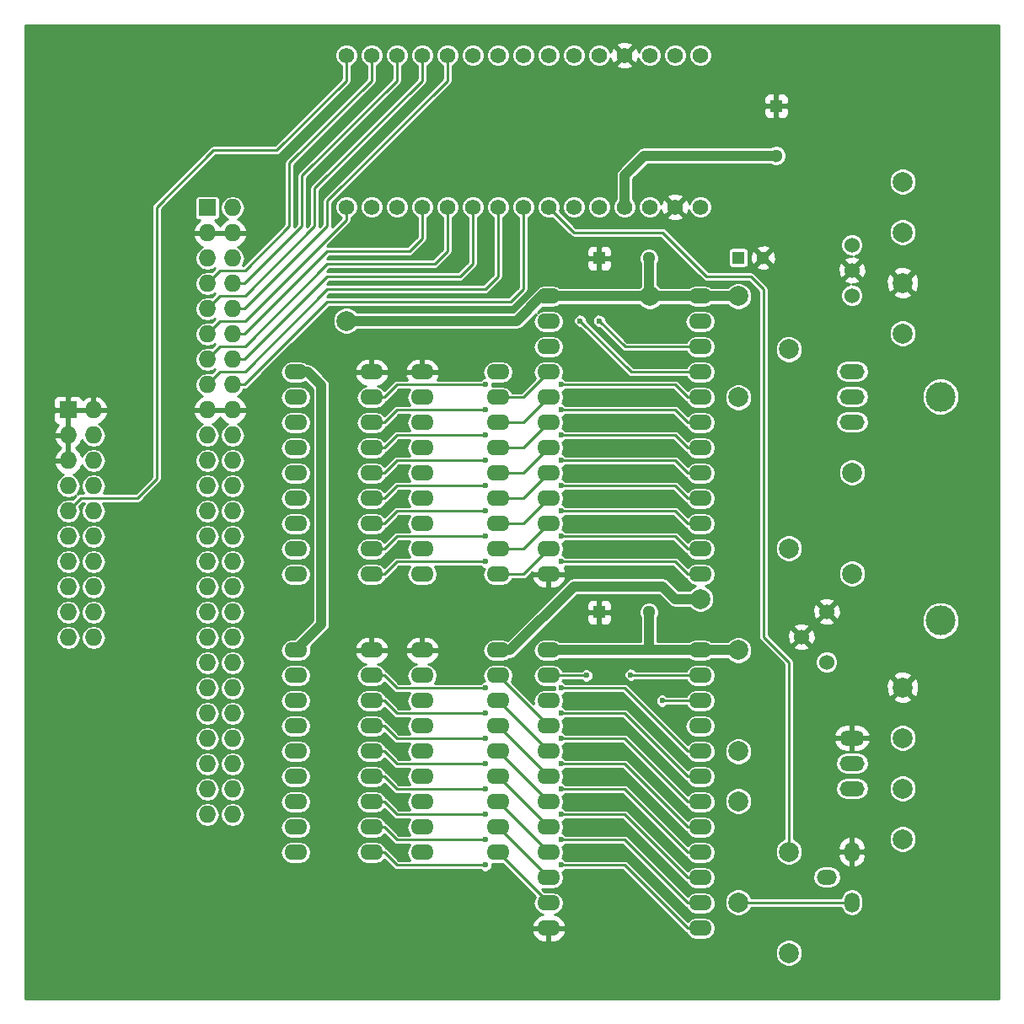
<source format=gtl>
G04 #@! TF.FileFunction,Copper,L1,Top,Signal*
%FSLAX46Y46*%
G04 Gerber Fmt 4.6, Leading zero omitted, Abs format (unit mm)*
G04 Created by KiCad (PCBNEW (2015-09-06 BZR 6161, Git 6b3ff2d)-product) date 22.02.2016 21:54:41*
%MOMM*%
G01*
G04 APERTURE LIST*
%ADD10C,0.100000*%
%ADD11R,1.300000X1.300000*%
%ADD12C,1.300000*%
%ADD13C,2.000000*%
%ADD14R,1.727200X1.727200*%
%ADD15O,1.727200X1.727200*%
%ADD16O,1.998980X1.501140*%
%ADD17O,1.501140X1.998980*%
%ADD18O,2.499360X1.501140*%
%ADD19C,1.998980*%
%ADD20C,1.524000*%
%ADD21O,2.300000X1.600000*%
%ADD22C,1.574800*%
%ADD23C,3.000000*%
%ADD24C,4.064000*%
%ADD25C,0.600000*%
%ADD26C,1.000000*%
%ADD27C,0.250000*%
%ADD28C,0.254000*%
G04 APERTURE END LIST*
D10*
D11*
X78740000Y-44530000D03*
D12*
X83740000Y-44530000D03*
D11*
X92710000Y-44450000D03*
D12*
X95210000Y-44450000D03*
D11*
X96520000Y-29210000D03*
D12*
X96520000Y-34210000D03*
D11*
X78740000Y-80090000D03*
D12*
X83740000Y-80090000D03*
D13*
X109220000Y-52070000D03*
X109220000Y-46990000D03*
X109220000Y-41910000D03*
X109220000Y-36830000D03*
X109220000Y-102870000D03*
X109220000Y-97790000D03*
X109220000Y-92710000D03*
X109220000Y-87630000D03*
D14*
X39370000Y-39450000D03*
D15*
X41910000Y-39450000D03*
X39370000Y-41990000D03*
X41910000Y-41990000D03*
X39370000Y-44530000D03*
X41910000Y-44530000D03*
X39370000Y-47070000D03*
X41910000Y-47070000D03*
X39370000Y-49610000D03*
X41910000Y-49610000D03*
X39370000Y-52150000D03*
X41910000Y-52150000D03*
X39370000Y-54690000D03*
X41910000Y-54690000D03*
X39370000Y-57230000D03*
X41910000Y-57230000D03*
X39370000Y-59770000D03*
X41910000Y-59770000D03*
X39370000Y-62310000D03*
X41910000Y-62310000D03*
X39370000Y-64850000D03*
X41910000Y-64850000D03*
X39370000Y-67390000D03*
X41910000Y-67390000D03*
X39370000Y-69930000D03*
X41910000Y-69930000D03*
X39370000Y-72470000D03*
X41910000Y-72470000D03*
X39370000Y-75010000D03*
X41910000Y-75010000D03*
X39370000Y-77550000D03*
X41910000Y-77550000D03*
X39370000Y-80090000D03*
X41910000Y-80090000D03*
X39370000Y-82630000D03*
X41910000Y-82630000D03*
X39370000Y-85170000D03*
X41910000Y-85170000D03*
X39370000Y-87710000D03*
X41910000Y-87710000D03*
X39370000Y-90250000D03*
X41910000Y-90250000D03*
X39370000Y-92790000D03*
X41910000Y-92790000D03*
X39370000Y-95330000D03*
X41910000Y-95330000D03*
X39370000Y-97870000D03*
X41910000Y-97870000D03*
X39370000Y-100410000D03*
X41910000Y-100410000D03*
D14*
X25400000Y-59770000D03*
D15*
X27940000Y-59770000D03*
X25400000Y-62310000D03*
X27940000Y-62310000D03*
X25400000Y-64850000D03*
X27940000Y-64850000D03*
X25400000Y-67390000D03*
X27940000Y-67390000D03*
X25400000Y-69930000D03*
X27940000Y-69930000D03*
X25400000Y-72470000D03*
X27940000Y-72470000D03*
X25400000Y-75010000D03*
X27940000Y-75010000D03*
X25400000Y-77550000D03*
X27940000Y-77550000D03*
X25400000Y-80090000D03*
X27940000Y-80090000D03*
X25400000Y-82630000D03*
X27940000Y-82630000D03*
D16*
X101600000Y-106680000D03*
D17*
X104140000Y-109220000D03*
X104140000Y-104140000D03*
D18*
X104140000Y-95250000D03*
X104140000Y-97790000D03*
X104140000Y-92710000D03*
D19*
X97790000Y-114300000D03*
X97790000Y-104140000D03*
X92710000Y-109220000D03*
X92710000Y-99060000D03*
X104140000Y-76200000D03*
X104140000Y-66040000D03*
X97790000Y-73660000D03*
X97790000Y-53660000D03*
D20*
X99060000Y-82550000D03*
X101600000Y-80010000D03*
X101600000Y-85090000D03*
X104140000Y-48260000D03*
X104140000Y-45720000D03*
X104140000Y-43180000D03*
D18*
X104140000Y-58420000D03*
X104140000Y-60960000D03*
X104140000Y-55880000D03*
D21*
X73660000Y-48340000D03*
X73660000Y-50880000D03*
X73660000Y-53420000D03*
X73660000Y-55960000D03*
X73660000Y-58500000D03*
X73660000Y-61040000D03*
X73660000Y-63580000D03*
X73660000Y-66120000D03*
X73660000Y-68660000D03*
X73660000Y-71200000D03*
X73660000Y-73740000D03*
X73660000Y-76280000D03*
X88900000Y-76280000D03*
X88900000Y-73740000D03*
X88900000Y-71200000D03*
X88900000Y-68660000D03*
X88900000Y-66120000D03*
X88900000Y-63580000D03*
X88900000Y-61040000D03*
X88900000Y-58500000D03*
X88900000Y-55960000D03*
X88900000Y-53420000D03*
X88900000Y-50880000D03*
X88900000Y-48340000D03*
X55880000Y-76280000D03*
X55880000Y-73740000D03*
X55880000Y-71200000D03*
X55880000Y-68660000D03*
X55880000Y-66120000D03*
X55880000Y-63580000D03*
X55880000Y-61040000D03*
X55880000Y-58500000D03*
X55880000Y-55960000D03*
X48260000Y-55960000D03*
X48260000Y-58500000D03*
X48260000Y-61040000D03*
X48260000Y-63580000D03*
X48260000Y-66120000D03*
X48260000Y-68660000D03*
X48260000Y-71200000D03*
X48260000Y-73740000D03*
X48260000Y-76280000D03*
X55880000Y-104220000D03*
X55880000Y-101680000D03*
X55880000Y-99140000D03*
X55880000Y-96600000D03*
X55880000Y-94060000D03*
X55880000Y-91520000D03*
X55880000Y-88980000D03*
X55880000Y-86440000D03*
X55880000Y-83900000D03*
X48260000Y-83900000D03*
X48260000Y-86440000D03*
X48260000Y-88980000D03*
X48260000Y-91520000D03*
X48260000Y-94060000D03*
X48260000Y-96600000D03*
X48260000Y-99140000D03*
X48260000Y-101680000D03*
X48260000Y-104220000D03*
D22*
X53340000Y-39370000D03*
X55880000Y-39370000D03*
X58420000Y-39370000D03*
X60960000Y-39370000D03*
X63500000Y-39370000D03*
X66040000Y-39370000D03*
X68580000Y-39370000D03*
X71120000Y-39370000D03*
X73660000Y-39370000D03*
X76200000Y-39370000D03*
X78740000Y-39370000D03*
X81280000Y-39370000D03*
X83820000Y-39370000D03*
X86360000Y-39370000D03*
X88900000Y-39370000D03*
X88900000Y-24130000D03*
X86360000Y-24130000D03*
X83820000Y-24130000D03*
X81280000Y-24130000D03*
X78740000Y-24130000D03*
X76200000Y-24130000D03*
X73660000Y-24130000D03*
X71120000Y-24130000D03*
X68580000Y-24130000D03*
X66040000Y-24130000D03*
X63500000Y-24130000D03*
X60960000Y-24130000D03*
X58420000Y-24130000D03*
X55880000Y-24130000D03*
X53340000Y-24130000D03*
D21*
X68580000Y-76280000D03*
X68580000Y-73740000D03*
X68580000Y-71200000D03*
X68580000Y-68660000D03*
X68580000Y-66120000D03*
X68580000Y-63580000D03*
X68580000Y-61040000D03*
X68580000Y-58500000D03*
X68580000Y-55960000D03*
X60960000Y-55960000D03*
X60960000Y-58500000D03*
X60960000Y-61040000D03*
X60960000Y-63580000D03*
X60960000Y-66120000D03*
X60960000Y-68660000D03*
X60960000Y-71200000D03*
X60960000Y-73740000D03*
X60960000Y-76280000D03*
X68580000Y-104220000D03*
X68580000Y-101680000D03*
X68580000Y-99140000D03*
X68580000Y-96600000D03*
X68580000Y-94060000D03*
X68580000Y-91520000D03*
X68580000Y-88980000D03*
X68580000Y-86440000D03*
X68580000Y-83900000D03*
X60960000Y-83900000D03*
X60960000Y-86440000D03*
X60960000Y-88980000D03*
X60960000Y-91520000D03*
X60960000Y-94060000D03*
X60960000Y-96600000D03*
X60960000Y-99140000D03*
X60960000Y-101680000D03*
X60960000Y-104220000D03*
X73660000Y-83900000D03*
X73660000Y-86440000D03*
X73660000Y-88980000D03*
X73660000Y-91520000D03*
X73660000Y-94060000D03*
X73660000Y-96600000D03*
X73660000Y-99140000D03*
X73660000Y-101680000D03*
X73660000Y-104220000D03*
X73660000Y-106760000D03*
X73660000Y-109300000D03*
X73660000Y-111840000D03*
X88900000Y-111840000D03*
X88900000Y-109300000D03*
X88900000Y-106760000D03*
X88900000Y-104220000D03*
X88900000Y-101680000D03*
X88900000Y-99140000D03*
X88900000Y-96600000D03*
X88900000Y-94060000D03*
X88900000Y-91520000D03*
X88900000Y-88980000D03*
X88900000Y-86440000D03*
X88900000Y-83900000D03*
D19*
X92710000Y-94060000D03*
X92710000Y-83900000D03*
X92710000Y-58500000D03*
X92710000Y-48340000D03*
D23*
X113030000Y-58420000D03*
X113030000Y-80920000D03*
D24*
X25000000Y-25000000D03*
X115000000Y-25000000D03*
X25000000Y-115000000D03*
X115000000Y-115000000D03*
D13*
X53340000Y-50800000D03*
X83820000Y-48340000D03*
X88900000Y-78740000D03*
D25*
X77470000Y-86440000D03*
X74930000Y-75010000D03*
X67310000Y-75010000D03*
X74930000Y-72470000D03*
X67310000Y-72470000D03*
X74930000Y-69930000D03*
X67310000Y-69930000D03*
X74930000Y-67390000D03*
X67310000Y-67390000D03*
X74930000Y-64850000D03*
X67310000Y-64850000D03*
X74930000Y-62310000D03*
X67310000Y-62310000D03*
X74930000Y-59770000D03*
X67310000Y-59770000D03*
X74930000Y-57230000D03*
X67310000Y-57230000D03*
X76835000Y-50800000D03*
X78740000Y-50800000D03*
X85090000Y-88980000D03*
X74930000Y-105490000D03*
X67310000Y-105490000D03*
X74930000Y-102950000D03*
X67310000Y-102950000D03*
X74930000Y-100410000D03*
X67310000Y-100410000D03*
X74930000Y-97870000D03*
X67310000Y-97870000D03*
X74930000Y-95330000D03*
X67310000Y-95330000D03*
X74930000Y-92790000D03*
X67310000Y-92790000D03*
X74930000Y-90250000D03*
X67310000Y-90250000D03*
X74930000Y-87710000D03*
X67310000Y-87710000D03*
X81915000Y-86360000D03*
D26*
X70485000Y-50800000D02*
X72945000Y-48340000D01*
X53340000Y-50800000D02*
X70485000Y-50800000D01*
X72945000Y-48340000D02*
X73660000Y-48340000D01*
X81280000Y-39370000D02*
X81280000Y-36195000D01*
X83265000Y-34210000D02*
X96520000Y-34210000D01*
X81280000Y-36195000D02*
X83265000Y-34210000D01*
X88900000Y-48340000D02*
X92710000Y-48340000D01*
X88900000Y-83900000D02*
X92710000Y-83900000D01*
X83820000Y-48340000D02*
X83740000Y-48340000D01*
X83740000Y-80090000D02*
X83740000Y-83900000D01*
X83740000Y-83900000D02*
X83820000Y-83900000D01*
X73660000Y-83900000D02*
X83820000Y-83900000D01*
X83820000Y-83900000D02*
X88900000Y-83900000D01*
X83740000Y-44530000D02*
X83740000Y-48340000D01*
X83740000Y-48340000D02*
X83820000Y-48340000D01*
X73660000Y-48340000D02*
X83820000Y-48340000D01*
X83820000Y-48340000D02*
X88900000Y-48340000D01*
X48260000Y-55960000D02*
X49450000Y-55960000D01*
X50800000Y-81280000D02*
X48260000Y-83820000D01*
X50800000Y-57310000D02*
X50800000Y-81280000D01*
X49450000Y-55960000D02*
X50800000Y-57310000D01*
X48260000Y-83820000D02*
X48260000Y-83900000D01*
X69770000Y-83900000D02*
X68580000Y-83900000D01*
X76200000Y-77470000D02*
X69770000Y-83900000D01*
X85090000Y-77470000D02*
X76200000Y-77470000D01*
X86360000Y-78740000D02*
X85090000Y-77470000D01*
X88900000Y-78740000D02*
X86360000Y-78740000D01*
D27*
X39370000Y-47070000D02*
X39370000Y-46990000D01*
X39370000Y-46990000D02*
X40640000Y-45720000D01*
X40640000Y-45720000D02*
X43180000Y-45720000D01*
X43180000Y-45720000D02*
X47625000Y-41275000D01*
X47625000Y-41275000D02*
X47625000Y-34925000D01*
X47625000Y-34925000D02*
X55880000Y-26670000D01*
X55880000Y-26670000D02*
X55880000Y-24130000D01*
X41910000Y-47070000D02*
X43100000Y-47070000D01*
X58420000Y-26670000D02*
X58420000Y-24130000D01*
X48895000Y-36195000D02*
X58420000Y-26670000D01*
X48895000Y-41275000D02*
X48895000Y-36195000D01*
X43100000Y-47070000D02*
X48895000Y-41275000D01*
X39370000Y-49610000D02*
X39370000Y-49530000D01*
X39370000Y-49530000D02*
X40640000Y-48260000D01*
X40640000Y-48260000D02*
X43180000Y-48260000D01*
X43180000Y-48260000D02*
X50165000Y-41275000D01*
X50165000Y-41275000D02*
X50165000Y-37465000D01*
X50165000Y-37465000D02*
X60960000Y-26670000D01*
X60960000Y-26670000D02*
X60960000Y-24130000D01*
X41910000Y-49610000D02*
X43100000Y-49610000D01*
X63500000Y-26670000D02*
X63500000Y-24130000D01*
X51435000Y-38735000D02*
X63500000Y-26670000D01*
X51435000Y-41275000D02*
X51435000Y-38735000D01*
X43100000Y-49610000D02*
X51435000Y-41275000D01*
X39370000Y-52150000D02*
X39370000Y-52070000D01*
X39370000Y-52070000D02*
X40640000Y-50800000D01*
X40640000Y-50800000D02*
X43180000Y-50800000D01*
X43180000Y-50800000D02*
X53340000Y-40640000D01*
X53340000Y-40640000D02*
X53340000Y-39370000D01*
X41910000Y-52150000D02*
X43100000Y-52150000D01*
X60960000Y-42545000D02*
X60960000Y-39370000D01*
X59690000Y-43815000D02*
X60960000Y-42545000D01*
X51435000Y-43815000D02*
X59690000Y-43815000D01*
X43100000Y-52150000D02*
X51435000Y-43815000D01*
X39370000Y-54690000D02*
X39370000Y-54610000D01*
X39370000Y-54610000D02*
X40640000Y-53340000D01*
X40640000Y-53340000D02*
X43180000Y-53340000D01*
X43180000Y-53340000D02*
X51435000Y-45085000D01*
X51435000Y-45085000D02*
X62230000Y-45085000D01*
X62230000Y-45085000D02*
X63500000Y-43815000D01*
X63500000Y-43815000D02*
X63500000Y-39370000D01*
X41910000Y-54690000D02*
X43100000Y-54690000D01*
X66040000Y-45085000D02*
X66040000Y-39370000D01*
X64770000Y-46355000D02*
X66040000Y-45085000D01*
X51435000Y-46355000D02*
X64770000Y-46355000D01*
X43100000Y-54690000D02*
X51435000Y-46355000D01*
X39370000Y-57230000D02*
X39370000Y-57150000D01*
X39370000Y-57150000D02*
X40640000Y-55880000D01*
X40640000Y-55880000D02*
X43180000Y-55880000D01*
X43180000Y-55880000D02*
X51435000Y-47625000D01*
X51435000Y-47625000D02*
X67310000Y-47625000D01*
X67310000Y-47625000D02*
X68580000Y-46355000D01*
X68580000Y-46355000D02*
X68580000Y-39370000D01*
X41910000Y-57230000D02*
X43100000Y-57230000D01*
X71120000Y-47625000D02*
X71120000Y-39370000D01*
X69850000Y-48895000D02*
X71120000Y-47625000D01*
X51435000Y-48895000D02*
X69850000Y-48895000D01*
X43100000Y-57230000D02*
X51435000Y-48895000D01*
X25400000Y-69930000D02*
X25400000Y-69850000D01*
X25400000Y-69850000D02*
X26670000Y-68580000D01*
X26670000Y-68580000D02*
X32385000Y-68580000D01*
X32385000Y-68580000D02*
X34290000Y-66675000D01*
X34290000Y-66675000D02*
X34290000Y-39370000D01*
X34290000Y-39370000D02*
X40005000Y-33655000D01*
X40005000Y-33655000D02*
X46355000Y-33655000D01*
X46355000Y-33655000D02*
X53340000Y-26670000D01*
X53340000Y-26670000D02*
X53340000Y-24130000D01*
X92710000Y-109220000D02*
X104140000Y-109220000D01*
X97790000Y-104140000D02*
X97790000Y-85090000D01*
X76200000Y-41910000D02*
X73660000Y-39370000D01*
X85090000Y-41910000D02*
X76200000Y-41910000D01*
X89535000Y-46355000D02*
X85090000Y-41910000D01*
X93980000Y-46355000D02*
X89535000Y-46355000D01*
X95250000Y-47625000D02*
X93980000Y-46355000D01*
X95250000Y-82550000D02*
X95250000Y-47625000D01*
X97790000Y-85090000D02*
X95250000Y-82550000D01*
X77470000Y-86440000D02*
X73660000Y-86440000D01*
X68580000Y-58500000D02*
X71120000Y-58500000D01*
X71120000Y-58500000D02*
X73660000Y-55960000D01*
X68580000Y-61040000D02*
X71120000Y-61040000D01*
X71120000Y-61040000D02*
X73660000Y-58500000D01*
X68580000Y-63580000D02*
X71120000Y-63580000D01*
X71120000Y-63580000D02*
X73660000Y-61040000D01*
X68580000Y-66120000D02*
X71120000Y-66120000D01*
X71120000Y-66120000D02*
X73660000Y-63580000D01*
X68580000Y-68660000D02*
X71120000Y-68660000D01*
X71120000Y-68660000D02*
X73660000Y-66120000D01*
X68580000Y-71200000D02*
X71120000Y-71200000D01*
X71120000Y-71200000D02*
X73660000Y-68660000D01*
X68580000Y-73740000D02*
X71120000Y-73740000D01*
X71120000Y-73740000D02*
X73660000Y-71200000D01*
X68580000Y-76280000D02*
X71120000Y-76280000D01*
X71120000Y-76280000D02*
X73660000Y-73740000D01*
X55880000Y-76280000D02*
X57150000Y-76280000D01*
X87630000Y-76280000D02*
X88900000Y-76280000D01*
X86360000Y-75010000D02*
X87630000Y-76280000D01*
X74930000Y-75010000D02*
X86360000Y-75010000D01*
X58420000Y-75010000D02*
X67310000Y-75010000D01*
X57150000Y-76280000D02*
X58420000Y-75010000D01*
X55880000Y-73740000D02*
X57150000Y-73740000D01*
X87630000Y-73740000D02*
X88900000Y-73740000D01*
X86360000Y-72470000D02*
X87630000Y-73740000D01*
X74930000Y-72470000D02*
X86360000Y-72470000D01*
X58420000Y-72470000D02*
X67310000Y-72470000D01*
X57150000Y-73740000D02*
X58420000Y-72470000D01*
X55880000Y-71200000D02*
X57150000Y-71200000D01*
X87630000Y-71200000D02*
X88900000Y-71200000D01*
X86360000Y-69930000D02*
X87630000Y-71200000D01*
X74930000Y-69930000D02*
X86360000Y-69930000D01*
X58420000Y-69930000D02*
X67310000Y-69930000D01*
X57150000Y-71200000D02*
X58420000Y-69930000D01*
X55880000Y-68660000D02*
X57150000Y-68660000D01*
X87630000Y-68660000D02*
X88900000Y-68660000D01*
X86360000Y-67390000D02*
X87630000Y-68660000D01*
X74930000Y-67390000D02*
X86360000Y-67390000D01*
X58420000Y-67390000D02*
X67310000Y-67390000D01*
X57150000Y-68660000D02*
X58420000Y-67390000D01*
X55880000Y-66120000D02*
X57150000Y-66120000D01*
X87630000Y-66120000D02*
X88900000Y-66120000D01*
X86360000Y-64850000D02*
X87630000Y-66120000D01*
X74930000Y-64850000D02*
X86360000Y-64850000D01*
X58420000Y-64850000D02*
X67310000Y-64850000D01*
X57150000Y-66120000D02*
X58420000Y-64850000D01*
X55880000Y-63580000D02*
X57150000Y-63580000D01*
X87630000Y-63580000D02*
X88900000Y-63580000D01*
X86360000Y-62310000D02*
X87630000Y-63580000D01*
X74930000Y-62310000D02*
X86360000Y-62310000D01*
X58420000Y-62310000D02*
X67310000Y-62310000D01*
X57150000Y-63580000D02*
X58420000Y-62310000D01*
X55880000Y-61040000D02*
X57150000Y-61040000D01*
X87630000Y-61040000D02*
X88900000Y-61040000D01*
X86360000Y-59770000D02*
X87630000Y-61040000D01*
X74930000Y-59770000D02*
X86360000Y-59770000D01*
X58420000Y-59770000D02*
X67310000Y-59770000D01*
X57150000Y-61040000D02*
X58420000Y-59770000D01*
X55880000Y-58500000D02*
X57150000Y-58500000D01*
X87630000Y-58500000D02*
X88900000Y-58500000D01*
X86360000Y-57230000D02*
X87630000Y-58500000D01*
X74930000Y-57230000D02*
X86360000Y-57230000D01*
X58420000Y-57230000D02*
X67310000Y-57230000D01*
X57150000Y-58500000D02*
X58420000Y-57230000D01*
X88900000Y-55960000D02*
X81995000Y-55960000D01*
X81995000Y-55960000D02*
X76835000Y-50800000D01*
X88900000Y-53420000D02*
X81360000Y-53420000D01*
X81360000Y-53420000D02*
X78740000Y-50800000D01*
X85090000Y-88980000D02*
X88900000Y-88980000D01*
X68580000Y-104220000D02*
X73660000Y-109300000D01*
X68580000Y-101680000D02*
X73660000Y-106760000D01*
X68580000Y-99140000D02*
X73660000Y-104220000D01*
X68580000Y-96600000D02*
X73660000Y-101680000D01*
X68580000Y-94060000D02*
X73660000Y-99140000D01*
X68580000Y-91520000D02*
X73660000Y-96600000D01*
X68580000Y-88980000D02*
X73660000Y-94060000D01*
X68580000Y-86440000D02*
X73660000Y-91520000D01*
X55880000Y-104220000D02*
X57150000Y-104220000D01*
X87630000Y-111840000D02*
X88900000Y-111840000D01*
X81280000Y-105490000D02*
X87630000Y-111840000D01*
X74930000Y-105490000D02*
X81280000Y-105490000D01*
X58420000Y-105490000D02*
X67310000Y-105490000D01*
X57150000Y-104220000D02*
X58420000Y-105490000D01*
X55880000Y-101680000D02*
X57150000Y-101680000D01*
X87630000Y-109300000D02*
X88900000Y-109300000D01*
X81280000Y-102950000D02*
X87630000Y-109300000D01*
X74930000Y-102950000D02*
X81280000Y-102950000D01*
X58420000Y-102950000D02*
X67310000Y-102950000D01*
X57150000Y-101680000D02*
X58420000Y-102950000D01*
X55880000Y-99140000D02*
X57150000Y-99140000D01*
X87630000Y-106760000D02*
X88900000Y-106760000D01*
X81280000Y-100410000D02*
X87630000Y-106760000D01*
X74930000Y-100410000D02*
X81280000Y-100410000D01*
X58420000Y-100410000D02*
X67310000Y-100410000D01*
X57150000Y-99140000D02*
X58420000Y-100410000D01*
X55880000Y-96600000D02*
X57150000Y-96600000D01*
X87630000Y-104220000D02*
X88900000Y-104220000D01*
X81280000Y-97870000D02*
X87630000Y-104220000D01*
X74930000Y-97870000D02*
X81280000Y-97870000D01*
X58420000Y-97870000D02*
X67310000Y-97870000D01*
X57150000Y-96600000D02*
X58420000Y-97870000D01*
X55880000Y-94060000D02*
X57150000Y-94060000D01*
X87630000Y-101680000D02*
X88900000Y-101680000D01*
X81280000Y-95330000D02*
X87630000Y-101680000D01*
X74930000Y-95330000D02*
X81280000Y-95330000D01*
X58420000Y-95330000D02*
X67310000Y-95330000D01*
X57150000Y-94060000D02*
X58420000Y-95330000D01*
X55880000Y-91520000D02*
X57150000Y-91520000D01*
X87630000Y-99140000D02*
X88900000Y-99140000D01*
X81280000Y-92790000D02*
X87630000Y-99140000D01*
X74930000Y-92790000D02*
X81280000Y-92790000D01*
X58420000Y-92790000D02*
X67310000Y-92790000D01*
X57150000Y-91520000D02*
X58420000Y-92790000D01*
X55880000Y-88980000D02*
X57150000Y-88980000D01*
X87630000Y-96600000D02*
X88900000Y-96600000D01*
X81280000Y-90250000D02*
X87630000Y-96600000D01*
X74930000Y-90250000D02*
X81280000Y-90250000D01*
X58420000Y-90250000D02*
X67310000Y-90250000D01*
X57150000Y-88980000D02*
X58420000Y-90250000D01*
X55880000Y-86440000D02*
X57150000Y-86440000D01*
X87630000Y-94060000D02*
X88900000Y-94060000D01*
X81280000Y-87710000D02*
X87630000Y-94060000D01*
X80010000Y-87710000D02*
X81280000Y-87710000D01*
X74930000Y-87710000D02*
X80010000Y-87710000D01*
X58420000Y-87710000D02*
X67310000Y-87710000D01*
X57150000Y-86440000D02*
X58420000Y-87710000D01*
X88900000Y-86440000D02*
X81995000Y-86440000D01*
X81995000Y-86440000D02*
X81915000Y-86360000D01*
D28*
G36*
X118873000Y-118873000D02*
X21127000Y-118873000D01*
X21127000Y-114573392D01*
X96409271Y-114573392D01*
X96618995Y-115080963D01*
X97006994Y-115469640D01*
X97514199Y-115680249D01*
X98063392Y-115680729D01*
X98570963Y-115471005D01*
X98959640Y-115083006D01*
X99170249Y-114575801D01*
X99170729Y-114026608D01*
X98961005Y-113519037D01*
X98573006Y-113130360D01*
X98065801Y-112919751D01*
X97516608Y-112919271D01*
X97009037Y-113128995D01*
X96620360Y-113516994D01*
X96409751Y-114024199D01*
X96409271Y-114573392D01*
X21127000Y-114573392D01*
X21127000Y-112189039D01*
X71918096Y-112189039D01*
X71935633Y-112271819D01*
X72205500Y-112764896D01*
X72643517Y-113117166D01*
X73183000Y-113275000D01*
X73533000Y-113275000D01*
X73533000Y-111967000D01*
X73787000Y-111967000D01*
X73787000Y-113275000D01*
X74137000Y-113275000D01*
X74676483Y-113117166D01*
X75114500Y-112764896D01*
X75384367Y-112271819D01*
X75401904Y-112189039D01*
X75279915Y-111967000D01*
X73787000Y-111967000D01*
X73533000Y-111967000D01*
X72040085Y-111967000D01*
X71918096Y-112189039D01*
X21127000Y-112189039D01*
X21127000Y-104220000D01*
X46699006Y-104220000D01*
X46788904Y-104671949D01*
X47044913Y-105055093D01*
X47428057Y-105311102D01*
X47880006Y-105401000D01*
X48639994Y-105401000D01*
X49091943Y-105311102D01*
X49475087Y-105055093D01*
X49731096Y-104671949D01*
X49820994Y-104220000D01*
X49731096Y-103768051D01*
X49475087Y-103384907D01*
X49091943Y-103128898D01*
X48639994Y-103039000D01*
X47880006Y-103039000D01*
X47428057Y-103128898D01*
X47044913Y-103384907D01*
X46788904Y-103768051D01*
X46699006Y-104220000D01*
X21127000Y-104220000D01*
X21127000Y-101680000D01*
X46699006Y-101680000D01*
X46788904Y-102131949D01*
X47044913Y-102515093D01*
X47428057Y-102771102D01*
X47880006Y-102861000D01*
X48639994Y-102861000D01*
X49091943Y-102771102D01*
X49475087Y-102515093D01*
X49731096Y-102131949D01*
X49820994Y-101680000D01*
X49731096Y-101228051D01*
X49475087Y-100844907D01*
X49091943Y-100588898D01*
X48639994Y-100499000D01*
X47880006Y-100499000D01*
X47428057Y-100588898D01*
X47044913Y-100844907D01*
X46788904Y-101228051D01*
X46699006Y-101680000D01*
X21127000Y-101680000D01*
X21127000Y-100385617D01*
X38125400Y-100385617D01*
X38125400Y-100434383D01*
X38220140Y-100910671D01*
X38489935Y-101314448D01*
X38893712Y-101584243D01*
X39370000Y-101678983D01*
X39846288Y-101584243D01*
X40250065Y-101314448D01*
X40519860Y-100910671D01*
X40614600Y-100434383D01*
X40614600Y-100385617D01*
X40665400Y-100385617D01*
X40665400Y-100434383D01*
X40760140Y-100910671D01*
X41029935Y-101314448D01*
X41433712Y-101584243D01*
X41910000Y-101678983D01*
X42386288Y-101584243D01*
X42790065Y-101314448D01*
X43059860Y-100910671D01*
X43154600Y-100434383D01*
X43154600Y-100385617D01*
X43059860Y-99909329D01*
X42790065Y-99505552D01*
X42386288Y-99235757D01*
X41910000Y-99141017D01*
X41433712Y-99235757D01*
X41029935Y-99505552D01*
X40760140Y-99909329D01*
X40665400Y-100385617D01*
X40614600Y-100385617D01*
X40519860Y-99909329D01*
X40250065Y-99505552D01*
X39846288Y-99235757D01*
X39370000Y-99141017D01*
X38893712Y-99235757D01*
X38489935Y-99505552D01*
X38220140Y-99909329D01*
X38125400Y-100385617D01*
X21127000Y-100385617D01*
X21127000Y-99140000D01*
X46699006Y-99140000D01*
X46788904Y-99591949D01*
X47044913Y-99975093D01*
X47428057Y-100231102D01*
X47880006Y-100321000D01*
X48639994Y-100321000D01*
X49091943Y-100231102D01*
X49475087Y-99975093D01*
X49731096Y-99591949D01*
X49820994Y-99140000D01*
X49731096Y-98688051D01*
X49475087Y-98304907D01*
X49091943Y-98048898D01*
X48639994Y-97959000D01*
X47880006Y-97959000D01*
X47428057Y-98048898D01*
X47044913Y-98304907D01*
X46788904Y-98688051D01*
X46699006Y-99140000D01*
X21127000Y-99140000D01*
X21127000Y-97845617D01*
X38125400Y-97845617D01*
X38125400Y-97894383D01*
X38220140Y-98370671D01*
X38489935Y-98774448D01*
X38893712Y-99044243D01*
X39370000Y-99138983D01*
X39846288Y-99044243D01*
X40250065Y-98774448D01*
X40519860Y-98370671D01*
X40614600Y-97894383D01*
X40614600Y-97845617D01*
X40665400Y-97845617D01*
X40665400Y-97894383D01*
X40760140Y-98370671D01*
X41029935Y-98774448D01*
X41433712Y-99044243D01*
X41910000Y-99138983D01*
X42386288Y-99044243D01*
X42790065Y-98774448D01*
X43059860Y-98370671D01*
X43154600Y-97894383D01*
X43154600Y-97845617D01*
X43059860Y-97369329D01*
X42790065Y-96965552D01*
X42386288Y-96695757D01*
X41910000Y-96601017D01*
X41433712Y-96695757D01*
X41029935Y-96965552D01*
X40760140Y-97369329D01*
X40665400Y-97845617D01*
X40614600Y-97845617D01*
X40519860Y-97369329D01*
X40250065Y-96965552D01*
X39846288Y-96695757D01*
X39370000Y-96601017D01*
X38893712Y-96695757D01*
X38489935Y-96965552D01*
X38220140Y-97369329D01*
X38125400Y-97845617D01*
X21127000Y-97845617D01*
X21127000Y-96600000D01*
X46699006Y-96600000D01*
X46788904Y-97051949D01*
X47044913Y-97435093D01*
X47428057Y-97691102D01*
X47880006Y-97781000D01*
X48639994Y-97781000D01*
X49091943Y-97691102D01*
X49475087Y-97435093D01*
X49731096Y-97051949D01*
X49820994Y-96600000D01*
X49731096Y-96148051D01*
X49475087Y-95764907D01*
X49091943Y-95508898D01*
X48639994Y-95419000D01*
X47880006Y-95419000D01*
X47428057Y-95508898D01*
X47044913Y-95764907D01*
X46788904Y-96148051D01*
X46699006Y-96600000D01*
X21127000Y-96600000D01*
X21127000Y-95305617D01*
X38125400Y-95305617D01*
X38125400Y-95354383D01*
X38220140Y-95830671D01*
X38489935Y-96234448D01*
X38893712Y-96504243D01*
X39370000Y-96598983D01*
X39846288Y-96504243D01*
X40250065Y-96234448D01*
X40519860Y-95830671D01*
X40614600Y-95354383D01*
X40614600Y-95305617D01*
X40665400Y-95305617D01*
X40665400Y-95354383D01*
X40760140Y-95830671D01*
X41029935Y-96234448D01*
X41433712Y-96504243D01*
X41910000Y-96598983D01*
X42386288Y-96504243D01*
X42790065Y-96234448D01*
X43059860Y-95830671D01*
X43154600Y-95354383D01*
X43154600Y-95305617D01*
X43059860Y-94829329D01*
X42790065Y-94425552D01*
X42386288Y-94155757D01*
X41910000Y-94061017D01*
X41433712Y-94155757D01*
X41029935Y-94425552D01*
X40760140Y-94829329D01*
X40665400Y-95305617D01*
X40614600Y-95305617D01*
X40519860Y-94829329D01*
X40250065Y-94425552D01*
X39846288Y-94155757D01*
X39370000Y-94061017D01*
X38893712Y-94155757D01*
X38489935Y-94425552D01*
X38220140Y-94829329D01*
X38125400Y-95305617D01*
X21127000Y-95305617D01*
X21127000Y-94060000D01*
X46699006Y-94060000D01*
X46788904Y-94511949D01*
X47044913Y-94895093D01*
X47428057Y-95151102D01*
X47880006Y-95241000D01*
X48639994Y-95241000D01*
X49091943Y-95151102D01*
X49475087Y-94895093D01*
X49731096Y-94511949D01*
X49820994Y-94060000D01*
X49731096Y-93608051D01*
X49475087Y-93224907D01*
X49091943Y-92968898D01*
X48639994Y-92879000D01*
X47880006Y-92879000D01*
X47428057Y-92968898D01*
X47044913Y-93224907D01*
X46788904Y-93608051D01*
X46699006Y-94060000D01*
X21127000Y-94060000D01*
X21127000Y-92765617D01*
X38125400Y-92765617D01*
X38125400Y-92814383D01*
X38220140Y-93290671D01*
X38489935Y-93694448D01*
X38893712Y-93964243D01*
X39370000Y-94058983D01*
X39846288Y-93964243D01*
X40250065Y-93694448D01*
X40519860Y-93290671D01*
X40614600Y-92814383D01*
X40614600Y-92765617D01*
X40665400Y-92765617D01*
X40665400Y-92814383D01*
X40760140Y-93290671D01*
X41029935Y-93694448D01*
X41433712Y-93964243D01*
X41910000Y-94058983D01*
X42386288Y-93964243D01*
X42790065Y-93694448D01*
X43059860Y-93290671D01*
X43154600Y-92814383D01*
X43154600Y-92765617D01*
X43059860Y-92289329D01*
X42790065Y-91885552D01*
X42386288Y-91615757D01*
X41910000Y-91521017D01*
X41433712Y-91615757D01*
X41029935Y-91885552D01*
X40760140Y-92289329D01*
X40665400Y-92765617D01*
X40614600Y-92765617D01*
X40519860Y-92289329D01*
X40250065Y-91885552D01*
X39846288Y-91615757D01*
X39370000Y-91521017D01*
X38893712Y-91615757D01*
X38489935Y-91885552D01*
X38220140Y-92289329D01*
X38125400Y-92765617D01*
X21127000Y-92765617D01*
X21127000Y-91520000D01*
X46699006Y-91520000D01*
X46788904Y-91971949D01*
X47044913Y-92355093D01*
X47428057Y-92611102D01*
X47880006Y-92701000D01*
X48639994Y-92701000D01*
X49091943Y-92611102D01*
X49475087Y-92355093D01*
X49731096Y-91971949D01*
X49820994Y-91520000D01*
X49731096Y-91068051D01*
X49475087Y-90684907D01*
X49091943Y-90428898D01*
X48639994Y-90339000D01*
X47880006Y-90339000D01*
X47428057Y-90428898D01*
X47044913Y-90684907D01*
X46788904Y-91068051D01*
X46699006Y-91520000D01*
X21127000Y-91520000D01*
X21127000Y-90225617D01*
X38125400Y-90225617D01*
X38125400Y-90274383D01*
X38220140Y-90750671D01*
X38489935Y-91154448D01*
X38893712Y-91424243D01*
X39370000Y-91518983D01*
X39846288Y-91424243D01*
X40250065Y-91154448D01*
X40519860Y-90750671D01*
X40614600Y-90274383D01*
X40614600Y-90225617D01*
X40665400Y-90225617D01*
X40665400Y-90274383D01*
X40760140Y-90750671D01*
X41029935Y-91154448D01*
X41433712Y-91424243D01*
X41910000Y-91518983D01*
X42386288Y-91424243D01*
X42790065Y-91154448D01*
X43059860Y-90750671D01*
X43154600Y-90274383D01*
X43154600Y-90225617D01*
X43059860Y-89749329D01*
X42790065Y-89345552D01*
X42386288Y-89075757D01*
X41910000Y-88981017D01*
X41433712Y-89075757D01*
X41029935Y-89345552D01*
X40760140Y-89749329D01*
X40665400Y-90225617D01*
X40614600Y-90225617D01*
X40519860Y-89749329D01*
X40250065Y-89345552D01*
X39846288Y-89075757D01*
X39370000Y-88981017D01*
X38893712Y-89075757D01*
X38489935Y-89345552D01*
X38220140Y-89749329D01*
X38125400Y-90225617D01*
X21127000Y-90225617D01*
X21127000Y-88980000D01*
X46699006Y-88980000D01*
X46788904Y-89431949D01*
X47044913Y-89815093D01*
X47428057Y-90071102D01*
X47880006Y-90161000D01*
X48639994Y-90161000D01*
X49091943Y-90071102D01*
X49475087Y-89815093D01*
X49731096Y-89431949D01*
X49820994Y-88980000D01*
X49731096Y-88528051D01*
X49475087Y-88144907D01*
X49091943Y-87888898D01*
X48639994Y-87799000D01*
X47880006Y-87799000D01*
X47428057Y-87888898D01*
X47044913Y-88144907D01*
X46788904Y-88528051D01*
X46699006Y-88980000D01*
X21127000Y-88980000D01*
X21127000Y-87685617D01*
X38125400Y-87685617D01*
X38125400Y-87734383D01*
X38220140Y-88210671D01*
X38489935Y-88614448D01*
X38893712Y-88884243D01*
X39370000Y-88978983D01*
X39846288Y-88884243D01*
X40250065Y-88614448D01*
X40519860Y-88210671D01*
X40614600Y-87734383D01*
X40614600Y-87685617D01*
X40665400Y-87685617D01*
X40665400Y-87734383D01*
X40760140Y-88210671D01*
X41029935Y-88614448D01*
X41433712Y-88884243D01*
X41910000Y-88978983D01*
X42386288Y-88884243D01*
X42790065Y-88614448D01*
X43059860Y-88210671D01*
X43154600Y-87734383D01*
X43154600Y-87685617D01*
X43059860Y-87209329D01*
X42790065Y-86805552D01*
X42386288Y-86535757D01*
X41910000Y-86441017D01*
X41433712Y-86535757D01*
X41029935Y-86805552D01*
X40760140Y-87209329D01*
X40665400Y-87685617D01*
X40614600Y-87685617D01*
X40519860Y-87209329D01*
X40250065Y-86805552D01*
X39846288Y-86535757D01*
X39370000Y-86441017D01*
X38893712Y-86535757D01*
X38489935Y-86805552D01*
X38220140Y-87209329D01*
X38125400Y-87685617D01*
X21127000Y-87685617D01*
X21127000Y-86440000D01*
X46699006Y-86440000D01*
X46788904Y-86891949D01*
X47044913Y-87275093D01*
X47428057Y-87531102D01*
X47880006Y-87621000D01*
X48639994Y-87621000D01*
X49091943Y-87531102D01*
X49475087Y-87275093D01*
X49731096Y-86891949D01*
X49820994Y-86440000D01*
X49731096Y-85988051D01*
X49475087Y-85604907D01*
X49091943Y-85348898D01*
X48639994Y-85259000D01*
X47880006Y-85259000D01*
X47428057Y-85348898D01*
X47044913Y-85604907D01*
X46788904Y-85988051D01*
X46699006Y-86440000D01*
X21127000Y-86440000D01*
X21127000Y-85145617D01*
X38125400Y-85145617D01*
X38125400Y-85194383D01*
X38220140Y-85670671D01*
X38489935Y-86074448D01*
X38893712Y-86344243D01*
X39370000Y-86438983D01*
X39846288Y-86344243D01*
X40250065Y-86074448D01*
X40519860Y-85670671D01*
X40614600Y-85194383D01*
X40614600Y-85145617D01*
X40665400Y-85145617D01*
X40665400Y-85194383D01*
X40760140Y-85670671D01*
X41029935Y-86074448D01*
X41433712Y-86344243D01*
X41910000Y-86438983D01*
X42386288Y-86344243D01*
X42790065Y-86074448D01*
X43059860Y-85670671D01*
X43154600Y-85194383D01*
X43154600Y-85145617D01*
X43059860Y-84669329D01*
X42790065Y-84265552D01*
X42386288Y-83995757D01*
X41910000Y-83901017D01*
X41433712Y-83995757D01*
X41029935Y-84265552D01*
X40760140Y-84669329D01*
X40665400Y-85145617D01*
X40614600Y-85145617D01*
X40519860Y-84669329D01*
X40250065Y-84265552D01*
X39846288Y-83995757D01*
X39370000Y-83901017D01*
X38893712Y-83995757D01*
X38489935Y-84265552D01*
X38220140Y-84669329D01*
X38125400Y-85145617D01*
X21127000Y-85145617D01*
X21127000Y-82605617D01*
X24155400Y-82605617D01*
X24155400Y-82654383D01*
X24250140Y-83130671D01*
X24519935Y-83534448D01*
X24923712Y-83804243D01*
X25400000Y-83898983D01*
X25876288Y-83804243D01*
X26280065Y-83534448D01*
X26549860Y-83130671D01*
X26644600Y-82654383D01*
X26644600Y-82605617D01*
X26695400Y-82605617D01*
X26695400Y-82654383D01*
X26790140Y-83130671D01*
X27059935Y-83534448D01*
X27463712Y-83804243D01*
X27940000Y-83898983D01*
X28416288Y-83804243D01*
X28820065Y-83534448D01*
X29089860Y-83130671D01*
X29184600Y-82654383D01*
X29184600Y-82605617D01*
X38125400Y-82605617D01*
X38125400Y-82654383D01*
X38220140Y-83130671D01*
X38489935Y-83534448D01*
X38893712Y-83804243D01*
X39370000Y-83898983D01*
X39846288Y-83804243D01*
X40250065Y-83534448D01*
X40519860Y-83130671D01*
X40614600Y-82654383D01*
X40614600Y-82605617D01*
X40665400Y-82605617D01*
X40665400Y-82654383D01*
X40760140Y-83130671D01*
X41029935Y-83534448D01*
X41433712Y-83804243D01*
X41910000Y-83898983D01*
X42386288Y-83804243D01*
X42790065Y-83534448D01*
X43059860Y-83130671D01*
X43154600Y-82654383D01*
X43154600Y-82605617D01*
X43059860Y-82129329D01*
X42790065Y-81725552D01*
X42386288Y-81455757D01*
X41910000Y-81361017D01*
X41433712Y-81455757D01*
X41029935Y-81725552D01*
X40760140Y-82129329D01*
X40665400Y-82605617D01*
X40614600Y-82605617D01*
X40519860Y-82129329D01*
X40250065Y-81725552D01*
X39846288Y-81455757D01*
X39370000Y-81361017D01*
X38893712Y-81455757D01*
X38489935Y-81725552D01*
X38220140Y-82129329D01*
X38125400Y-82605617D01*
X29184600Y-82605617D01*
X29089860Y-82129329D01*
X28820065Y-81725552D01*
X28416288Y-81455757D01*
X27940000Y-81361017D01*
X27463712Y-81455757D01*
X27059935Y-81725552D01*
X26790140Y-82129329D01*
X26695400Y-82605617D01*
X26644600Y-82605617D01*
X26549860Y-82129329D01*
X26280065Y-81725552D01*
X25876288Y-81455757D01*
X25400000Y-81361017D01*
X24923712Y-81455757D01*
X24519935Y-81725552D01*
X24250140Y-82129329D01*
X24155400Y-82605617D01*
X21127000Y-82605617D01*
X21127000Y-80065617D01*
X24155400Y-80065617D01*
X24155400Y-80114383D01*
X24250140Y-80590671D01*
X24519935Y-80994448D01*
X24923712Y-81264243D01*
X25400000Y-81358983D01*
X25876288Y-81264243D01*
X26280065Y-80994448D01*
X26549860Y-80590671D01*
X26644600Y-80114383D01*
X26644600Y-80065617D01*
X26695400Y-80065617D01*
X26695400Y-80114383D01*
X26790140Y-80590671D01*
X27059935Y-80994448D01*
X27463712Y-81264243D01*
X27940000Y-81358983D01*
X28416288Y-81264243D01*
X28820065Y-80994448D01*
X29089860Y-80590671D01*
X29184600Y-80114383D01*
X29184600Y-80065617D01*
X38125400Y-80065617D01*
X38125400Y-80114383D01*
X38220140Y-80590671D01*
X38489935Y-80994448D01*
X38893712Y-81264243D01*
X39370000Y-81358983D01*
X39846288Y-81264243D01*
X40250065Y-80994448D01*
X40519860Y-80590671D01*
X40614600Y-80114383D01*
X40614600Y-80065617D01*
X40665400Y-80065617D01*
X40665400Y-80114383D01*
X40760140Y-80590671D01*
X41029935Y-80994448D01*
X41433712Y-81264243D01*
X41910000Y-81358983D01*
X42386288Y-81264243D01*
X42790065Y-80994448D01*
X43059860Y-80590671D01*
X43154600Y-80114383D01*
X43154600Y-80065617D01*
X43059860Y-79589329D01*
X42790065Y-79185552D01*
X42386288Y-78915757D01*
X41910000Y-78821017D01*
X41433712Y-78915757D01*
X41029935Y-79185552D01*
X40760140Y-79589329D01*
X40665400Y-80065617D01*
X40614600Y-80065617D01*
X40519860Y-79589329D01*
X40250065Y-79185552D01*
X39846288Y-78915757D01*
X39370000Y-78821017D01*
X38893712Y-78915757D01*
X38489935Y-79185552D01*
X38220140Y-79589329D01*
X38125400Y-80065617D01*
X29184600Y-80065617D01*
X29089860Y-79589329D01*
X28820065Y-79185552D01*
X28416288Y-78915757D01*
X27940000Y-78821017D01*
X27463712Y-78915757D01*
X27059935Y-79185552D01*
X26790140Y-79589329D01*
X26695400Y-80065617D01*
X26644600Y-80065617D01*
X26549860Y-79589329D01*
X26280065Y-79185552D01*
X25876288Y-78915757D01*
X25400000Y-78821017D01*
X24923712Y-78915757D01*
X24519935Y-79185552D01*
X24250140Y-79589329D01*
X24155400Y-80065617D01*
X21127000Y-80065617D01*
X21127000Y-77525617D01*
X24155400Y-77525617D01*
X24155400Y-77574383D01*
X24250140Y-78050671D01*
X24519935Y-78454448D01*
X24923712Y-78724243D01*
X25400000Y-78818983D01*
X25876288Y-78724243D01*
X26280065Y-78454448D01*
X26549860Y-78050671D01*
X26644600Y-77574383D01*
X26644600Y-77525617D01*
X26695400Y-77525617D01*
X26695400Y-77574383D01*
X26790140Y-78050671D01*
X27059935Y-78454448D01*
X27463712Y-78724243D01*
X27940000Y-78818983D01*
X28416288Y-78724243D01*
X28820065Y-78454448D01*
X29089860Y-78050671D01*
X29184600Y-77574383D01*
X29184600Y-77525617D01*
X38125400Y-77525617D01*
X38125400Y-77574383D01*
X38220140Y-78050671D01*
X38489935Y-78454448D01*
X38893712Y-78724243D01*
X39370000Y-78818983D01*
X39846288Y-78724243D01*
X40250065Y-78454448D01*
X40519860Y-78050671D01*
X40614600Y-77574383D01*
X40614600Y-77525617D01*
X40665400Y-77525617D01*
X40665400Y-77574383D01*
X40760140Y-78050671D01*
X41029935Y-78454448D01*
X41433712Y-78724243D01*
X41910000Y-78818983D01*
X42386288Y-78724243D01*
X42790065Y-78454448D01*
X43059860Y-78050671D01*
X43154600Y-77574383D01*
X43154600Y-77525617D01*
X43059860Y-77049329D01*
X42790065Y-76645552D01*
X42386288Y-76375757D01*
X41910000Y-76281017D01*
X41433712Y-76375757D01*
X41029935Y-76645552D01*
X40760140Y-77049329D01*
X40665400Y-77525617D01*
X40614600Y-77525617D01*
X40519860Y-77049329D01*
X40250065Y-76645552D01*
X39846288Y-76375757D01*
X39370000Y-76281017D01*
X38893712Y-76375757D01*
X38489935Y-76645552D01*
X38220140Y-77049329D01*
X38125400Y-77525617D01*
X29184600Y-77525617D01*
X29089860Y-77049329D01*
X28820065Y-76645552D01*
X28416288Y-76375757D01*
X27940000Y-76281017D01*
X27463712Y-76375757D01*
X27059935Y-76645552D01*
X26790140Y-77049329D01*
X26695400Y-77525617D01*
X26644600Y-77525617D01*
X26549860Y-77049329D01*
X26280065Y-76645552D01*
X25876288Y-76375757D01*
X25400000Y-76281017D01*
X24923712Y-76375757D01*
X24519935Y-76645552D01*
X24250140Y-77049329D01*
X24155400Y-77525617D01*
X21127000Y-77525617D01*
X21127000Y-76280000D01*
X46699006Y-76280000D01*
X46788904Y-76731949D01*
X47044913Y-77115093D01*
X47428057Y-77371102D01*
X47880006Y-77461000D01*
X48639994Y-77461000D01*
X49091943Y-77371102D01*
X49475087Y-77115093D01*
X49731096Y-76731949D01*
X49820994Y-76280000D01*
X49731096Y-75828051D01*
X49475087Y-75444907D01*
X49091943Y-75188898D01*
X48639994Y-75099000D01*
X47880006Y-75099000D01*
X47428057Y-75188898D01*
X47044913Y-75444907D01*
X46788904Y-75828051D01*
X46699006Y-76280000D01*
X21127000Y-76280000D01*
X21127000Y-74985617D01*
X24155400Y-74985617D01*
X24155400Y-75034383D01*
X24250140Y-75510671D01*
X24519935Y-75914448D01*
X24923712Y-76184243D01*
X25400000Y-76278983D01*
X25876288Y-76184243D01*
X26280065Y-75914448D01*
X26549860Y-75510671D01*
X26644600Y-75034383D01*
X26644600Y-74985617D01*
X26695400Y-74985617D01*
X26695400Y-75034383D01*
X26790140Y-75510671D01*
X27059935Y-75914448D01*
X27463712Y-76184243D01*
X27940000Y-76278983D01*
X28416288Y-76184243D01*
X28820065Y-75914448D01*
X29089860Y-75510671D01*
X29184600Y-75034383D01*
X29184600Y-74985617D01*
X38125400Y-74985617D01*
X38125400Y-75034383D01*
X38220140Y-75510671D01*
X38489935Y-75914448D01*
X38893712Y-76184243D01*
X39370000Y-76278983D01*
X39846288Y-76184243D01*
X40250065Y-75914448D01*
X40519860Y-75510671D01*
X40614600Y-75034383D01*
X40614600Y-74985617D01*
X40665400Y-74985617D01*
X40665400Y-75034383D01*
X40760140Y-75510671D01*
X41029935Y-75914448D01*
X41433712Y-76184243D01*
X41910000Y-76278983D01*
X42386288Y-76184243D01*
X42790065Y-75914448D01*
X43059860Y-75510671D01*
X43154600Y-75034383D01*
X43154600Y-74985617D01*
X43059860Y-74509329D01*
X42790065Y-74105552D01*
X42386288Y-73835757D01*
X41910000Y-73741017D01*
X41433712Y-73835757D01*
X41029935Y-74105552D01*
X40760140Y-74509329D01*
X40665400Y-74985617D01*
X40614600Y-74985617D01*
X40519860Y-74509329D01*
X40250065Y-74105552D01*
X39846288Y-73835757D01*
X39370000Y-73741017D01*
X38893712Y-73835757D01*
X38489935Y-74105552D01*
X38220140Y-74509329D01*
X38125400Y-74985617D01*
X29184600Y-74985617D01*
X29089860Y-74509329D01*
X28820065Y-74105552D01*
X28416288Y-73835757D01*
X27940000Y-73741017D01*
X27463712Y-73835757D01*
X27059935Y-74105552D01*
X26790140Y-74509329D01*
X26695400Y-74985617D01*
X26644600Y-74985617D01*
X26549860Y-74509329D01*
X26280065Y-74105552D01*
X25876288Y-73835757D01*
X25400000Y-73741017D01*
X24923712Y-73835757D01*
X24519935Y-74105552D01*
X24250140Y-74509329D01*
X24155400Y-74985617D01*
X21127000Y-74985617D01*
X21127000Y-73740000D01*
X46699006Y-73740000D01*
X46788904Y-74191949D01*
X47044913Y-74575093D01*
X47428057Y-74831102D01*
X47880006Y-74921000D01*
X48639994Y-74921000D01*
X49091943Y-74831102D01*
X49475087Y-74575093D01*
X49731096Y-74191949D01*
X49820994Y-73740000D01*
X49731096Y-73288051D01*
X49475087Y-72904907D01*
X49091943Y-72648898D01*
X48639994Y-72559000D01*
X47880006Y-72559000D01*
X47428057Y-72648898D01*
X47044913Y-72904907D01*
X46788904Y-73288051D01*
X46699006Y-73740000D01*
X21127000Y-73740000D01*
X21127000Y-72445617D01*
X24155400Y-72445617D01*
X24155400Y-72494383D01*
X24250140Y-72970671D01*
X24519935Y-73374448D01*
X24923712Y-73644243D01*
X25400000Y-73738983D01*
X25876288Y-73644243D01*
X26280065Y-73374448D01*
X26549860Y-72970671D01*
X26644600Y-72494383D01*
X26644600Y-72445617D01*
X26695400Y-72445617D01*
X26695400Y-72494383D01*
X26790140Y-72970671D01*
X27059935Y-73374448D01*
X27463712Y-73644243D01*
X27940000Y-73738983D01*
X28416288Y-73644243D01*
X28820065Y-73374448D01*
X29089860Y-72970671D01*
X29184600Y-72494383D01*
X29184600Y-72445617D01*
X38125400Y-72445617D01*
X38125400Y-72494383D01*
X38220140Y-72970671D01*
X38489935Y-73374448D01*
X38893712Y-73644243D01*
X39370000Y-73738983D01*
X39846288Y-73644243D01*
X40250065Y-73374448D01*
X40519860Y-72970671D01*
X40614600Y-72494383D01*
X40614600Y-72445617D01*
X40665400Y-72445617D01*
X40665400Y-72494383D01*
X40760140Y-72970671D01*
X41029935Y-73374448D01*
X41433712Y-73644243D01*
X41910000Y-73738983D01*
X42386288Y-73644243D01*
X42790065Y-73374448D01*
X43059860Y-72970671D01*
X43154600Y-72494383D01*
X43154600Y-72445617D01*
X43059860Y-71969329D01*
X42790065Y-71565552D01*
X42386288Y-71295757D01*
X41910000Y-71201017D01*
X41433712Y-71295757D01*
X41029935Y-71565552D01*
X40760140Y-71969329D01*
X40665400Y-72445617D01*
X40614600Y-72445617D01*
X40519860Y-71969329D01*
X40250065Y-71565552D01*
X39846288Y-71295757D01*
X39370000Y-71201017D01*
X38893712Y-71295757D01*
X38489935Y-71565552D01*
X38220140Y-71969329D01*
X38125400Y-72445617D01*
X29184600Y-72445617D01*
X29089860Y-71969329D01*
X28820065Y-71565552D01*
X28416288Y-71295757D01*
X27940000Y-71201017D01*
X27463712Y-71295757D01*
X27059935Y-71565552D01*
X26790140Y-71969329D01*
X26695400Y-72445617D01*
X26644600Y-72445617D01*
X26549860Y-71969329D01*
X26280065Y-71565552D01*
X25876288Y-71295757D01*
X25400000Y-71201017D01*
X24923712Y-71295757D01*
X24519935Y-71565552D01*
X24250140Y-71969329D01*
X24155400Y-72445617D01*
X21127000Y-72445617D01*
X21127000Y-71200000D01*
X46699006Y-71200000D01*
X46788904Y-71651949D01*
X47044913Y-72035093D01*
X47428057Y-72291102D01*
X47880006Y-72381000D01*
X48639994Y-72381000D01*
X49091943Y-72291102D01*
X49475087Y-72035093D01*
X49731096Y-71651949D01*
X49820994Y-71200000D01*
X49731096Y-70748051D01*
X49475087Y-70364907D01*
X49091943Y-70108898D01*
X48639994Y-70019000D01*
X47880006Y-70019000D01*
X47428057Y-70108898D01*
X47044913Y-70364907D01*
X46788904Y-70748051D01*
X46699006Y-71200000D01*
X21127000Y-71200000D01*
X21127000Y-65209027D01*
X23945032Y-65209027D01*
X24193179Y-65738490D01*
X24625053Y-66132688D01*
X24886172Y-66240841D01*
X24519935Y-66485552D01*
X24250140Y-66889329D01*
X24155400Y-67365617D01*
X24155400Y-67414383D01*
X24250140Y-67890671D01*
X24519935Y-68294448D01*
X24923712Y-68564243D01*
X25400000Y-68658983D01*
X25876288Y-68564243D01*
X26159202Y-68375206D01*
X25794850Y-68739558D01*
X25400000Y-68661017D01*
X24923712Y-68755757D01*
X24519935Y-69025552D01*
X24250140Y-69429329D01*
X24155400Y-69905617D01*
X24155400Y-69954383D01*
X24250140Y-70430671D01*
X24519935Y-70834448D01*
X24923712Y-71104243D01*
X25400000Y-71198983D01*
X25876288Y-71104243D01*
X26280065Y-70834448D01*
X26549860Y-70430671D01*
X26644600Y-69954383D01*
X26644600Y-69905617D01*
X26549860Y-69429329D01*
X26544414Y-69421178D01*
X26879592Y-69086000D01*
X27019545Y-69086000D01*
X26790140Y-69429329D01*
X26695400Y-69905617D01*
X26695400Y-69954383D01*
X26790140Y-70430671D01*
X27059935Y-70834448D01*
X27463712Y-71104243D01*
X27940000Y-71198983D01*
X28416288Y-71104243D01*
X28820065Y-70834448D01*
X29089860Y-70430671D01*
X29184600Y-69954383D01*
X29184600Y-69905617D01*
X38125400Y-69905617D01*
X38125400Y-69954383D01*
X38220140Y-70430671D01*
X38489935Y-70834448D01*
X38893712Y-71104243D01*
X39370000Y-71198983D01*
X39846288Y-71104243D01*
X40250065Y-70834448D01*
X40519860Y-70430671D01*
X40614600Y-69954383D01*
X40614600Y-69905617D01*
X40665400Y-69905617D01*
X40665400Y-69954383D01*
X40760140Y-70430671D01*
X41029935Y-70834448D01*
X41433712Y-71104243D01*
X41910000Y-71198983D01*
X42386288Y-71104243D01*
X42790065Y-70834448D01*
X43059860Y-70430671D01*
X43154600Y-69954383D01*
X43154600Y-69905617D01*
X43059860Y-69429329D01*
X42790065Y-69025552D01*
X42386288Y-68755757D01*
X41910000Y-68661017D01*
X41433712Y-68755757D01*
X41029935Y-69025552D01*
X40760140Y-69429329D01*
X40665400Y-69905617D01*
X40614600Y-69905617D01*
X40519860Y-69429329D01*
X40250065Y-69025552D01*
X39846288Y-68755757D01*
X39370000Y-68661017D01*
X38893712Y-68755757D01*
X38489935Y-69025552D01*
X38220140Y-69429329D01*
X38125400Y-69905617D01*
X29184600Y-69905617D01*
X29089860Y-69429329D01*
X28860455Y-69086000D01*
X32385000Y-69086000D01*
X32578638Y-69047483D01*
X32742796Y-68937796D01*
X33020592Y-68660000D01*
X46699006Y-68660000D01*
X46788904Y-69111949D01*
X47044913Y-69495093D01*
X47428057Y-69751102D01*
X47880006Y-69841000D01*
X48639994Y-69841000D01*
X49091943Y-69751102D01*
X49475087Y-69495093D01*
X49731096Y-69111949D01*
X49820994Y-68660000D01*
X49731096Y-68208051D01*
X49475087Y-67824907D01*
X49091943Y-67568898D01*
X48639994Y-67479000D01*
X47880006Y-67479000D01*
X47428057Y-67568898D01*
X47044913Y-67824907D01*
X46788904Y-68208051D01*
X46699006Y-68660000D01*
X33020592Y-68660000D01*
X34314975Y-67365617D01*
X38125400Y-67365617D01*
X38125400Y-67414383D01*
X38220140Y-67890671D01*
X38489935Y-68294448D01*
X38893712Y-68564243D01*
X39370000Y-68658983D01*
X39846288Y-68564243D01*
X40250065Y-68294448D01*
X40519860Y-67890671D01*
X40614600Y-67414383D01*
X40614600Y-67365617D01*
X40665400Y-67365617D01*
X40665400Y-67414383D01*
X40760140Y-67890671D01*
X41029935Y-68294448D01*
X41433712Y-68564243D01*
X41910000Y-68658983D01*
X42386288Y-68564243D01*
X42790065Y-68294448D01*
X43059860Y-67890671D01*
X43154600Y-67414383D01*
X43154600Y-67365617D01*
X43059860Y-66889329D01*
X42790065Y-66485552D01*
X42386288Y-66215757D01*
X41910000Y-66121017D01*
X41433712Y-66215757D01*
X41029935Y-66485552D01*
X40760140Y-66889329D01*
X40665400Y-67365617D01*
X40614600Y-67365617D01*
X40519860Y-66889329D01*
X40250065Y-66485552D01*
X39846288Y-66215757D01*
X39370000Y-66121017D01*
X38893712Y-66215757D01*
X38489935Y-66485552D01*
X38220140Y-66889329D01*
X38125400Y-67365617D01*
X34314975Y-67365617D01*
X34647796Y-67032796D01*
X34757483Y-66868638D01*
X34796000Y-66675000D01*
X34796000Y-66120000D01*
X46699006Y-66120000D01*
X46788904Y-66571949D01*
X47044913Y-66955093D01*
X47428057Y-67211102D01*
X47880006Y-67301000D01*
X48639994Y-67301000D01*
X49091943Y-67211102D01*
X49475087Y-66955093D01*
X49731096Y-66571949D01*
X49820994Y-66120000D01*
X49731096Y-65668051D01*
X49475087Y-65284907D01*
X49091943Y-65028898D01*
X48639994Y-64939000D01*
X47880006Y-64939000D01*
X47428057Y-65028898D01*
X47044913Y-65284907D01*
X46788904Y-65668051D01*
X46699006Y-66120000D01*
X34796000Y-66120000D01*
X34796000Y-64825617D01*
X38125400Y-64825617D01*
X38125400Y-64874383D01*
X38220140Y-65350671D01*
X38489935Y-65754448D01*
X38893712Y-66024243D01*
X39370000Y-66118983D01*
X39846288Y-66024243D01*
X40250065Y-65754448D01*
X40519860Y-65350671D01*
X40614600Y-64874383D01*
X40614600Y-64825617D01*
X40665400Y-64825617D01*
X40665400Y-64874383D01*
X40760140Y-65350671D01*
X41029935Y-65754448D01*
X41433712Y-66024243D01*
X41910000Y-66118983D01*
X42386288Y-66024243D01*
X42790065Y-65754448D01*
X43059860Y-65350671D01*
X43154600Y-64874383D01*
X43154600Y-64825617D01*
X43059860Y-64349329D01*
X42790065Y-63945552D01*
X42386288Y-63675757D01*
X41910000Y-63581017D01*
X41433712Y-63675757D01*
X41029935Y-63945552D01*
X40760140Y-64349329D01*
X40665400Y-64825617D01*
X40614600Y-64825617D01*
X40519860Y-64349329D01*
X40250065Y-63945552D01*
X39846288Y-63675757D01*
X39370000Y-63581017D01*
X38893712Y-63675757D01*
X38489935Y-63945552D01*
X38220140Y-64349329D01*
X38125400Y-64825617D01*
X34796000Y-64825617D01*
X34796000Y-63580000D01*
X46699006Y-63580000D01*
X46788904Y-64031949D01*
X47044913Y-64415093D01*
X47428057Y-64671102D01*
X47880006Y-64761000D01*
X48639994Y-64761000D01*
X49091943Y-64671102D01*
X49475087Y-64415093D01*
X49731096Y-64031949D01*
X49820994Y-63580000D01*
X49731096Y-63128051D01*
X49475087Y-62744907D01*
X49091943Y-62488898D01*
X48639994Y-62399000D01*
X47880006Y-62399000D01*
X47428057Y-62488898D01*
X47044913Y-62744907D01*
X46788904Y-63128051D01*
X46699006Y-63580000D01*
X34796000Y-63580000D01*
X34796000Y-60129027D01*
X37915032Y-60129027D01*
X38163179Y-60658490D01*
X38595053Y-61052688D01*
X38856172Y-61160841D01*
X38489935Y-61405552D01*
X38220140Y-61809329D01*
X38125400Y-62285617D01*
X38125400Y-62334383D01*
X38220140Y-62810671D01*
X38489935Y-63214448D01*
X38893712Y-63484243D01*
X39370000Y-63578983D01*
X39846288Y-63484243D01*
X40250065Y-63214448D01*
X40519860Y-62810671D01*
X40614600Y-62334383D01*
X40614600Y-62285617D01*
X40519860Y-61809329D01*
X40250065Y-61405552D01*
X39883828Y-61160841D01*
X40144947Y-61052688D01*
X40576821Y-60658490D01*
X40640000Y-60523687D01*
X40703179Y-60658490D01*
X41135053Y-61052688D01*
X41396172Y-61160841D01*
X41029935Y-61405552D01*
X40760140Y-61809329D01*
X40665400Y-62285617D01*
X40665400Y-62334383D01*
X40760140Y-62810671D01*
X41029935Y-63214448D01*
X41433712Y-63484243D01*
X41910000Y-63578983D01*
X42386288Y-63484243D01*
X42790065Y-63214448D01*
X43059860Y-62810671D01*
X43154600Y-62334383D01*
X43154600Y-62285617D01*
X43059860Y-61809329D01*
X42790065Y-61405552D01*
X42423828Y-61160841D01*
X42684947Y-61052688D01*
X42698847Y-61040000D01*
X46699006Y-61040000D01*
X46788904Y-61491949D01*
X47044913Y-61875093D01*
X47428057Y-62131102D01*
X47880006Y-62221000D01*
X48639994Y-62221000D01*
X49091943Y-62131102D01*
X49475087Y-61875093D01*
X49731096Y-61491949D01*
X49820994Y-61040000D01*
X49731096Y-60588051D01*
X49475087Y-60204907D01*
X49091943Y-59948898D01*
X48639994Y-59859000D01*
X47880006Y-59859000D01*
X47428057Y-59948898D01*
X47044913Y-60204907D01*
X46788904Y-60588051D01*
X46699006Y-61040000D01*
X42698847Y-61040000D01*
X43116821Y-60658490D01*
X43364968Y-60129027D01*
X43244469Y-59897000D01*
X42037000Y-59897000D01*
X42037000Y-59917000D01*
X41783000Y-59917000D01*
X41783000Y-59897000D01*
X39497000Y-59897000D01*
X39497000Y-59917000D01*
X39243000Y-59917000D01*
X39243000Y-59897000D01*
X38035531Y-59897000D01*
X37915032Y-60129027D01*
X34796000Y-60129027D01*
X34796000Y-42349027D01*
X37915032Y-42349027D01*
X38163179Y-42878490D01*
X38595053Y-43272688D01*
X38856172Y-43380841D01*
X38489935Y-43625552D01*
X38220140Y-44029329D01*
X38125400Y-44505617D01*
X38125400Y-44554383D01*
X38220140Y-45030671D01*
X38489935Y-45434448D01*
X38893712Y-45704243D01*
X39370000Y-45798983D01*
X39846288Y-45704243D01*
X40129202Y-45515206D01*
X39764850Y-45879558D01*
X39370000Y-45801017D01*
X38893712Y-45895757D01*
X38489935Y-46165552D01*
X38220140Y-46569329D01*
X38125400Y-47045617D01*
X38125400Y-47094383D01*
X38220140Y-47570671D01*
X38489935Y-47974448D01*
X38893712Y-48244243D01*
X39370000Y-48338983D01*
X39846288Y-48244243D01*
X40129202Y-48055206D01*
X39764850Y-48419558D01*
X39370000Y-48341017D01*
X38893712Y-48435757D01*
X38489935Y-48705552D01*
X38220140Y-49109329D01*
X38125400Y-49585617D01*
X38125400Y-49634383D01*
X38220140Y-50110671D01*
X38489935Y-50514448D01*
X38893712Y-50784243D01*
X39370000Y-50878983D01*
X39846288Y-50784243D01*
X40129202Y-50595206D01*
X39764850Y-50959558D01*
X39370000Y-50881017D01*
X38893712Y-50975757D01*
X38489935Y-51245552D01*
X38220140Y-51649329D01*
X38125400Y-52125617D01*
X38125400Y-52174383D01*
X38220140Y-52650671D01*
X38489935Y-53054448D01*
X38893712Y-53324243D01*
X39370000Y-53418983D01*
X39846288Y-53324243D01*
X40129202Y-53135206D01*
X39764850Y-53499558D01*
X39370000Y-53421017D01*
X38893712Y-53515757D01*
X38489935Y-53785552D01*
X38220140Y-54189329D01*
X38125400Y-54665617D01*
X38125400Y-54714383D01*
X38220140Y-55190671D01*
X38489935Y-55594448D01*
X38893712Y-55864243D01*
X39370000Y-55958983D01*
X39846288Y-55864243D01*
X40129202Y-55675206D01*
X39764850Y-56039558D01*
X39370000Y-55961017D01*
X38893712Y-56055757D01*
X38489935Y-56325552D01*
X38220140Y-56729329D01*
X38125400Y-57205617D01*
X38125400Y-57254383D01*
X38220140Y-57730671D01*
X38489935Y-58134448D01*
X38856172Y-58379159D01*
X38595053Y-58487312D01*
X38163179Y-58881510D01*
X37915032Y-59410973D01*
X38035531Y-59643000D01*
X39243000Y-59643000D01*
X39243000Y-59623000D01*
X39497000Y-59623000D01*
X39497000Y-59643000D01*
X41783000Y-59643000D01*
X41783000Y-59623000D01*
X42037000Y-59623000D01*
X42037000Y-59643000D01*
X43244469Y-59643000D01*
X43364968Y-59410973D01*
X43116821Y-58881510D01*
X42698848Y-58500000D01*
X46699006Y-58500000D01*
X46788904Y-58951949D01*
X47044913Y-59335093D01*
X47428057Y-59591102D01*
X47880006Y-59681000D01*
X48639994Y-59681000D01*
X49091943Y-59591102D01*
X49475087Y-59335093D01*
X49731096Y-58951949D01*
X49820994Y-58500000D01*
X49731096Y-58048051D01*
X49475087Y-57664907D01*
X49091943Y-57408898D01*
X48639994Y-57319000D01*
X47880006Y-57319000D01*
X47428057Y-57408898D01*
X47044913Y-57664907D01*
X46788904Y-58048051D01*
X46699006Y-58500000D01*
X42698848Y-58500000D01*
X42684947Y-58487312D01*
X42423828Y-58379159D01*
X42790065Y-58134448D01*
X43056299Y-57736000D01*
X43100000Y-57736000D01*
X43293638Y-57697483D01*
X43457796Y-57587796D01*
X45085592Y-55960000D01*
X46699006Y-55960000D01*
X46788904Y-56411949D01*
X47044913Y-56795093D01*
X47428057Y-57051102D01*
X47880006Y-57141000D01*
X48639994Y-57141000D01*
X49091943Y-57051102D01*
X49213775Y-56969697D01*
X49919000Y-57674922D01*
X49919000Y-80915078D01*
X48115078Y-82719000D01*
X47880006Y-82719000D01*
X47428057Y-82808898D01*
X47044913Y-83064907D01*
X46788904Y-83448051D01*
X46699006Y-83900000D01*
X46788904Y-84351949D01*
X47044913Y-84735093D01*
X47428057Y-84991102D01*
X47880006Y-85081000D01*
X48639994Y-85081000D01*
X49091943Y-84991102D01*
X49475087Y-84735093D01*
X49731096Y-84351949D01*
X49751566Y-84249039D01*
X54138096Y-84249039D01*
X54155633Y-84331819D01*
X54425500Y-84824896D01*
X54863517Y-85177166D01*
X55287625Y-85301245D01*
X55048057Y-85348898D01*
X54664913Y-85604907D01*
X54408904Y-85988051D01*
X54319006Y-86440000D01*
X54408904Y-86891949D01*
X54664913Y-87275093D01*
X55048057Y-87531102D01*
X55500006Y-87621000D01*
X56259994Y-87621000D01*
X56711943Y-87531102D01*
X57095087Y-87275093D01*
X57164948Y-87170540D01*
X58062204Y-88067796D01*
X58226362Y-88177483D01*
X58420000Y-88216000D01*
X59697410Y-88216000D01*
X59488904Y-88528051D01*
X59399006Y-88980000D01*
X59488904Y-89431949D01*
X59697410Y-89744000D01*
X58629592Y-89744000D01*
X57507796Y-88622204D01*
X57343638Y-88512517D01*
X57340269Y-88511847D01*
X57095087Y-88144907D01*
X56711943Y-87888898D01*
X56259994Y-87799000D01*
X55500006Y-87799000D01*
X55048057Y-87888898D01*
X54664913Y-88144907D01*
X54408904Y-88528051D01*
X54319006Y-88980000D01*
X54408904Y-89431949D01*
X54664913Y-89815093D01*
X55048057Y-90071102D01*
X55500006Y-90161000D01*
X56259994Y-90161000D01*
X56711943Y-90071102D01*
X57095087Y-89815093D01*
X57164948Y-89710540D01*
X58062204Y-90607796D01*
X58226362Y-90717483D01*
X58420000Y-90756000D01*
X59697410Y-90756000D01*
X59488904Y-91068051D01*
X59399006Y-91520000D01*
X59488904Y-91971949D01*
X59697410Y-92284000D01*
X58629592Y-92284000D01*
X57507796Y-91162204D01*
X57343638Y-91052517D01*
X57340269Y-91051847D01*
X57095087Y-90684907D01*
X56711943Y-90428898D01*
X56259994Y-90339000D01*
X55500006Y-90339000D01*
X55048057Y-90428898D01*
X54664913Y-90684907D01*
X54408904Y-91068051D01*
X54319006Y-91520000D01*
X54408904Y-91971949D01*
X54664913Y-92355093D01*
X55048057Y-92611102D01*
X55500006Y-92701000D01*
X56259994Y-92701000D01*
X56711943Y-92611102D01*
X57095087Y-92355093D01*
X57164948Y-92250540D01*
X58062204Y-93147796D01*
X58226362Y-93257483D01*
X58420000Y-93296000D01*
X59697410Y-93296000D01*
X59488904Y-93608051D01*
X59399006Y-94060000D01*
X59488904Y-94511949D01*
X59697410Y-94824000D01*
X58629592Y-94824000D01*
X57507796Y-93702204D01*
X57343638Y-93592517D01*
X57340269Y-93591847D01*
X57095087Y-93224907D01*
X56711943Y-92968898D01*
X56259994Y-92879000D01*
X55500006Y-92879000D01*
X55048057Y-92968898D01*
X54664913Y-93224907D01*
X54408904Y-93608051D01*
X54319006Y-94060000D01*
X54408904Y-94511949D01*
X54664913Y-94895093D01*
X55048057Y-95151102D01*
X55500006Y-95241000D01*
X56259994Y-95241000D01*
X56711943Y-95151102D01*
X57095087Y-94895093D01*
X57164948Y-94790540D01*
X58062204Y-95687796D01*
X58226362Y-95797483D01*
X58420000Y-95836000D01*
X59697410Y-95836000D01*
X59488904Y-96148051D01*
X59399006Y-96600000D01*
X59488904Y-97051949D01*
X59697410Y-97364000D01*
X58629592Y-97364000D01*
X57507796Y-96242204D01*
X57343638Y-96132517D01*
X57340269Y-96131847D01*
X57095087Y-95764907D01*
X56711943Y-95508898D01*
X56259994Y-95419000D01*
X55500006Y-95419000D01*
X55048057Y-95508898D01*
X54664913Y-95764907D01*
X54408904Y-96148051D01*
X54319006Y-96600000D01*
X54408904Y-97051949D01*
X54664913Y-97435093D01*
X55048057Y-97691102D01*
X55500006Y-97781000D01*
X56259994Y-97781000D01*
X56711943Y-97691102D01*
X57095087Y-97435093D01*
X57164948Y-97330540D01*
X58062204Y-98227796D01*
X58226362Y-98337483D01*
X58420000Y-98376000D01*
X59697410Y-98376000D01*
X59488904Y-98688051D01*
X59399006Y-99140000D01*
X59488904Y-99591949D01*
X59697410Y-99904000D01*
X58629592Y-99904000D01*
X57507796Y-98782204D01*
X57343638Y-98672517D01*
X57340269Y-98671847D01*
X57095087Y-98304907D01*
X56711943Y-98048898D01*
X56259994Y-97959000D01*
X55500006Y-97959000D01*
X55048057Y-98048898D01*
X54664913Y-98304907D01*
X54408904Y-98688051D01*
X54319006Y-99140000D01*
X54408904Y-99591949D01*
X54664913Y-99975093D01*
X55048057Y-100231102D01*
X55500006Y-100321000D01*
X56259994Y-100321000D01*
X56711943Y-100231102D01*
X57095087Y-99975093D01*
X57164948Y-99870540D01*
X58062204Y-100767796D01*
X58226362Y-100877483D01*
X58420000Y-100916000D01*
X59697410Y-100916000D01*
X59488904Y-101228051D01*
X59399006Y-101680000D01*
X59488904Y-102131949D01*
X59697410Y-102444000D01*
X58629592Y-102444000D01*
X57507796Y-101322204D01*
X57343638Y-101212517D01*
X57340269Y-101211847D01*
X57095087Y-100844907D01*
X56711943Y-100588898D01*
X56259994Y-100499000D01*
X55500006Y-100499000D01*
X55048057Y-100588898D01*
X54664913Y-100844907D01*
X54408904Y-101228051D01*
X54319006Y-101680000D01*
X54408904Y-102131949D01*
X54664913Y-102515093D01*
X55048057Y-102771102D01*
X55500006Y-102861000D01*
X56259994Y-102861000D01*
X56711943Y-102771102D01*
X57095087Y-102515093D01*
X57164948Y-102410540D01*
X58062204Y-103307796D01*
X58226362Y-103417483D01*
X58420000Y-103456000D01*
X59697410Y-103456000D01*
X59488904Y-103768051D01*
X59399006Y-104220000D01*
X59488904Y-104671949D01*
X59697410Y-104984000D01*
X58629592Y-104984000D01*
X57507796Y-103862204D01*
X57343638Y-103752517D01*
X57340269Y-103751847D01*
X57095087Y-103384907D01*
X56711943Y-103128898D01*
X56259994Y-103039000D01*
X55500006Y-103039000D01*
X55048057Y-103128898D01*
X54664913Y-103384907D01*
X54408904Y-103768051D01*
X54319006Y-104220000D01*
X54408904Y-104671949D01*
X54664913Y-105055093D01*
X55048057Y-105311102D01*
X55500006Y-105401000D01*
X56259994Y-105401000D01*
X56711943Y-105311102D01*
X57095087Y-105055093D01*
X57164948Y-104950540D01*
X58062204Y-105847796D01*
X58226362Y-105957483D01*
X58420000Y-105996000D01*
X66852877Y-105996000D01*
X66923741Y-106066987D01*
X67173946Y-106170882D01*
X67444865Y-106171118D01*
X67695252Y-106067661D01*
X67886987Y-105876259D01*
X67990882Y-105626054D01*
X67991114Y-105359449D01*
X68200006Y-105401000D01*
X68959994Y-105401000D01*
X69031237Y-105386829D01*
X72310491Y-108666083D01*
X72188904Y-108848051D01*
X72099006Y-109300000D01*
X72188904Y-109751949D01*
X72444913Y-110135093D01*
X72828057Y-110391102D01*
X73067625Y-110438755D01*
X72643517Y-110562834D01*
X72205500Y-110915104D01*
X71935633Y-111408181D01*
X71918096Y-111490961D01*
X72040085Y-111713000D01*
X73533000Y-111713000D01*
X73533000Y-111693000D01*
X73787000Y-111693000D01*
X73787000Y-111713000D01*
X75279915Y-111713000D01*
X75401904Y-111490961D01*
X75384367Y-111408181D01*
X75114500Y-110915104D01*
X74676483Y-110562834D01*
X74252375Y-110438755D01*
X74491943Y-110391102D01*
X74875087Y-110135093D01*
X75131096Y-109751949D01*
X75220994Y-109300000D01*
X75131096Y-108848051D01*
X74875087Y-108464907D01*
X74491943Y-108208898D01*
X74039994Y-108119000D01*
X73280006Y-108119000D01*
X73208763Y-108133171D01*
X72951186Y-107875594D01*
X73280006Y-107941000D01*
X74039994Y-107941000D01*
X74491943Y-107851102D01*
X74875087Y-107595093D01*
X75131096Y-107211949D01*
X75220994Y-106760000D01*
X75131096Y-106308051D01*
X75039585Y-106171096D01*
X75064865Y-106171118D01*
X75315252Y-106067661D01*
X75387038Y-105996000D01*
X81070408Y-105996000D01*
X87272204Y-112197796D01*
X87436362Y-112307483D01*
X87439731Y-112308153D01*
X87684913Y-112675093D01*
X88068057Y-112931102D01*
X88520006Y-113021000D01*
X89279994Y-113021000D01*
X89731943Y-112931102D01*
X90115087Y-112675093D01*
X90371096Y-112291949D01*
X90460994Y-111840000D01*
X90371096Y-111388051D01*
X90115087Y-111004907D01*
X89731943Y-110748898D01*
X89279994Y-110659000D01*
X88520006Y-110659000D01*
X88068057Y-110748898D01*
X87684913Y-111004907D01*
X87615052Y-111109460D01*
X81637796Y-105132204D01*
X81473638Y-105022517D01*
X81280000Y-104984000D01*
X75387123Y-104984000D01*
X75316259Y-104913013D01*
X75066054Y-104809118D01*
X75039458Y-104809095D01*
X75131096Y-104671949D01*
X75220994Y-104220000D01*
X75131096Y-103768051D01*
X75039585Y-103631096D01*
X75064865Y-103631118D01*
X75315252Y-103527661D01*
X75387038Y-103456000D01*
X81070408Y-103456000D01*
X87272204Y-109657796D01*
X87436362Y-109767483D01*
X87439731Y-109768153D01*
X87684913Y-110135093D01*
X88068057Y-110391102D01*
X88520006Y-110481000D01*
X89279994Y-110481000D01*
X89731943Y-110391102D01*
X90115087Y-110135093D01*
X90371096Y-109751949D01*
X90422526Y-109493392D01*
X91329271Y-109493392D01*
X91538995Y-110000963D01*
X91926994Y-110389640D01*
X92434199Y-110600249D01*
X92983392Y-110600729D01*
X93490963Y-110391005D01*
X93879640Y-110003006D01*
X93994662Y-109726000D01*
X103054187Y-109726000D01*
X103094566Y-109928998D01*
X103339859Y-110296106D01*
X103706967Y-110541399D01*
X104140000Y-110627535D01*
X104573033Y-110541399D01*
X104940141Y-110296106D01*
X105185434Y-109928998D01*
X105271570Y-109495965D01*
X105271570Y-108944035D01*
X105185434Y-108511002D01*
X104940141Y-108143894D01*
X104573033Y-107898601D01*
X104140000Y-107812465D01*
X103706967Y-107898601D01*
X103339859Y-108143894D01*
X103094566Y-108511002D01*
X103054187Y-108714000D01*
X93994617Y-108714000D01*
X93881005Y-108439037D01*
X93493006Y-108050360D01*
X92985801Y-107839751D01*
X92436608Y-107839271D01*
X91929037Y-108048995D01*
X91540360Y-108436994D01*
X91329751Y-108944199D01*
X91329271Y-109493392D01*
X90422526Y-109493392D01*
X90460994Y-109300000D01*
X90371096Y-108848051D01*
X90115087Y-108464907D01*
X89731943Y-108208898D01*
X89279994Y-108119000D01*
X88520006Y-108119000D01*
X88068057Y-108208898D01*
X87684913Y-108464907D01*
X87615052Y-108569460D01*
X81637796Y-102592204D01*
X81473638Y-102482517D01*
X81280000Y-102444000D01*
X75387123Y-102444000D01*
X75316259Y-102373013D01*
X75066054Y-102269118D01*
X75039458Y-102269095D01*
X75131096Y-102131949D01*
X75220994Y-101680000D01*
X75131096Y-101228051D01*
X75039585Y-101091096D01*
X75064865Y-101091118D01*
X75315252Y-100987661D01*
X75387038Y-100916000D01*
X81070408Y-100916000D01*
X87272204Y-107117796D01*
X87436362Y-107227483D01*
X87439731Y-107228153D01*
X87684913Y-107595093D01*
X88068057Y-107851102D01*
X88520006Y-107941000D01*
X89279994Y-107941000D01*
X89731943Y-107851102D01*
X90115087Y-107595093D01*
X90371096Y-107211949D01*
X90460994Y-106760000D01*
X90445082Y-106680000D01*
X100192465Y-106680000D01*
X100278601Y-107113033D01*
X100523894Y-107480141D01*
X100891002Y-107725434D01*
X101324035Y-107811570D01*
X101875965Y-107811570D01*
X102308998Y-107725434D01*
X102676106Y-107480141D01*
X102921399Y-107113033D01*
X103007535Y-106680000D01*
X102921399Y-106246967D01*
X102676106Y-105879859D01*
X102308998Y-105634566D01*
X101875965Y-105548430D01*
X101324035Y-105548430D01*
X100891002Y-105634566D01*
X100523894Y-105879859D01*
X100278601Y-106246967D01*
X100192465Y-106680000D01*
X90445082Y-106680000D01*
X90371096Y-106308051D01*
X90115087Y-105924907D01*
X89731943Y-105668898D01*
X89279994Y-105579000D01*
X88520006Y-105579000D01*
X88068057Y-105668898D01*
X87684913Y-105924907D01*
X87615052Y-106029460D01*
X81637796Y-100052204D01*
X81473638Y-99942517D01*
X81280000Y-99904000D01*
X75387123Y-99904000D01*
X75316259Y-99833013D01*
X75066054Y-99729118D01*
X75039458Y-99729095D01*
X75131096Y-99591949D01*
X75220994Y-99140000D01*
X75131096Y-98688051D01*
X75039585Y-98551096D01*
X75064865Y-98551118D01*
X75315252Y-98447661D01*
X75387038Y-98376000D01*
X81070408Y-98376000D01*
X87272204Y-104577796D01*
X87436362Y-104687483D01*
X87439731Y-104688153D01*
X87684913Y-105055093D01*
X88068057Y-105311102D01*
X88520006Y-105401000D01*
X89279994Y-105401000D01*
X89731943Y-105311102D01*
X90115087Y-105055093D01*
X90371096Y-104671949D01*
X90460994Y-104220000D01*
X90371096Y-103768051D01*
X90115087Y-103384907D01*
X89731943Y-103128898D01*
X89279994Y-103039000D01*
X88520006Y-103039000D01*
X88068057Y-103128898D01*
X87684913Y-103384907D01*
X87615052Y-103489460D01*
X81637796Y-97512204D01*
X81473638Y-97402517D01*
X81280000Y-97364000D01*
X75387123Y-97364000D01*
X75316259Y-97293013D01*
X75066054Y-97189118D01*
X75039458Y-97189095D01*
X75131096Y-97051949D01*
X75220994Y-96600000D01*
X75131096Y-96148051D01*
X75039585Y-96011096D01*
X75064865Y-96011118D01*
X75315252Y-95907661D01*
X75387038Y-95836000D01*
X81070408Y-95836000D01*
X87272204Y-102037796D01*
X87436362Y-102147483D01*
X87439731Y-102148153D01*
X87684913Y-102515093D01*
X88068057Y-102771102D01*
X88520006Y-102861000D01*
X89279994Y-102861000D01*
X89731943Y-102771102D01*
X90115087Y-102515093D01*
X90371096Y-102131949D01*
X90460994Y-101680000D01*
X90371096Y-101228051D01*
X90115087Y-100844907D01*
X89731943Y-100588898D01*
X89279994Y-100499000D01*
X88520006Y-100499000D01*
X88068057Y-100588898D01*
X87684913Y-100844907D01*
X87615052Y-100949460D01*
X81637796Y-94972204D01*
X81473638Y-94862517D01*
X81280000Y-94824000D01*
X75387123Y-94824000D01*
X75316259Y-94753013D01*
X75066054Y-94649118D01*
X75039458Y-94649095D01*
X75131096Y-94511949D01*
X75220994Y-94060000D01*
X75131096Y-93608051D01*
X75039585Y-93471096D01*
X75064865Y-93471118D01*
X75315252Y-93367661D01*
X75387038Y-93296000D01*
X81070408Y-93296000D01*
X87272204Y-99497796D01*
X87436362Y-99607483D01*
X87439731Y-99608153D01*
X87684913Y-99975093D01*
X88068057Y-100231102D01*
X88520006Y-100321000D01*
X89279994Y-100321000D01*
X89731943Y-100231102D01*
X90115087Y-99975093D01*
X90371096Y-99591949D01*
X90422526Y-99333392D01*
X91329271Y-99333392D01*
X91538995Y-99840963D01*
X91926994Y-100229640D01*
X92434199Y-100440249D01*
X92983392Y-100440729D01*
X93490963Y-100231005D01*
X93879640Y-99843006D01*
X94090249Y-99335801D01*
X94090729Y-98786608D01*
X93881005Y-98279037D01*
X93493006Y-97890360D01*
X92985801Y-97679751D01*
X92436608Y-97679271D01*
X91929037Y-97888995D01*
X91540360Y-98276994D01*
X91329751Y-98784199D01*
X91329271Y-99333392D01*
X90422526Y-99333392D01*
X90460994Y-99140000D01*
X90371096Y-98688051D01*
X90115087Y-98304907D01*
X89731943Y-98048898D01*
X89279994Y-97959000D01*
X88520006Y-97959000D01*
X88068057Y-98048898D01*
X87684913Y-98304907D01*
X87615052Y-98409460D01*
X81637796Y-92432204D01*
X81473638Y-92322517D01*
X81280000Y-92284000D01*
X75387123Y-92284000D01*
X75316259Y-92213013D01*
X75066054Y-92109118D01*
X75039458Y-92109095D01*
X75131096Y-91971949D01*
X75220994Y-91520000D01*
X75131096Y-91068051D01*
X75039585Y-90931096D01*
X75064865Y-90931118D01*
X75315252Y-90827661D01*
X75387038Y-90756000D01*
X81070408Y-90756000D01*
X87272204Y-96957796D01*
X87436362Y-97067483D01*
X87439731Y-97068153D01*
X87684913Y-97435093D01*
X88068057Y-97691102D01*
X88520006Y-97781000D01*
X89279994Y-97781000D01*
X89731943Y-97691102D01*
X90115087Y-97435093D01*
X90371096Y-97051949D01*
X90460994Y-96600000D01*
X90371096Y-96148051D01*
X90115087Y-95764907D01*
X89731943Y-95508898D01*
X89279994Y-95419000D01*
X88520006Y-95419000D01*
X88068057Y-95508898D01*
X87684913Y-95764907D01*
X87615052Y-95869460D01*
X81637796Y-89892204D01*
X81473638Y-89782517D01*
X81280000Y-89744000D01*
X75387123Y-89744000D01*
X75316259Y-89673013D01*
X75066054Y-89569118D01*
X75039458Y-89569095D01*
X75131096Y-89431949D01*
X75220994Y-88980000D01*
X75131096Y-88528051D01*
X75039585Y-88391096D01*
X75064865Y-88391118D01*
X75315252Y-88287661D01*
X75387038Y-88216000D01*
X81070408Y-88216000D01*
X87272204Y-94417796D01*
X87436362Y-94527483D01*
X87439731Y-94528153D01*
X87684913Y-94895093D01*
X88068057Y-95151102D01*
X88520006Y-95241000D01*
X89279994Y-95241000D01*
X89731943Y-95151102D01*
X90115087Y-94895093D01*
X90371096Y-94511949D01*
X90406613Y-94333392D01*
X91329271Y-94333392D01*
X91538995Y-94840963D01*
X91926994Y-95229640D01*
X92434199Y-95440249D01*
X92983392Y-95440729D01*
X93490963Y-95231005D01*
X93879640Y-94843006D01*
X94090249Y-94335801D01*
X94090729Y-93786608D01*
X93881005Y-93279037D01*
X93493006Y-92890360D01*
X92985801Y-92679751D01*
X92436608Y-92679271D01*
X91929037Y-92888995D01*
X91540360Y-93276994D01*
X91329751Y-93784199D01*
X91329271Y-94333392D01*
X90406613Y-94333392D01*
X90460994Y-94060000D01*
X90371096Y-93608051D01*
X90115087Y-93224907D01*
X89731943Y-92968898D01*
X89279994Y-92879000D01*
X88520006Y-92879000D01*
X88068057Y-92968898D01*
X87684913Y-93224907D01*
X87615052Y-93329460D01*
X85805592Y-91520000D01*
X87339006Y-91520000D01*
X87428904Y-91971949D01*
X87684913Y-92355093D01*
X88068057Y-92611102D01*
X88520006Y-92701000D01*
X89279994Y-92701000D01*
X89731943Y-92611102D01*
X90115087Y-92355093D01*
X90371096Y-91971949D01*
X90460994Y-91520000D01*
X90371096Y-91068051D01*
X90115087Y-90684907D01*
X89731943Y-90428898D01*
X89279994Y-90339000D01*
X88520006Y-90339000D01*
X88068057Y-90428898D01*
X87684913Y-90684907D01*
X87428904Y-91068051D01*
X87339006Y-91520000D01*
X85805592Y-91520000D01*
X83400457Y-89114865D01*
X84408882Y-89114865D01*
X84512339Y-89365252D01*
X84703741Y-89556987D01*
X84953946Y-89660882D01*
X85224865Y-89661118D01*
X85475252Y-89557661D01*
X85547038Y-89486000D01*
X87465020Y-89486000D01*
X87684913Y-89815093D01*
X88068057Y-90071102D01*
X88520006Y-90161000D01*
X89279994Y-90161000D01*
X89731943Y-90071102D01*
X90115087Y-89815093D01*
X90371096Y-89431949D01*
X90460994Y-88980000D01*
X90371096Y-88528051D01*
X90115087Y-88144907D01*
X89731943Y-87888898D01*
X89279994Y-87799000D01*
X88520006Y-87799000D01*
X88068057Y-87888898D01*
X87684913Y-88144907D01*
X87465020Y-88474000D01*
X85547123Y-88474000D01*
X85476259Y-88403013D01*
X85226054Y-88299118D01*
X84955135Y-88298882D01*
X84704748Y-88402339D01*
X84513013Y-88593741D01*
X84409118Y-88843946D01*
X84408882Y-89114865D01*
X83400457Y-89114865D01*
X81637796Y-87352204D01*
X81473638Y-87242517D01*
X81280000Y-87204000D01*
X75387123Y-87204000D01*
X75316259Y-87133013D01*
X75066054Y-87029118D01*
X75039458Y-87029095D01*
X75094980Y-86946000D01*
X77012877Y-86946000D01*
X77083741Y-87016987D01*
X77333946Y-87120882D01*
X77604865Y-87121118D01*
X77855252Y-87017661D01*
X78046987Y-86826259D01*
X78150882Y-86576054D01*
X78150952Y-86494865D01*
X81233882Y-86494865D01*
X81337339Y-86745252D01*
X81528741Y-86936987D01*
X81778946Y-87040882D01*
X82049865Y-87041118D01*
X82280070Y-86946000D01*
X87465020Y-86946000D01*
X87684913Y-87275093D01*
X88068057Y-87531102D01*
X88520006Y-87621000D01*
X89279994Y-87621000D01*
X89731943Y-87531102D01*
X90115087Y-87275093D01*
X90371096Y-86891949D01*
X90460994Y-86440000D01*
X90371096Y-85988051D01*
X90115087Y-85604907D01*
X89731943Y-85348898D01*
X89279994Y-85259000D01*
X88520006Y-85259000D01*
X88068057Y-85348898D01*
X87684913Y-85604907D01*
X87465020Y-85934000D01*
X82451984Y-85934000D01*
X82301259Y-85783013D01*
X82051054Y-85679118D01*
X81780135Y-85678882D01*
X81529748Y-85782339D01*
X81338013Y-85973741D01*
X81234118Y-86223946D01*
X81233882Y-86494865D01*
X78150952Y-86494865D01*
X78151118Y-86305135D01*
X78047661Y-86054748D01*
X77856259Y-85863013D01*
X77606054Y-85759118D01*
X77335135Y-85758882D01*
X77084748Y-85862339D01*
X77012962Y-85934000D01*
X75094980Y-85934000D01*
X74875087Y-85604907D01*
X74491943Y-85348898D01*
X74039994Y-85259000D01*
X73280006Y-85259000D01*
X72828057Y-85348898D01*
X72444913Y-85604907D01*
X72188904Y-85988051D01*
X72099006Y-86440000D01*
X72188904Y-86891949D01*
X72444913Y-87275093D01*
X72828057Y-87531102D01*
X73280006Y-87621000D01*
X74039994Y-87621000D01*
X74249113Y-87579404D01*
X74248886Y-87840551D01*
X74039994Y-87799000D01*
X73280006Y-87799000D01*
X72828057Y-87888898D01*
X72444913Y-88144907D01*
X72188904Y-88528051D01*
X72099006Y-88980000D01*
X72164412Y-89308820D01*
X69929509Y-87073917D01*
X70051096Y-86891949D01*
X70140994Y-86440000D01*
X70051096Y-85988051D01*
X69795087Y-85604907D01*
X69411943Y-85348898D01*
X68959994Y-85259000D01*
X68200006Y-85259000D01*
X67748057Y-85348898D01*
X67364913Y-85604907D01*
X67108904Y-85988051D01*
X67019006Y-86440000D01*
X67108904Y-86891949D01*
X67200415Y-87028904D01*
X67175135Y-87028882D01*
X66924748Y-87132339D01*
X66852962Y-87204000D01*
X62222590Y-87204000D01*
X62431096Y-86891949D01*
X62520994Y-86440000D01*
X62431096Y-85988051D01*
X62175087Y-85604907D01*
X61791943Y-85348898D01*
X61552375Y-85301245D01*
X61976483Y-85177166D01*
X62414500Y-84824896D01*
X62684367Y-84331819D01*
X62701904Y-84249039D01*
X62579915Y-84027000D01*
X61087000Y-84027000D01*
X61087000Y-84047000D01*
X60833000Y-84047000D01*
X60833000Y-84027000D01*
X59340085Y-84027000D01*
X59218096Y-84249039D01*
X59235633Y-84331819D01*
X59505500Y-84824896D01*
X59943517Y-85177166D01*
X60367625Y-85301245D01*
X60128057Y-85348898D01*
X59744913Y-85604907D01*
X59488904Y-85988051D01*
X59399006Y-86440000D01*
X59488904Y-86891949D01*
X59697410Y-87204000D01*
X58629592Y-87204000D01*
X57507796Y-86082204D01*
X57343638Y-85972517D01*
X57340269Y-85971847D01*
X57095087Y-85604907D01*
X56711943Y-85348898D01*
X56472375Y-85301245D01*
X56896483Y-85177166D01*
X57334500Y-84824896D01*
X57604367Y-84331819D01*
X57621904Y-84249039D01*
X57499915Y-84027000D01*
X56007000Y-84027000D01*
X56007000Y-84047000D01*
X55753000Y-84047000D01*
X55753000Y-84027000D01*
X54260085Y-84027000D01*
X54138096Y-84249039D01*
X49751566Y-84249039D01*
X49820994Y-83900000D01*
X49755447Y-83570475D01*
X49774961Y-83550961D01*
X54138096Y-83550961D01*
X54260085Y-83773000D01*
X55753000Y-83773000D01*
X55753000Y-82465000D01*
X56007000Y-82465000D01*
X56007000Y-83773000D01*
X57499915Y-83773000D01*
X57621904Y-83550961D01*
X59218096Y-83550961D01*
X59340085Y-83773000D01*
X60833000Y-83773000D01*
X60833000Y-82465000D01*
X61087000Y-82465000D01*
X61087000Y-83773000D01*
X62579915Y-83773000D01*
X62701904Y-83550961D01*
X62684367Y-83468181D01*
X62414500Y-82975104D01*
X61976483Y-82622834D01*
X61437000Y-82465000D01*
X61087000Y-82465000D01*
X60833000Y-82465000D01*
X60483000Y-82465000D01*
X59943517Y-82622834D01*
X59505500Y-82975104D01*
X59235633Y-83468181D01*
X59218096Y-83550961D01*
X57621904Y-83550961D01*
X57604367Y-83468181D01*
X57334500Y-82975104D01*
X56896483Y-82622834D01*
X56357000Y-82465000D01*
X56007000Y-82465000D01*
X55753000Y-82465000D01*
X55403000Y-82465000D01*
X54863517Y-82622834D01*
X54425500Y-82975104D01*
X54155633Y-83468181D01*
X54138096Y-83550961D01*
X49774961Y-83550961D01*
X51422961Y-81902961D01*
X51613938Y-81617145D01*
X51681000Y-81280000D01*
X51681000Y-57310000D01*
X51613938Y-56972856D01*
X51422961Y-56687039D01*
X51044961Y-56309039D01*
X54138096Y-56309039D01*
X54155633Y-56391819D01*
X54425500Y-56884896D01*
X54863517Y-57237166D01*
X55287625Y-57361245D01*
X55048057Y-57408898D01*
X54664913Y-57664907D01*
X54408904Y-58048051D01*
X54319006Y-58500000D01*
X54408904Y-58951949D01*
X54664913Y-59335093D01*
X55048057Y-59591102D01*
X55500006Y-59681000D01*
X56259994Y-59681000D01*
X56711943Y-59591102D01*
X57095087Y-59335093D01*
X57340269Y-58968153D01*
X57343638Y-58967483D01*
X57507796Y-58857796D01*
X58629592Y-57736000D01*
X59697410Y-57736000D01*
X59488904Y-58048051D01*
X59399006Y-58500000D01*
X59488904Y-58951949D01*
X59697410Y-59264000D01*
X58420000Y-59264000D01*
X58226362Y-59302517D01*
X58062204Y-59412204D01*
X57164948Y-60309460D01*
X57095087Y-60204907D01*
X56711943Y-59948898D01*
X56259994Y-59859000D01*
X55500006Y-59859000D01*
X55048057Y-59948898D01*
X54664913Y-60204907D01*
X54408904Y-60588051D01*
X54319006Y-61040000D01*
X54408904Y-61491949D01*
X54664913Y-61875093D01*
X55048057Y-62131102D01*
X55500006Y-62221000D01*
X56259994Y-62221000D01*
X56711943Y-62131102D01*
X57095087Y-61875093D01*
X57340269Y-61508153D01*
X57343638Y-61507483D01*
X57507796Y-61397796D01*
X58629592Y-60276000D01*
X59697410Y-60276000D01*
X59488904Y-60588051D01*
X59399006Y-61040000D01*
X59488904Y-61491949D01*
X59697410Y-61804000D01*
X58420000Y-61804000D01*
X58226362Y-61842517D01*
X58062204Y-61952204D01*
X57164948Y-62849460D01*
X57095087Y-62744907D01*
X56711943Y-62488898D01*
X56259994Y-62399000D01*
X55500006Y-62399000D01*
X55048057Y-62488898D01*
X54664913Y-62744907D01*
X54408904Y-63128051D01*
X54319006Y-63580000D01*
X54408904Y-64031949D01*
X54664913Y-64415093D01*
X55048057Y-64671102D01*
X55500006Y-64761000D01*
X56259994Y-64761000D01*
X56711943Y-64671102D01*
X57095087Y-64415093D01*
X57340269Y-64048153D01*
X57343638Y-64047483D01*
X57507796Y-63937796D01*
X58629592Y-62816000D01*
X59697410Y-62816000D01*
X59488904Y-63128051D01*
X59399006Y-63580000D01*
X59488904Y-64031949D01*
X59697410Y-64344000D01*
X58420000Y-64344000D01*
X58226362Y-64382517D01*
X58062204Y-64492204D01*
X57164948Y-65389460D01*
X57095087Y-65284907D01*
X56711943Y-65028898D01*
X56259994Y-64939000D01*
X55500006Y-64939000D01*
X55048057Y-65028898D01*
X54664913Y-65284907D01*
X54408904Y-65668051D01*
X54319006Y-66120000D01*
X54408904Y-66571949D01*
X54664913Y-66955093D01*
X55048057Y-67211102D01*
X55500006Y-67301000D01*
X56259994Y-67301000D01*
X56711943Y-67211102D01*
X57095087Y-66955093D01*
X57340269Y-66588153D01*
X57343638Y-66587483D01*
X57507796Y-66477796D01*
X58629592Y-65356000D01*
X59697410Y-65356000D01*
X59488904Y-65668051D01*
X59399006Y-66120000D01*
X59488904Y-66571949D01*
X59697410Y-66884000D01*
X58420000Y-66884000D01*
X58226362Y-66922517D01*
X58062204Y-67032204D01*
X57164948Y-67929460D01*
X57095087Y-67824907D01*
X56711943Y-67568898D01*
X56259994Y-67479000D01*
X55500006Y-67479000D01*
X55048057Y-67568898D01*
X54664913Y-67824907D01*
X54408904Y-68208051D01*
X54319006Y-68660000D01*
X54408904Y-69111949D01*
X54664913Y-69495093D01*
X55048057Y-69751102D01*
X55500006Y-69841000D01*
X56259994Y-69841000D01*
X56711943Y-69751102D01*
X57095087Y-69495093D01*
X57340269Y-69128153D01*
X57343638Y-69127483D01*
X57507796Y-69017796D01*
X58629592Y-67896000D01*
X59697410Y-67896000D01*
X59488904Y-68208051D01*
X59399006Y-68660000D01*
X59488904Y-69111949D01*
X59697410Y-69424000D01*
X58420000Y-69424000D01*
X58226362Y-69462517D01*
X58062204Y-69572204D01*
X57164948Y-70469460D01*
X57095087Y-70364907D01*
X56711943Y-70108898D01*
X56259994Y-70019000D01*
X55500006Y-70019000D01*
X55048057Y-70108898D01*
X54664913Y-70364907D01*
X54408904Y-70748051D01*
X54319006Y-71200000D01*
X54408904Y-71651949D01*
X54664913Y-72035093D01*
X55048057Y-72291102D01*
X55500006Y-72381000D01*
X56259994Y-72381000D01*
X56711943Y-72291102D01*
X57095087Y-72035093D01*
X57340269Y-71668153D01*
X57343638Y-71667483D01*
X57507796Y-71557796D01*
X58629592Y-70436000D01*
X59697410Y-70436000D01*
X59488904Y-70748051D01*
X59399006Y-71200000D01*
X59488904Y-71651949D01*
X59697410Y-71964000D01*
X58420000Y-71964000D01*
X58226362Y-72002517D01*
X58062204Y-72112204D01*
X57164948Y-73009460D01*
X57095087Y-72904907D01*
X56711943Y-72648898D01*
X56259994Y-72559000D01*
X55500006Y-72559000D01*
X55048057Y-72648898D01*
X54664913Y-72904907D01*
X54408904Y-73288051D01*
X54319006Y-73740000D01*
X54408904Y-74191949D01*
X54664913Y-74575093D01*
X55048057Y-74831102D01*
X55500006Y-74921000D01*
X56259994Y-74921000D01*
X56711943Y-74831102D01*
X57095087Y-74575093D01*
X57340269Y-74208153D01*
X57343638Y-74207483D01*
X57507796Y-74097796D01*
X58629592Y-72976000D01*
X59697410Y-72976000D01*
X59488904Y-73288051D01*
X59399006Y-73740000D01*
X59488904Y-74191949D01*
X59697410Y-74504000D01*
X58420000Y-74504000D01*
X58226362Y-74542517D01*
X58062204Y-74652204D01*
X57164948Y-75549460D01*
X57095087Y-75444907D01*
X56711943Y-75188898D01*
X56259994Y-75099000D01*
X55500006Y-75099000D01*
X55048057Y-75188898D01*
X54664913Y-75444907D01*
X54408904Y-75828051D01*
X54319006Y-76280000D01*
X54408904Y-76731949D01*
X54664913Y-77115093D01*
X55048057Y-77371102D01*
X55500006Y-77461000D01*
X56259994Y-77461000D01*
X56711943Y-77371102D01*
X57095087Y-77115093D01*
X57340269Y-76748153D01*
X57343638Y-76747483D01*
X57507796Y-76637796D01*
X58629592Y-75516000D01*
X59697410Y-75516000D01*
X59488904Y-75828051D01*
X59399006Y-76280000D01*
X59488904Y-76731949D01*
X59744913Y-77115093D01*
X60128057Y-77371102D01*
X60580006Y-77461000D01*
X61339994Y-77461000D01*
X61791943Y-77371102D01*
X62175087Y-77115093D01*
X62431096Y-76731949D01*
X62520994Y-76280000D01*
X62431096Y-75828051D01*
X62222590Y-75516000D01*
X66852877Y-75516000D01*
X66923741Y-75586987D01*
X67173946Y-75690882D01*
X67200542Y-75690905D01*
X67108904Y-75828051D01*
X67019006Y-76280000D01*
X67108904Y-76731949D01*
X67364913Y-77115093D01*
X67748057Y-77371102D01*
X68200006Y-77461000D01*
X68959994Y-77461000D01*
X69411943Y-77371102D01*
X69795087Y-77115093D01*
X70014980Y-76786000D01*
X71120000Y-76786000D01*
X71313638Y-76747483D01*
X71477796Y-76637796D01*
X71486553Y-76629039D01*
X71918096Y-76629039D01*
X71935633Y-76711819D01*
X72205500Y-77204896D01*
X72643517Y-77557166D01*
X73183000Y-77715000D01*
X73533000Y-77715000D01*
X73533000Y-76407000D01*
X73787000Y-76407000D01*
X73787000Y-77715000D01*
X74137000Y-77715000D01*
X74676483Y-77557166D01*
X75114500Y-77204896D01*
X75384367Y-76711819D01*
X75401904Y-76629039D01*
X75279915Y-76407000D01*
X73787000Y-76407000D01*
X73533000Y-76407000D01*
X72040085Y-76407000D01*
X71918096Y-76629039D01*
X71486553Y-76629039D01*
X72012607Y-76102985D01*
X72040085Y-76153000D01*
X73533000Y-76153000D01*
X73533000Y-76133000D01*
X73787000Y-76133000D01*
X73787000Y-76153000D01*
X75279915Y-76153000D01*
X75401904Y-75930961D01*
X75384367Y-75848181D01*
X75255332Y-75612419D01*
X75315252Y-75587661D01*
X75387038Y-75516000D01*
X86150408Y-75516000D01*
X87272204Y-76637796D01*
X87436362Y-76747483D01*
X87439731Y-76748153D01*
X87684913Y-77115093D01*
X88068057Y-77371102D01*
X88424869Y-77442076D01*
X88118749Y-77568563D01*
X87827804Y-77859000D01*
X86724922Y-77859000D01*
X85712961Y-76847039D01*
X85427144Y-76656062D01*
X85090000Y-76589000D01*
X76200000Y-76589000D01*
X75862856Y-76656062D01*
X75577039Y-76847039D01*
X69533775Y-82890303D01*
X69411943Y-82808898D01*
X68959994Y-82719000D01*
X68200006Y-82719000D01*
X67748057Y-82808898D01*
X67364913Y-83064907D01*
X67108904Y-83448051D01*
X67019006Y-83900000D01*
X67108904Y-84351949D01*
X67364913Y-84735093D01*
X67748057Y-84991102D01*
X68200006Y-85081000D01*
X68959994Y-85081000D01*
X69411943Y-84991102D01*
X69726382Y-84781000D01*
X69770000Y-84781000D01*
X70107144Y-84713938D01*
X70392961Y-84522961D01*
X71015922Y-83900000D01*
X72099006Y-83900000D01*
X72188904Y-84351949D01*
X72444913Y-84735093D01*
X72828057Y-84991102D01*
X73280006Y-85081000D01*
X74039994Y-85081000D01*
X74491943Y-84991102D01*
X74806382Y-84781000D01*
X87753618Y-84781000D01*
X88068057Y-84991102D01*
X88520006Y-85081000D01*
X89279994Y-85081000D01*
X89731943Y-84991102D01*
X90046382Y-84781000D01*
X91638857Y-84781000D01*
X91926994Y-85069640D01*
X92434199Y-85280249D01*
X92983392Y-85280729D01*
X93490963Y-85071005D01*
X93879640Y-84683006D01*
X94090249Y-84175801D01*
X94090729Y-83626608D01*
X93881005Y-83119037D01*
X93493006Y-82730360D01*
X92985801Y-82519751D01*
X92436608Y-82519271D01*
X91929037Y-82728995D01*
X91638525Y-83019000D01*
X90046382Y-83019000D01*
X89731943Y-82808898D01*
X89279994Y-82719000D01*
X88520006Y-82719000D01*
X88068057Y-82808898D01*
X87753618Y-83019000D01*
X84621000Y-83019000D01*
X84621000Y-80656785D01*
X84770820Y-80295978D01*
X84771178Y-79885821D01*
X84614549Y-79506749D01*
X84324777Y-79216471D01*
X83945978Y-79059180D01*
X83535821Y-79058822D01*
X83156749Y-79215451D01*
X82866471Y-79505223D01*
X82709180Y-79884022D01*
X82708822Y-80294179D01*
X82859000Y-80657638D01*
X82859000Y-83019000D01*
X74806382Y-83019000D01*
X74491943Y-82808898D01*
X74039994Y-82719000D01*
X73280006Y-82719000D01*
X72828057Y-82808898D01*
X72444913Y-83064907D01*
X72188904Y-83448051D01*
X72099006Y-83900000D01*
X71015922Y-83900000D01*
X74540172Y-80375750D01*
X77455000Y-80375750D01*
X77455000Y-80866310D01*
X77551673Y-81099699D01*
X77730302Y-81278327D01*
X77963691Y-81375000D01*
X78454250Y-81375000D01*
X78613000Y-81216250D01*
X78613000Y-80217000D01*
X78867000Y-80217000D01*
X78867000Y-81216250D01*
X79025750Y-81375000D01*
X79516309Y-81375000D01*
X79749698Y-81278327D01*
X79928327Y-81099699D01*
X80025000Y-80866310D01*
X80025000Y-80375750D01*
X79866250Y-80217000D01*
X78867000Y-80217000D01*
X78613000Y-80217000D01*
X77613750Y-80217000D01*
X77455000Y-80375750D01*
X74540172Y-80375750D01*
X75602232Y-79313690D01*
X77455000Y-79313690D01*
X77455000Y-79804250D01*
X77613750Y-79963000D01*
X78613000Y-79963000D01*
X78613000Y-78963750D01*
X78867000Y-78963750D01*
X78867000Y-79963000D01*
X79866250Y-79963000D01*
X80025000Y-79804250D01*
X80025000Y-79313690D01*
X79928327Y-79080301D01*
X79749698Y-78901673D01*
X79516309Y-78805000D01*
X79025750Y-78805000D01*
X78867000Y-78963750D01*
X78613000Y-78963750D01*
X78454250Y-78805000D01*
X77963691Y-78805000D01*
X77730302Y-78901673D01*
X77551673Y-79080301D01*
X77455000Y-79313690D01*
X75602232Y-79313690D01*
X76564922Y-78351000D01*
X84725078Y-78351000D01*
X85737039Y-79362961D01*
X86022856Y-79553938D01*
X86360000Y-79621000D01*
X87828138Y-79621000D01*
X88116705Y-79910072D01*
X88624097Y-80120759D01*
X89173493Y-80121239D01*
X89681251Y-79911437D01*
X90070072Y-79523295D01*
X90280759Y-79015903D01*
X90281239Y-78466507D01*
X90071437Y-77958749D01*
X89683295Y-77569928D01*
X89375308Y-77442041D01*
X89731943Y-77371102D01*
X90115087Y-77115093D01*
X90371096Y-76731949D01*
X90460994Y-76280000D01*
X90371096Y-75828051D01*
X90115087Y-75444907D01*
X89731943Y-75188898D01*
X89279994Y-75099000D01*
X88520006Y-75099000D01*
X88068057Y-75188898D01*
X87684913Y-75444907D01*
X87615052Y-75549460D01*
X86717796Y-74652204D01*
X86553638Y-74542517D01*
X86360000Y-74504000D01*
X75387123Y-74504000D01*
X75316259Y-74433013D01*
X75066054Y-74329118D01*
X75039458Y-74329095D01*
X75131096Y-74191949D01*
X75220994Y-73740000D01*
X75131096Y-73288051D01*
X75039585Y-73151096D01*
X75064865Y-73151118D01*
X75315252Y-73047661D01*
X75387038Y-72976000D01*
X86150408Y-72976000D01*
X87272204Y-74097796D01*
X87436362Y-74207483D01*
X87439731Y-74208153D01*
X87684913Y-74575093D01*
X88068057Y-74831102D01*
X88520006Y-74921000D01*
X89279994Y-74921000D01*
X89731943Y-74831102D01*
X90115087Y-74575093D01*
X90371096Y-74191949D01*
X90460994Y-73740000D01*
X90371096Y-73288051D01*
X90115087Y-72904907D01*
X89731943Y-72648898D01*
X89279994Y-72559000D01*
X88520006Y-72559000D01*
X88068057Y-72648898D01*
X87684913Y-72904907D01*
X87615052Y-73009460D01*
X86717796Y-72112204D01*
X86553638Y-72002517D01*
X86360000Y-71964000D01*
X75387123Y-71964000D01*
X75316259Y-71893013D01*
X75066054Y-71789118D01*
X75039458Y-71789095D01*
X75131096Y-71651949D01*
X75220994Y-71200000D01*
X75131096Y-70748051D01*
X75039585Y-70611096D01*
X75064865Y-70611118D01*
X75315252Y-70507661D01*
X75387038Y-70436000D01*
X86150408Y-70436000D01*
X87272204Y-71557796D01*
X87436362Y-71667483D01*
X87439731Y-71668153D01*
X87684913Y-72035093D01*
X88068057Y-72291102D01*
X88520006Y-72381000D01*
X89279994Y-72381000D01*
X89731943Y-72291102D01*
X90115087Y-72035093D01*
X90371096Y-71651949D01*
X90460994Y-71200000D01*
X90371096Y-70748051D01*
X90115087Y-70364907D01*
X89731943Y-70108898D01*
X89279994Y-70019000D01*
X88520006Y-70019000D01*
X88068057Y-70108898D01*
X87684913Y-70364907D01*
X87615052Y-70469460D01*
X86717796Y-69572204D01*
X86553638Y-69462517D01*
X86360000Y-69424000D01*
X75387123Y-69424000D01*
X75316259Y-69353013D01*
X75066054Y-69249118D01*
X75039458Y-69249095D01*
X75131096Y-69111949D01*
X75220994Y-68660000D01*
X75131096Y-68208051D01*
X75039585Y-68071096D01*
X75064865Y-68071118D01*
X75315252Y-67967661D01*
X75387038Y-67896000D01*
X86150408Y-67896000D01*
X87272204Y-69017796D01*
X87436362Y-69127483D01*
X87439731Y-69128153D01*
X87684913Y-69495093D01*
X88068057Y-69751102D01*
X88520006Y-69841000D01*
X89279994Y-69841000D01*
X89731943Y-69751102D01*
X90115087Y-69495093D01*
X90371096Y-69111949D01*
X90460994Y-68660000D01*
X90371096Y-68208051D01*
X90115087Y-67824907D01*
X89731943Y-67568898D01*
X89279994Y-67479000D01*
X88520006Y-67479000D01*
X88068057Y-67568898D01*
X87684913Y-67824907D01*
X87615052Y-67929460D01*
X86717796Y-67032204D01*
X86553638Y-66922517D01*
X86360000Y-66884000D01*
X75387123Y-66884000D01*
X75316259Y-66813013D01*
X75066054Y-66709118D01*
X75039458Y-66709095D01*
X75131096Y-66571949D01*
X75220994Y-66120000D01*
X75131096Y-65668051D01*
X75039585Y-65531096D01*
X75064865Y-65531118D01*
X75315252Y-65427661D01*
X75387038Y-65356000D01*
X86150408Y-65356000D01*
X87272204Y-66477796D01*
X87436362Y-66587483D01*
X87439731Y-66588153D01*
X87684913Y-66955093D01*
X88068057Y-67211102D01*
X88520006Y-67301000D01*
X89279994Y-67301000D01*
X89731943Y-67211102D01*
X90115087Y-66955093D01*
X90371096Y-66571949D01*
X90460994Y-66120000D01*
X90371096Y-65668051D01*
X90115087Y-65284907D01*
X89731943Y-65028898D01*
X89279994Y-64939000D01*
X88520006Y-64939000D01*
X88068057Y-65028898D01*
X87684913Y-65284907D01*
X87615052Y-65389460D01*
X86717796Y-64492204D01*
X86553638Y-64382517D01*
X86360000Y-64344000D01*
X75387123Y-64344000D01*
X75316259Y-64273013D01*
X75066054Y-64169118D01*
X75039458Y-64169095D01*
X75131096Y-64031949D01*
X75220994Y-63580000D01*
X75131096Y-63128051D01*
X75039585Y-62991096D01*
X75064865Y-62991118D01*
X75315252Y-62887661D01*
X75387038Y-62816000D01*
X86150408Y-62816000D01*
X87272204Y-63937796D01*
X87436362Y-64047483D01*
X87439731Y-64048153D01*
X87684913Y-64415093D01*
X88068057Y-64671102D01*
X88520006Y-64761000D01*
X89279994Y-64761000D01*
X89731943Y-64671102D01*
X90115087Y-64415093D01*
X90371096Y-64031949D01*
X90460994Y-63580000D01*
X90371096Y-63128051D01*
X90115087Y-62744907D01*
X89731943Y-62488898D01*
X89279994Y-62399000D01*
X88520006Y-62399000D01*
X88068057Y-62488898D01*
X87684913Y-62744907D01*
X87615052Y-62849460D01*
X86717796Y-61952204D01*
X86553638Y-61842517D01*
X86360000Y-61804000D01*
X75387123Y-61804000D01*
X75316259Y-61733013D01*
X75066054Y-61629118D01*
X75039458Y-61629095D01*
X75131096Y-61491949D01*
X75220994Y-61040000D01*
X75131096Y-60588051D01*
X75039585Y-60451096D01*
X75064865Y-60451118D01*
X75315252Y-60347661D01*
X75387038Y-60276000D01*
X86150408Y-60276000D01*
X87272204Y-61397796D01*
X87436362Y-61507483D01*
X87439731Y-61508153D01*
X87684913Y-61875093D01*
X88068057Y-62131102D01*
X88520006Y-62221000D01*
X89279994Y-62221000D01*
X89731943Y-62131102D01*
X90115087Y-61875093D01*
X90371096Y-61491949D01*
X90460994Y-61040000D01*
X90371096Y-60588051D01*
X90115087Y-60204907D01*
X89731943Y-59948898D01*
X89279994Y-59859000D01*
X88520006Y-59859000D01*
X88068057Y-59948898D01*
X87684913Y-60204907D01*
X87615052Y-60309460D01*
X86717796Y-59412204D01*
X86553638Y-59302517D01*
X86360000Y-59264000D01*
X75387123Y-59264000D01*
X75316259Y-59193013D01*
X75066054Y-59089118D01*
X75039458Y-59089095D01*
X75131096Y-58951949D01*
X75220994Y-58500000D01*
X75131096Y-58048051D01*
X75039585Y-57911096D01*
X75064865Y-57911118D01*
X75315252Y-57807661D01*
X75387038Y-57736000D01*
X86150408Y-57736000D01*
X87272204Y-58857796D01*
X87436362Y-58967483D01*
X87439731Y-58968153D01*
X87684913Y-59335093D01*
X88068057Y-59591102D01*
X88520006Y-59681000D01*
X89279994Y-59681000D01*
X89731943Y-59591102D01*
X90115087Y-59335093D01*
X90371096Y-58951949D01*
X90406613Y-58773392D01*
X91329271Y-58773392D01*
X91538995Y-59280963D01*
X91926994Y-59669640D01*
X92434199Y-59880249D01*
X92983392Y-59880729D01*
X93490963Y-59671005D01*
X93879640Y-59283006D01*
X94090249Y-58775801D01*
X94090729Y-58226608D01*
X93881005Y-57719037D01*
X93493006Y-57330360D01*
X92985801Y-57119751D01*
X92436608Y-57119271D01*
X91929037Y-57328995D01*
X91540360Y-57716994D01*
X91329751Y-58224199D01*
X91329271Y-58773392D01*
X90406613Y-58773392D01*
X90460994Y-58500000D01*
X90371096Y-58048051D01*
X90115087Y-57664907D01*
X89731943Y-57408898D01*
X89279994Y-57319000D01*
X88520006Y-57319000D01*
X88068057Y-57408898D01*
X87684913Y-57664907D01*
X87615052Y-57769460D01*
X86717796Y-56872204D01*
X86553638Y-56762517D01*
X86360000Y-56724000D01*
X75387123Y-56724000D01*
X75316259Y-56653013D01*
X75066054Y-56549118D01*
X75039458Y-56549095D01*
X75131096Y-56411949D01*
X75220994Y-55960000D01*
X75131096Y-55508051D01*
X74875087Y-55124907D01*
X74491943Y-54868898D01*
X74039994Y-54779000D01*
X73280006Y-54779000D01*
X72828057Y-54868898D01*
X72444913Y-55124907D01*
X72188904Y-55508051D01*
X72099006Y-55960000D01*
X72188904Y-56411949D01*
X72310491Y-56593917D01*
X70910408Y-57994000D01*
X70014980Y-57994000D01*
X69795087Y-57664907D01*
X69411943Y-57408898D01*
X68959994Y-57319000D01*
X68200006Y-57319000D01*
X67990887Y-57360596D01*
X67991114Y-57099449D01*
X68200006Y-57141000D01*
X68959994Y-57141000D01*
X69411943Y-57051102D01*
X69795087Y-56795093D01*
X70051096Y-56411949D01*
X70140994Y-55960000D01*
X70051096Y-55508051D01*
X69795087Y-55124907D01*
X69411943Y-54868898D01*
X68959994Y-54779000D01*
X68200006Y-54779000D01*
X67748057Y-54868898D01*
X67364913Y-55124907D01*
X67108904Y-55508051D01*
X67019006Y-55960000D01*
X67108904Y-56411949D01*
X67200415Y-56548904D01*
X67175135Y-56548882D01*
X66924748Y-56652339D01*
X66852962Y-56724000D01*
X62502560Y-56724000D01*
X62684367Y-56391819D01*
X62701904Y-56309039D01*
X62579915Y-56087000D01*
X61087000Y-56087000D01*
X61087000Y-56107000D01*
X60833000Y-56107000D01*
X60833000Y-56087000D01*
X59340085Y-56087000D01*
X59218096Y-56309039D01*
X59235633Y-56391819D01*
X59417440Y-56724000D01*
X58420000Y-56724000D01*
X58226362Y-56762517D01*
X58062204Y-56872204D01*
X57164948Y-57769460D01*
X57095087Y-57664907D01*
X56711943Y-57408898D01*
X56472375Y-57361245D01*
X56896483Y-57237166D01*
X57334500Y-56884896D01*
X57604367Y-56391819D01*
X57621904Y-56309039D01*
X57499915Y-56087000D01*
X56007000Y-56087000D01*
X56007000Y-56107000D01*
X55753000Y-56107000D01*
X55753000Y-56087000D01*
X54260085Y-56087000D01*
X54138096Y-56309039D01*
X51044961Y-56309039D01*
X50346883Y-55610961D01*
X54138096Y-55610961D01*
X54260085Y-55833000D01*
X55753000Y-55833000D01*
X55753000Y-54525000D01*
X56007000Y-54525000D01*
X56007000Y-55833000D01*
X57499915Y-55833000D01*
X57621904Y-55610961D01*
X59218096Y-55610961D01*
X59340085Y-55833000D01*
X60833000Y-55833000D01*
X60833000Y-54525000D01*
X61087000Y-54525000D01*
X61087000Y-55833000D01*
X62579915Y-55833000D01*
X62701904Y-55610961D01*
X62684367Y-55528181D01*
X62414500Y-55035104D01*
X61976483Y-54682834D01*
X61437000Y-54525000D01*
X61087000Y-54525000D01*
X60833000Y-54525000D01*
X60483000Y-54525000D01*
X59943517Y-54682834D01*
X59505500Y-55035104D01*
X59235633Y-55528181D01*
X59218096Y-55610961D01*
X57621904Y-55610961D01*
X57604367Y-55528181D01*
X57334500Y-55035104D01*
X56896483Y-54682834D01*
X56357000Y-54525000D01*
X56007000Y-54525000D01*
X55753000Y-54525000D01*
X55403000Y-54525000D01*
X54863517Y-54682834D01*
X54425500Y-55035104D01*
X54155633Y-55528181D01*
X54138096Y-55610961D01*
X50346883Y-55610961D01*
X50072961Y-55337039D01*
X49787144Y-55146062D01*
X49450000Y-55079000D01*
X49406382Y-55079000D01*
X49091943Y-54868898D01*
X48639994Y-54779000D01*
X47880006Y-54779000D01*
X47428057Y-54868898D01*
X47044913Y-55124907D01*
X46788904Y-55508051D01*
X46699006Y-55960000D01*
X45085592Y-55960000D01*
X47625592Y-53420000D01*
X72099006Y-53420000D01*
X72188904Y-53871949D01*
X72444913Y-54255093D01*
X72828057Y-54511102D01*
X73280006Y-54601000D01*
X74039994Y-54601000D01*
X74491943Y-54511102D01*
X74875087Y-54255093D01*
X75131096Y-53871949D01*
X75220994Y-53420000D01*
X75131096Y-52968051D01*
X74875087Y-52584907D01*
X74491943Y-52328898D01*
X74039994Y-52239000D01*
X73280006Y-52239000D01*
X72828057Y-52328898D01*
X72444913Y-52584907D01*
X72188904Y-52968051D01*
X72099006Y-53420000D01*
X47625592Y-53420000D01*
X49972099Y-51073493D01*
X51958761Y-51073493D01*
X52168563Y-51581251D01*
X52556705Y-51970072D01*
X53064097Y-52180759D01*
X53613493Y-52181239D01*
X54121251Y-51971437D01*
X54412196Y-51681000D01*
X70485000Y-51681000D01*
X70822144Y-51613938D01*
X71107961Y-51422961D01*
X72362147Y-50168775D01*
X72188904Y-50428051D01*
X72099006Y-50880000D01*
X72188904Y-51331949D01*
X72444913Y-51715093D01*
X72828057Y-51971102D01*
X73280006Y-52061000D01*
X74039994Y-52061000D01*
X74491943Y-51971102D01*
X74875087Y-51715093D01*
X75131096Y-51331949D01*
X75210080Y-50934865D01*
X76153882Y-50934865D01*
X76257339Y-51185252D01*
X76448741Y-51376987D01*
X76698946Y-51480882D01*
X76800378Y-51480970D01*
X81637204Y-56317796D01*
X81801362Y-56427483D01*
X81995000Y-56466000D01*
X87465020Y-56466000D01*
X87684913Y-56795093D01*
X88068057Y-57051102D01*
X88520006Y-57141000D01*
X89279994Y-57141000D01*
X89731943Y-57051102D01*
X90115087Y-56795093D01*
X90371096Y-56411949D01*
X90460994Y-55960000D01*
X90371096Y-55508051D01*
X90115087Y-55124907D01*
X89731943Y-54868898D01*
X89279994Y-54779000D01*
X88520006Y-54779000D01*
X88068057Y-54868898D01*
X87684913Y-55124907D01*
X87465020Y-55454000D01*
X82204592Y-55454000D01*
X77685457Y-50934865D01*
X78058882Y-50934865D01*
X78162339Y-51185252D01*
X78353741Y-51376987D01*
X78603946Y-51480882D01*
X78705378Y-51480970D01*
X81002204Y-53777796D01*
X81166362Y-53887483D01*
X81360000Y-53926000D01*
X87465020Y-53926000D01*
X87684913Y-54255093D01*
X88068057Y-54511102D01*
X88520006Y-54601000D01*
X89279994Y-54601000D01*
X89731943Y-54511102D01*
X90115087Y-54255093D01*
X90371096Y-53871949D01*
X90460994Y-53420000D01*
X90371096Y-52968051D01*
X90115087Y-52584907D01*
X89731943Y-52328898D01*
X89279994Y-52239000D01*
X88520006Y-52239000D01*
X88068057Y-52328898D01*
X87684913Y-52584907D01*
X87465020Y-52914000D01*
X81569592Y-52914000D01*
X79535592Y-50880000D01*
X87339006Y-50880000D01*
X87428904Y-51331949D01*
X87684913Y-51715093D01*
X88068057Y-51971102D01*
X88520006Y-52061000D01*
X89279994Y-52061000D01*
X89731943Y-51971102D01*
X90115087Y-51715093D01*
X90371096Y-51331949D01*
X90460994Y-50880000D01*
X90371096Y-50428051D01*
X90115087Y-50044907D01*
X89731943Y-49788898D01*
X89279994Y-49699000D01*
X88520006Y-49699000D01*
X88068057Y-49788898D01*
X87684913Y-50044907D01*
X87428904Y-50428051D01*
X87339006Y-50880000D01*
X79535592Y-50880000D01*
X79421031Y-50765439D01*
X79421118Y-50665135D01*
X79317661Y-50414748D01*
X79126259Y-50223013D01*
X78876054Y-50119118D01*
X78605135Y-50118882D01*
X78354748Y-50222339D01*
X78163013Y-50413741D01*
X78059118Y-50663946D01*
X78058882Y-50934865D01*
X77685457Y-50934865D01*
X77516031Y-50765439D01*
X77516118Y-50665135D01*
X77412661Y-50414748D01*
X77221259Y-50223013D01*
X76971054Y-50119118D01*
X76700135Y-50118882D01*
X76449748Y-50222339D01*
X76258013Y-50413741D01*
X76154118Y-50663946D01*
X76153882Y-50934865D01*
X75210080Y-50934865D01*
X75220994Y-50880000D01*
X75131096Y-50428051D01*
X74875087Y-50044907D01*
X74491943Y-49788898D01*
X74039994Y-49699000D01*
X73280006Y-49699000D01*
X72828057Y-49788898D01*
X72568781Y-49962141D01*
X73054732Y-49476190D01*
X73280006Y-49521000D01*
X74039994Y-49521000D01*
X74491943Y-49431102D01*
X74806382Y-49221000D01*
X82748138Y-49221000D01*
X83036705Y-49510072D01*
X83544097Y-49720759D01*
X84093493Y-49721239D01*
X84601251Y-49511437D01*
X84892196Y-49221000D01*
X87753618Y-49221000D01*
X88068057Y-49431102D01*
X88520006Y-49521000D01*
X89279994Y-49521000D01*
X89731943Y-49431102D01*
X90046382Y-49221000D01*
X91638857Y-49221000D01*
X91926994Y-49509640D01*
X92434199Y-49720249D01*
X92983392Y-49720729D01*
X93490963Y-49511005D01*
X93879640Y-49123006D01*
X94090249Y-48615801D01*
X94090729Y-48066608D01*
X93881005Y-47559037D01*
X93493006Y-47170360D01*
X92985801Y-46959751D01*
X92436608Y-46959271D01*
X91929037Y-47168995D01*
X91638525Y-47459000D01*
X90046382Y-47459000D01*
X89731943Y-47248898D01*
X89279994Y-47159000D01*
X88520006Y-47159000D01*
X88068057Y-47248898D01*
X87753618Y-47459000D01*
X84891862Y-47459000D01*
X84621000Y-47187664D01*
X84621000Y-45096785D01*
X84770820Y-44735978D01*
X84771178Y-44325821D01*
X84614549Y-43946749D01*
X84324777Y-43656471D01*
X83945978Y-43499180D01*
X83535821Y-43498822D01*
X83156749Y-43655451D01*
X82866471Y-43945223D01*
X82709180Y-44324022D01*
X82708822Y-44734179D01*
X82859000Y-45097638D01*
X82859000Y-47347998D01*
X82747804Y-47459000D01*
X74806382Y-47459000D01*
X74491943Y-47248898D01*
X74039994Y-47159000D01*
X73280006Y-47159000D01*
X72828057Y-47248898D01*
X72444913Y-47504907D01*
X72265176Y-47773902D01*
X70120078Y-49919000D01*
X54411862Y-49919000D01*
X54123295Y-49629928D01*
X53615903Y-49419241D01*
X53066507Y-49418761D01*
X52558749Y-49628563D01*
X52169928Y-50016705D01*
X51959241Y-50524097D01*
X51958761Y-51073493D01*
X49972099Y-51073493D01*
X51644592Y-49401000D01*
X69850000Y-49401000D01*
X70043638Y-49362483D01*
X70207796Y-49252796D01*
X71477796Y-47982796D01*
X71587483Y-47818638D01*
X71626000Y-47625000D01*
X71626000Y-44815750D01*
X77455000Y-44815750D01*
X77455000Y-45306310D01*
X77551673Y-45539699D01*
X77730302Y-45718327D01*
X77963691Y-45815000D01*
X78454250Y-45815000D01*
X78613000Y-45656250D01*
X78613000Y-44657000D01*
X78867000Y-44657000D01*
X78867000Y-45656250D01*
X79025750Y-45815000D01*
X79516309Y-45815000D01*
X79749698Y-45718327D01*
X79928327Y-45539699D01*
X80025000Y-45306310D01*
X80025000Y-44815750D01*
X79866250Y-44657000D01*
X78867000Y-44657000D01*
X78613000Y-44657000D01*
X77613750Y-44657000D01*
X77455000Y-44815750D01*
X71626000Y-44815750D01*
X71626000Y-43753690D01*
X77455000Y-43753690D01*
X77455000Y-44244250D01*
X77613750Y-44403000D01*
X78613000Y-44403000D01*
X78613000Y-43403750D01*
X78867000Y-43403750D01*
X78867000Y-44403000D01*
X79866250Y-44403000D01*
X80025000Y-44244250D01*
X80025000Y-43753690D01*
X79928327Y-43520301D01*
X79749698Y-43341673D01*
X79516309Y-43245000D01*
X79025750Y-43245000D01*
X78867000Y-43403750D01*
X78613000Y-43403750D01*
X78454250Y-43245000D01*
X77963691Y-43245000D01*
X77730302Y-43341673D01*
X77551673Y-43520301D01*
X77455000Y-43753690D01*
X71626000Y-43753690D01*
X71626000Y-40425136D01*
X71780981Y-40361099D01*
X72109943Y-40032709D01*
X72288196Y-39603429D01*
X72288197Y-39601389D01*
X72491398Y-39601389D01*
X72668901Y-40030981D01*
X72997291Y-40359943D01*
X73426571Y-40538196D01*
X73891389Y-40538602D01*
X74048212Y-40473804D01*
X75842204Y-42267796D01*
X76006362Y-42377483D01*
X76200000Y-42416000D01*
X84880408Y-42416000D01*
X89177204Y-46712796D01*
X89341362Y-46822483D01*
X89535000Y-46861000D01*
X93770408Y-46861000D01*
X94744000Y-47834592D01*
X94744000Y-82550000D01*
X94782517Y-82743638D01*
X94892204Y-82907796D01*
X97284000Y-85299592D01*
X97284000Y-102855383D01*
X97009037Y-102968995D01*
X96620360Y-103356994D01*
X96409751Y-103864199D01*
X96409271Y-104413392D01*
X96618995Y-104920963D01*
X97006994Y-105309640D01*
X97514199Y-105520249D01*
X98063392Y-105520729D01*
X98570963Y-105311005D01*
X98959640Y-104923006D01*
X99141048Y-104486123D01*
X102746919Y-104486123D01*
X102890159Y-105011833D01*
X103223676Y-105442710D01*
X103696695Y-105713157D01*
X103798725Y-105731803D01*
X104013000Y-105609149D01*
X104013000Y-104267000D01*
X104267000Y-104267000D01*
X104267000Y-105609149D01*
X104481275Y-105731803D01*
X104583305Y-105713157D01*
X105056324Y-105442710D01*
X105389841Y-105011833D01*
X105533081Y-104486123D01*
X105372386Y-104267000D01*
X104267000Y-104267000D01*
X104013000Y-104267000D01*
X102907614Y-104267000D01*
X102746919Y-104486123D01*
X99141048Y-104486123D01*
X99170249Y-104415801D01*
X99170729Y-103866608D01*
X99140678Y-103793877D01*
X102746919Y-103793877D01*
X102907614Y-104013000D01*
X104013000Y-104013000D01*
X104013000Y-102670851D01*
X104267000Y-102670851D01*
X104267000Y-104013000D01*
X105372386Y-104013000D01*
X105533081Y-103793877D01*
X105389841Y-103268167D01*
X105293339Y-103143493D01*
X107838761Y-103143493D01*
X108048563Y-103651251D01*
X108436705Y-104040072D01*
X108944097Y-104250759D01*
X109493493Y-104251239D01*
X110001251Y-104041437D01*
X110390072Y-103653295D01*
X110600759Y-103145903D01*
X110601239Y-102596507D01*
X110391437Y-102088749D01*
X110003295Y-101699928D01*
X109495903Y-101489241D01*
X108946507Y-101488761D01*
X108438749Y-101698563D01*
X108049928Y-102086705D01*
X107839241Y-102594097D01*
X107838761Y-103143493D01*
X105293339Y-103143493D01*
X105056324Y-102837290D01*
X104583305Y-102566843D01*
X104481275Y-102548197D01*
X104267000Y-102670851D01*
X104013000Y-102670851D01*
X103798725Y-102548197D01*
X103696695Y-102566843D01*
X103223676Y-102837290D01*
X102890159Y-103268167D01*
X102746919Y-103793877D01*
X99140678Y-103793877D01*
X98961005Y-103359037D01*
X98573006Y-102970360D01*
X98296000Y-102855338D01*
X98296000Y-97790000D01*
X102477373Y-97790000D01*
X102563509Y-98223033D01*
X102808802Y-98590141D01*
X103175910Y-98835434D01*
X103608943Y-98921570D01*
X104671057Y-98921570D01*
X105104090Y-98835434D01*
X105471198Y-98590141D01*
X105716491Y-98223033D01*
X105748225Y-98063493D01*
X107838761Y-98063493D01*
X108048563Y-98571251D01*
X108436705Y-98960072D01*
X108944097Y-99170759D01*
X109493493Y-99171239D01*
X110001251Y-98961437D01*
X110390072Y-98573295D01*
X110600759Y-98065903D01*
X110601239Y-97516507D01*
X110391437Y-97008749D01*
X110003295Y-96619928D01*
X109495903Y-96409241D01*
X108946507Y-96408761D01*
X108438749Y-96618563D01*
X108049928Y-97006705D01*
X107839241Y-97514097D01*
X107838761Y-98063493D01*
X105748225Y-98063493D01*
X105802627Y-97790000D01*
X105716491Y-97356967D01*
X105471198Y-96989859D01*
X105104090Y-96744566D01*
X104671057Y-96658430D01*
X103608943Y-96658430D01*
X103175910Y-96744566D01*
X102808802Y-96989859D01*
X102563509Y-97356967D01*
X102477373Y-97790000D01*
X98296000Y-97790000D01*
X98296000Y-95250000D01*
X102477373Y-95250000D01*
X102563509Y-95683033D01*
X102808802Y-96050141D01*
X103175910Y-96295434D01*
X103608943Y-96381570D01*
X104671057Y-96381570D01*
X105104090Y-96295434D01*
X105471198Y-96050141D01*
X105716491Y-95683033D01*
X105802627Y-95250000D01*
X105716491Y-94816967D01*
X105471198Y-94449859D01*
X105104090Y-94204566D01*
X104671057Y-94118430D01*
X103608943Y-94118430D01*
X103175910Y-94204566D01*
X102808802Y-94449859D01*
X102563509Y-94816967D01*
X102477373Y-95250000D01*
X98296000Y-95250000D01*
X98296000Y-93051275D01*
X102298007Y-93051275D01*
X102312190Y-93122903D01*
X102571342Y-93599944D01*
X102993323Y-93941499D01*
X103513890Y-94095570D01*
X104013000Y-94095570D01*
X104013000Y-92837000D01*
X104267000Y-92837000D01*
X104267000Y-94095570D01*
X104766110Y-94095570D01*
X105286677Y-93941499D01*
X105708658Y-93599944D01*
X105967810Y-93122903D01*
X105981993Y-93051275D01*
X105943194Y-92983493D01*
X107838761Y-92983493D01*
X108048563Y-93491251D01*
X108436705Y-93880072D01*
X108944097Y-94090759D01*
X109493493Y-94091239D01*
X110001251Y-93881437D01*
X110390072Y-93493295D01*
X110600759Y-92985903D01*
X110601239Y-92436507D01*
X110391437Y-91928749D01*
X110003295Y-91539928D01*
X109495903Y-91329241D01*
X108946507Y-91328761D01*
X108438749Y-91538563D01*
X108049928Y-91926705D01*
X107839241Y-92434097D01*
X107838761Y-92983493D01*
X105943194Y-92983493D01*
X105859339Y-92837000D01*
X104267000Y-92837000D01*
X104013000Y-92837000D01*
X102420661Y-92837000D01*
X102298007Y-93051275D01*
X98296000Y-93051275D01*
X98296000Y-92368725D01*
X102298007Y-92368725D01*
X102420661Y-92583000D01*
X104013000Y-92583000D01*
X104013000Y-91324430D01*
X104267000Y-91324430D01*
X104267000Y-92583000D01*
X105859339Y-92583000D01*
X105981993Y-92368725D01*
X105967810Y-92297097D01*
X105708658Y-91820056D01*
X105286677Y-91478501D01*
X104766110Y-91324430D01*
X104267000Y-91324430D01*
X104013000Y-91324430D01*
X103513890Y-91324430D01*
X102993323Y-91478501D01*
X102571342Y-91820056D01*
X102312190Y-92297097D01*
X102298007Y-92368725D01*
X98296000Y-92368725D01*
X98296000Y-88782532D01*
X108247073Y-88782532D01*
X108345736Y-89049387D01*
X108955461Y-89275908D01*
X109605460Y-89251856D01*
X110094264Y-89049387D01*
X110192927Y-88782532D01*
X109220000Y-87809605D01*
X108247073Y-88782532D01*
X98296000Y-88782532D01*
X98296000Y-87365461D01*
X107574092Y-87365461D01*
X107598144Y-88015460D01*
X107800613Y-88504264D01*
X108067468Y-88602927D01*
X109040395Y-87630000D01*
X109399605Y-87630000D01*
X110372532Y-88602927D01*
X110639387Y-88504264D01*
X110865908Y-87894539D01*
X110841856Y-87244540D01*
X110639387Y-86755736D01*
X110372532Y-86657073D01*
X109399605Y-87630000D01*
X109040395Y-87630000D01*
X108067468Y-86657073D01*
X107800613Y-86755736D01*
X107574092Y-87365461D01*
X98296000Y-87365461D01*
X98296000Y-86477468D01*
X108247073Y-86477468D01*
X109220000Y-87450395D01*
X110192927Y-86477468D01*
X110094264Y-86210613D01*
X109484539Y-85984092D01*
X108834540Y-86008144D01*
X108345736Y-86210613D01*
X108247073Y-86477468D01*
X98296000Y-86477468D01*
X98296000Y-85316359D01*
X100456802Y-85316359D01*
X100630446Y-85736612D01*
X100951697Y-86058423D01*
X101371646Y-86232801D01*
X101826359Y-86233198D01*
X102246612Y-86059554D01*
X102568423Y-85738303D01*
X102742801Y-85318354D01*
X102743198Y-84863641D01*
X102569554Y-84443388D01*
X102248303Y-84121577D01*
X101828354Y-83947199D01*
X101373641Y-83946802D01*
X100953388Y-84120446D01*
X100631577Y-84441697D01*
X100457199Y-84861646D01*
X100456802Y-85316359D01*
X98296000Y-85316359D01*
X98296000Y-85090000D01*
X98257483Y-84896362D01*
X98147796Y-84732204D01*
X96945805Y-83530213D01*
X98259392Y-83530213D01*
X98328857Y-83772397D01*
X98852302Y-83959144D01*
X99407368Y-83931362D01*
X99791143Y-83772397D01*
X99860608Y-83530213D01*
X99060000Y-82729605D01*
X98259392Y-83530213D01*
X96945805Y-83530213D01*
X95757894Y-82342302D01*
X97650856Y-82342302D01*
X97678638Y-82897368D01*
X97837603Y-83281143D01*
X98079787Y-83350608D01*
X98880395Y-82550000D01*
X99239605Y-82550000D01*
X100040213Y-83350608D01*
X100282397Y-83281143D01*
X100469144Y-82757698D01*
X100441362Y-82202632D01*
X100282397Y-81818857D01*
X100040213Y-81749392D01*
X99239605Y-82550000D01*
X98880395Y-82550000D01*
X98079787Y-81749392D01*
X97837603Y-81818857D01*
X97650856Y-82342302D01*
X95757894Y-82342302D01*
X95756000Y-82340408D01*
X95756000Y-81569787D01*
X98259392Y-81569787D01*
X99060000Y-82370395D01*
X99860608Y-81569787D01*
X99791143Y-81327603D01*
X99267698Y-81140856D01*
X98712632Y-81168638D01*
X98328857Y-81327603D01*
X98259392Y-81569787D01*
X95756000Y-81569787D01*
X95756000Y-80990213D01*
X100799392Y-80990213D01*
X100868857Y-81232397D01*
X101392302Y-81419144D01*
X101947368Y-81391362D01*
X102186010Y-81292513D01*
X111148674Y-81292513D01*
X111434436Y-81984109D01*
X111963108Y-82513704D01*
X112654204Y-82800673D01*
X113402513Y-82801326D01*
X114094109Y-82515564D01*
X114623704Y-81986892D01*
X114910673Y-81295796D01*
X114911326Y-80547487D01*
X114625564Y-79855891D01*
X114096892Y-79326296D01*
X113405796Y-79039327D01*
X112657487Y-79038674D01*
X111965891Y-79324436D01*
X111436296Y-79853108D01*
X111149327Y-80544204D01*
X111148674Y-81292513D01*
X102186010Y-81292513D01*
X102331143Y-81232397D01*
X102400608Y-80990213D01*
X101600000Y-80189605D01*
X100799392Y-80990213D01*
X95756000Y-80990213D01*
X95756000Y-79802302D01*
X100190856Y-79802302D01*
X100218638Y-80357368D01*
X100377603Y-80741143D01*
X100619787Y-80810608D01*
X101420395Y-80010000D01*
X101779605Y-80010000D01*
X102580213Y-80810608D01*
X102822397Y-80741143D01*
X103009144Y-80217698D01*
X102981362Y-79662632D01*
X102822397Y-79278857D01*
X102580213Y-79209392D01*
X101779605Y-80010000D01*
X101420395Y-80010000D01*
X100619787Y-79209392D01*
X100377603Y-79278857D01*
X100190856Y-79802302D01*
X95756000Y-79802302D01*
X95756000Y-79029787D01*
X100799392Y-79029787D01*
X101600000Y-79830395D01*
X102400608Y-79029787D01*
X102331143Y-78787603D01*
X101807698Y-78600856D01*
X101252632Y-78628638D01*
X100868857Y-78787603D01*
X100799392Y-79029787D01*
X95756000Y-79029787D01*
X95756000Y-76473392D01*
X102759271Y-76473392D01*
X102968995Y-76980963D01*
X103356994Y-77369640D01*
X103864199Y-77580249D01*
X104413392Y-77580729D01*
X104920963Y-77371005D01*
X105309640Y-76983006D01*
X105520249Y-76475801D01*
X105520729Y-75926608D01*
X105311005Y-75419037D01*
X104923006Y-75030360D01*
X104415801Y-74819751D01*
X103866608Y-74819271D01*
X103359037Y-75028995D01*
X102970360Y-75416994D01*
X102759751Y-75924199D01*
X102759271Y-76473392D01*
X95756000Y-76473392D01*
X95756000Y-73933392D01*
X96409271Y-73933392D01*
X96618995Y-74440963D01*
X97006994Y-74829640D01*
X97514199Y-75040249D01*
X98063392Y-75040729D01*
X98570963Y-74831005D01*
X98959640Y-74443006D01*
X99170249Y-73935801D01*
X99170729Y-73386608D01*
X98961005Y-72879037D01*
X98573006Y-72490360D01*
X98065801Y-72279751D01*
X97516608Y-72279271D01*
X97009037Y-72488995D01*
X96620360Y-72876994D01*
X96409751Y-73384199D01*
X96409271Y-73933392D01*
X95756000Y-73933392D01*
X95756000Y-66313392D01*
X102759271Y-66313392D01*
X102968995Y-66820963D01*
X103356994Y-67209640D01*
X103864199Y-67420249D01*
X104413392Y-67420729D01*
X104920963Y-67211005D01*
X105309640Y-66823006D01*
X105520249Y-66315801D01*
X105520729Y-65766608D01*
X105311005Y-65259037D01*
X104923006Y-64870360D01*
X104415801Y-64659751D01*
X103866608Y-64659271D01*
X103359037Y-64868995D01*
X102970360Y-65256994D01*
X102759751Y-65764199D01*
X102759271Y-66313392D01*
X95756000Y-66313392D01*
X95756000Y-60960000D01*
X102477373Y-60960000D01*
X102563509Y-61393033D01*
X102808802Y-61760141D01*
X103175910Y-62005434D01*
X103608943Y-62091570D01*
X104671057Y-62091570D01*
X105104090Y-62005434D01*
X105471198Y-61760141D01*
X105716491Y-61393033D01*
X105802627Y-60960000D01*
X105716491Y-60526967D01*
X105471198Y-60159859D01*
X105104090Y-59914566D01*
X104671057Y-59828430D01*
X103608943Y-59828430D01*
X103175910Y-59914566D01*
X102808802Y-60159859D01*
X102563509Y-60526967D01*
X102477373Y-60960000D01*
X95756000Y-60960000D01*
X95756000Y-58420000D01*
X102477373Y-58420000D01*
X102563509Y-58853033D01*
X102808802Y-59220141D01*
X103175910Y-59465434D01*
X103608943Y-59551570D01*
X104671057Y-59551570D01*
X105104090Y-59465434D01*
X105471198Y-59220141D01*
X105716491Y-58853033D01*
X105728529Y-58792513D01*
X111148674Y-58792513D01*
X111434436Y-59484109D01*
X111963108Y-60013704D01*
X112654204Y-60300673D01*
X113402513Y-60301326D01*
X114094109Y-60015564D01*
X114623704Y-59486892D01*
X114910673Y-58795796D01*
X114911326Y-58047487D01*
X114625564Y-57355891D01*
X114096892Y-56826296D01*
X113405796Y-56539327D01*
X112657487Y-56538674D01*
X111965891Y-56824436D01*
X111436296Y-57353108D01*
X111149327Y-58044204D01*
X111148674Y-58792513D01*
X105728529Y-58792513D01*
X105802627Y-58420000D01*
X105716491Y-57986967D01*
X105471198Y-57619859D01*
X105104090Y-57374566D01*
X104671057Y-57288430D01*
X103608943Y-57288430D01*
X103175910Y-57374566D01*
X102808802Y-57619859D01*
X102563509Y-57986967D01*
X102477373Y-58420000D01*
X95756000Y-58420000D01*
X95756000Y-55880000D01*
X102477373Y-55880000D01*
X102563509Y-56313033D01*
X102808802Y-56680141D01*
X103175910Y-56925434D01*
X103608943Y-57011570D01*
X104671057Y-57011570D01*
X105104090Y-56925434D01*
X105471198Y-56680141D01*
X105716491Y-56313033D01*
X105802627Y-55880000D01*
X105716491Y-55446967D01*
X105471198Y-55079859D01*
X105104090Y-54834566D01*
X104671057Y-54748430D01*
X103608943Y-54748430D01*
X103175910Y-54834566D01*
X102808802Y-55079859D01*
X102563509Y-55446967D01*
X102477373Y-55880000D01*
X95756000Y-55880000D01*
X95756000Y-53933392D01*
X96409271Y-53933392D01*
X96618995Y-54440963D01*
X97006994Y-54829640D01*
X97514199Y-55040249D01*
X98063392Y-55040729D01*
X98570963Y-54831005D01*
X98959640Y-54443006D01*
X99170249Y-53935801D01*
X99170729Y-53386608D01*
X98961005Y-52879037D01*
X98573006Y-52490360D01*
X98219310Y-52343493D01*
X107838761Y-52343493D01*
X108048563Y-52851251D01*
X108436705Y-53240072D01*
X108944097Y-53450759D01*
X109493493Y-53451239D01*
X110001251Y-53241437D01*
X110390072Y-52853295D01*
X110600759Y-52345903D01*
X110601239Y-51796507D01*
X110391437Y-51288749D01*
X110003295Y-50899928D01*
X109495903Y-50689241D01*
X108946507Y-50688761D01*
X108438749Y-50898563D01*
X108049928Y-51286705D01*
X107839241Y-51794097D01*
X107838761Y-52343493D01*
X98219310Y-52343493D01*
X98065801Y-52279751D01*
X97516608Y-52279271D01*
X97009037Y-52488995D01*
X96620360Y-52876994D01*
X96409751Y-53384199D01*
X96409271Y-53933392D01*
X95756000Y-53933392D01*
X95756000Y-48486359D01*
X102996802Y-48486359D01*
X103170446Y-48906612D01*
X103491697Y-49228423D01*
X103911646Y-49402801D01*
X104366359Y-49403198D01*
X104786612Y-49229554D01*
X105108423Y-48908303D01*
X105282801Y-48488354D01*
X105283102Y-48142532D01*
X108247073Y-48142532D01*
X108345736Y-48409387D01*
X108955461Y-48635908D01*
X109605460Y-48611856D01*
X110094264Y-48409387D01*
X110192927Y-48142532D01*
X109220000Y-47169605D01*
X108247073Y-48142532D01*
X105283102Y-48142532D01*
X105283198Y-48033641D01*
X105109554Y-47613388D01*
X104788303Y-47291577D01*
X104368354Y-47117199D01*
X104174340Y-47117030D01*
X104487368Y-47101362D01*
X104871143Y-46942397D01*
X104933366Y-46725461D01*
X107574092Y-46725461D01*
X107598144Y-47375460D01*
X107800613Y-47864264D01*
X108067468Y-47962927D01*
X109040395Y-46990000D01*
X109399605Y-46990000D01*
X110372532Y-47962927D01*
X110639387Y-47864264D01*
X110865908Y-47254539D01*
X110841856Y-46604540D01*
X110639387Y-46115736D01*
X110372532Y-46017073D01*
X109399605Y-46990000D01*
X109040395Y-46990000D01*
X108067468Y-46017073D01*
X107800613Y-46115736D01*
X107574092Y-46725461D01*
X104933366Y-46725461D01*
X104940608Y-46700213D01*
X104140000Y-45899605D01*
X103339392Y-46700213D01*
X103408857Y-46942397D01*
X103906258Y-47119852D01*
X103493388Y-47290446D01*
X103171577Y-47611697D01*
X102997199Y-48031646D01*
X102996802Y-48486359D01*
X95756000Y-48486359D01*
X95756000Y-47625000D01*
X95717483Y-47431362D01*
X95607796Y-47267204D01*
X94337796Y-45997204D01*
X94173638Y-45887517D01*
X93980000Y-45849000D01*
X89744592Y-45849000D01*
X87695592Y-43800000D01*
X91671536Y-43800000D01*
X91671536Y-45100000D01*
X91698103Y-45241190D01*
X91781546Y-45370865D01*
X91908866Y-45457859D01*
X92060000Y-45488464D01*
X93360000Y-45488464D01*
X93501190Y-45461897D01*
X93630865Y-45378454D01*
X93650979Y-45349016D01*
X94490590Y-45349016D01*
X94546271Y-45579611D01*
X95029078Y-45747622D01*
X95539428Y-45718083D01*
X95873729Y-45579611D01*
X95889981Y-45512302D01*
X102730856Y-45512302D01*
X102758638Y-46067368D01*
X102917603Y-46451143D01*
X103159787Y-46520608D01*
X103960395Y-45720000D01*
X104319605Y-45720000D01*
X105120213Y-46520608D01*
X105362397Y-46451143D01*
X105549144Y-45927698D01*
X105544628Y-45837468D01*
X108247073Y-45837468D01*
X109220000Y-46810395D01*
X110192927Y-45837468D01*
X110094264Y-45570613D01*
X109484539Y-45344092D01*
X108834540Y-45368144D01*
X108345736Y-45570613D01*
X108247073Y-45837468D01*
X105544628Y-45837468D01*
X105521362Y-45372632D01*
X105362397Y-44988857D01*
X105120213Y-44919392D01*
X104319605Y-45720000D01*
X103960395Y-45720000D01*
X103159787Y-44919392D01*
X102917603Y-44988857D01*
X102730856Y-45512302D01*
X95889981Y-45512302D01*
X95929410Y-45349016D01*
X95210000Y-44629605D01*
X94490590Y-45349016D01*
X93650979Y-45349016D01*
X93717859Y-45251134D01*
X93748464Y-45100000D01*
X93748464Y-44269078D01*
X93912378Y-44269078D01*
X93941917Y-44779428D01*
X94080389Y-45113729D01*
X94310984Y-45169410D01*
X95030395Y-44450000D01*
X95389605Y-44450000D01*
X96109016Y-45169410D01*
X96339611Y-45113729D01*
X96507622Y-44630922D01*
X96478083Y-44120572D01*
X96339611Y-43786271D01*
X96109016Y-43730590D01*
X95389605Y-44450000D01*
X95030395Y-44450000D01*
X94310984Y-43730590D01*
X94080389Y-43786271D01*
X93912378Y-44269078D01*
X93748464Y-44269078D01*
X93748464Y-43800000D01*
X93721897Y-43658810D01*
X93652514Y-43550984D01*
X94490590Y-43550984D01*
X95210000Y-44270395D01*
X95929410Y-43550984D01*
X95894488Y-43406359D01*
X102996802Y-43406359D01*
X103170446Y-43826612D01*
X103491697Y-44148423D01*
X103911646Y-44322801D01*
X104105660Y-44322970D01*
X103792632Y-44338638D01*
X103408857Y-44497603D01*
X103339392Y-44739787D01*
X104140000Y-45540395D01*
X104940608Y-44739787D01*
X104871143Y-44497603D01*
X104373742Y-44320148D01*
X104786612Y-44149554D01*
X105108423Y-43828303D01*
X105282801Y-43408354D01*
X105283198Y-42953641D01*
X105109554Y-42533388D01*
X104788303Y-42211577D01*
X104720670Y-42183493D01*
X107838761Y-42183493D01*
X108048563Y-42691251D01*
X108436705Y-43080072D01*
X108944097Y-43290759D01*
X109493493Y-43291239D01*
X110001251Y-43081437D01*
X110390072Y-42693295D01*
X110600759Y-42185903D01*
X110601239Y-41636507D01*
X110391437Y-41128749D01*
X110003295Y-40739928D01*
X109495903Y-40529241D01*
X108946507Y-40528761D01*
X108438749Y-40738563D01*
X108049928Y-41126705D01*
X107839241Y-41634097D01*
X107838761Y-42183493D01*
X104720670Y-42183493D01*
X104368354Y-42037199D01*
X103913641Y-42036802D01*
X103493388Y-42210446D01*
X103171577Y-42531697D01*
X102997199Y-42951646D01*
X102996802Y-43406359D01*
X95894488Y-43406359D01*
X95873729Y-43320389D01*
X95390922Y-43152378D01*
X94880572Y-43181917D01*
X94546271Y-43320389D01*
X94490590Y-43550984D01*
X93652514Y-43550984D01*
X93638454Y-43529135D01*
X93511134Y-43442141D01*
X93360000Y-43411536D01*
X92060000Y-43411536D01*
X91918810Y-43438103D01*
X91789135Y-43521546D01*
X91702141Y-43648866D01*
X91671536Y-43800000D01*
X87695592Y-43800000D01*
X85447796Y-41552204D01*
X85283638Y-41442517D01*
X85090000Y-41404000D01*
X76409592Y-41404000D01*
X74763889Y-39758297D01*
X74828196Y-39603429D01*
X74828197Y-39601389D01*
X75031398Y-39601389D01*
X75208901Y-40030981D01*
X75537291Y-40359943D01*
X75966571Y-40538196D01*
X76431389Y-40538602D01*
X76860981Y-40361099D01*
X77189943Y-40032709D01*
X77368196Y-39603429D01*
X77368197Y-39601389D01*
X77571398Y-39601389D01*
X77748901Y-40030981D01*
X78077291Y-40359943D01*
X78506571Y-40538196D01*
X78971389Y-40538602D01*
X79400981Y-40361099D01*
X79729943Y-40032709D01*
X79908196Y-39603429D01*
X79908197Y-39601389D01*
X80111398Y-39601389D01*
X80288901Y-40030981D01*
X80617291Y-40359943D01*
X81046571Y-40538196D01*
X81511389Y-40538602D01*
X81940981Y-40361099D01*
X82269943Y-40032709D01*
X82448196Y-39603429D01*
X82448197Y-39601389D01*
X82651398Y-39601389D01*
X82828901Y-40030981D01*
X83157291Y-40359943D01*
X83586571Y-40538196D01*
X84051389Y-40538602D01*
X84462785Y-40368617D01*
X85540989Y-40368617D01*
X85613575Y-40613432D01*
X86146235Y-40804426D01*
X86711438Y-40777041D01*
X87106425Y-40613432D01*
X87179011Y-40368617D01*
X86360000Y-39549605D01*
X85540989Y-40368617D01*
X84462785Y-40368617D01*
X84480981Y-40361099D01*
X84809943Y-40032709D01*
X84951521Y-39691753D01*
X84952959Y-39721438D01*
X85116568Y-40116425D01*
X85361383Y-40189011D01*
X86180395Y-39370000D01*
X86539605Y-39370000D01*
X87358617Y-40189011D01*
X87603432Y-40116425D01*
X87761759Y-39674869D01*
X87908901Y-40030981D01*
X88237291Y-40359943D01*
X88666571Y-40538196D01*
X89131389Y-40538602D01*
X89560981Y-40361099D01*
X89889943Y-40032709D01*
X90068196Y-39603429D01*
X90068602Y-39138611D01*
X89891099Y-38709019D01*
X89562709Y-38380057D01*
X89133429Y-38201804D01*
X88668611Y-38201398D01*
X88239019Y-38378901D01*
X87910057Y-38707291D01*
X87768479Y-39048247D01*
X87767041Y-39018562D01*
X87603432Y-38623575D01*
X87358617Y-38550989D01*
X86539605Y-39370000D01*
X86180395Y-39370000D01*
X85361383Y-38550989D01*
X85116568Y-38623575D01*
X84958241Y-39065131D01*
X84811099Y-38709019D01*
X84482709Y-38380057D01*
X84461820Y-38371383D01*
X85540989Y-38371383D01*
X86360000Y-39190395D01*
X87179011Y-38371383D01*
X87106425Y-38126568D01*
X86573765Y-37935574D01*
X86008562Y-37962959D01*
X85613575Y-38126568D01*
X85540989Y-38371383D01*
X84461820Y-38371383D01*
X84053429Y-38201804D01*
X83588611Y-38201398D01*
X83159019Y-38378901D01*
X82830057Y-38707291D01*
X82651804Y-39136571D01*
X82651398Y-39601389D01*
X82448197Y-39601389D01*
X82448602Y-39138611D01*
X82271099Y-38709019D01*
X82161000Y-38598728D01*
X82161000Y-37103493D01*
X107838761Y-37103493D01*
X108048563Y-37611251D01*
X108436705Y-38000072D01*
X108944097Y-38210759D01*
X109493493Y-38211239D01*
X110001251Y-38001437D01*
X110390072Y-37613295D01*
X110600759Y-37105903D01*
X110601239Y-36556507D01*
X110391437Y-36048749D01*
X110003295Y-35659928D01*
X109495903Y-35449241D01*
X108946507Y-35448761D01*
X108438749Y-35658563D01*
X108049928Y-36046705D01*
X107839241Y-36554097D01*
X107838761Y-37103493D01*
X82161000Y-37103493D01*
X82161000Y-36559922D01*
X83629922Y-35091000D01*
X95953215Y-35091000D01*
X96314022Y-35240820D01*
X96724179Y-35241178D01*
X97103251Y-35084549D01*
X97393529Y-34794777D01*
X97550820Y-34415978D01*
X97551178Y-34005821D01*
X97394549Y-33626749D01*
X97104777Y-33336471D01*
X96725978Y-33179180D01*
X96315821Y-33178822D01*
X95952362Y-33329000D01*
X83265000Y-33329000D01*
X82927856Y-33396062D01*
X82642039Y-33587039D01*
X80657039Y-35572039D01*
X80466062Y-35857856D01*
X80399000Y-36195000D01*
X80399000Y-38598537D01*
X80290057Y-38707291D01*
X80111804Y-39136571D01*
X80111398Y-39601389D01*
X79908197Y-39601389D01*
X79908602Y-39138611D01*
X79731099Y-38709019D01*
X79402709Y-38380057D01*
X78973429Y-38201804D01*
X78508611Y-38201398D01*
X78079019Y-38378901D01*
X77750057Y-38707291D01*
X77571804Y-39136571D01*
X77571398Y-39601389D01*
X77368197Y-39601389D01*
X77368602Y-39138611D01*
X77191099Y-38709019D01*
X76862709Y-38380057D01*
X76433429Y-38201804D01*
X75968611Y-38201398D01*
X75539019Y-38378901D01*
X75210057Y-38707291D01*
X75031804Y-39136571D01*
X75031398Y-39601389D01*
X74828197Y-39601389D01*
X74828602Y-39138611D01*
X74651099Y-38709019D01*
X74322709Y-38380057D01*
X73893429Y-38201804D01*
X73428611Y-38201398D01*
X72999019Y-38378901D01*
X72670057Y-38707291D01*
X72491804Y-39136571D01*
X72491398Y-39601389D01*
X72288197Y-39601389D01*
X72288602Y-39138611D01*
X72111099Y-38709019D01*
X71782709Y-38380057D01*
X71353429Y-38201804D01*
X70888611Y-38201398D01*
X70459019Y-38378901D01*
X70130057Y-38707291D01*
X69951804Y-39136571D01*
X69951398Y-39601389D01*
X70128901Y-40030981D01*
X70457291Y-40359943D01*
X70614000Y-40425014D01*
X70614000Y-47415408D01*
X69640408Y-48389000D01*
X51435000Y-48389000D01*
X51374572Y-48401020D01*
X51644592Y-48131000D01*
X67310000Y-48131000D01*
X67503638Y-48092483D01*
X67667796Y-47982796D01*
X68937796Y-46712796D01*
X69047483Y-46548638D01*
X69086000Y-46355000D01*
X69086000Y-40425136D01*
X69240981Y-40361099D01*
X69569943Y-40032709D01*
X69748196Y-39603429D01*
X69748602Y-39138611D01*
X69571099Y-38709019D01*
X69242709Y-38380057D01*
X68813429Y-38201804D01*
X68348611Y-38201398D01*
X67919019Y-38378901D01*
X67590057Y-38707291D01*
X67411804Y-39136571D01*
X67411398Y-39601389D01*
X67588901Y-40030981D01*
X67917291Y-40359943D01*
X68074000Y-40425014D01*
X68074000Y-46145408D01*
X67100408Y-47119000D01*
X51435000Y-47119000D01*
X51374572Y-47131020D01*
X51644592Y-46861000D01*
X64770000Y-46861000D01*
X64963638Y-46822483D01*
X65127796Y-46712796D01*
X66397796Y-45442796D01*
X66507483Y-45278638D01*
X66546000Y-45085000D01*
X66546000Y-40425136D01*
X66700981Y-40361099D01*
X67029943Y-40032709D01*
X67208196Y-39603429D01*
X67208602Y-39138611D01*
X67031099Y-38709019D01*
X66702709Y-38380057D01*
X66273429Y-38201804D01*
X65808611Y-38201398D01*
X65379019Y-38378901D01*
X65050057Y-38707291D01*
X64871804Y-39136571D01*
X64871398Y-39601389D01*
X65048901Y-40030981D01*
X65377291Y-40359943D01*
X65534000Y-40425014D01*
X65534000Y-44875408D01*
X64560408Y-45849000D01*
X51435000Y-45849000D01*
X51374572Y-45861020D01*
X51644592Y-45591000D01*
X62230000Y-45591000D01*
X62423638Y-45552483D01*
X62587796Y-45442796D01*
X63857796Y-44172796D01*
X63967483Y-44008638D01*
X64006000Y-43815000D01*
X64006000Y-40425136D01*
X64160981Y-40361099D01*
X64489943Y-40032709D01*
X64668196Y-39603429D01*
X64668602Y-39138611D01*
X64491099Y-38709019D01*
X64162709Y-38380057D01*
X63733429Y-38201804D01*
X63268611Y-38201398D01*
X62839019Y-38378901D01*
X62510057Y-38707291D01*
X62331804Y-39136571D01*
X62331398Y-39601389D01*
X62508901Y-40030981D01*
X62837291Y-40359943D01*
X62994000Y-40425014D01*
X62994000Y-43605408D01*
X62020408Y-44579000D01*
X51435000Y-44579000D01*
X51374572Y-44591020D01*
X51644592Y-44321000D01*
X59690000Y-44321000D01*
X59883638Y-44282483D01*
X60047796Y-44172796D01*
X61317796Y-42902796D01*
X61427483Y-42738638D01*
X61466000Y-42545000D01*
X61466000Y-40425136D01*
X61620981Y-40361099D01*
X61949943Y-40032709D01*
X62128196Y-39603429D01*
X62128602Y-39138611D01*
X61951099Y-38709019D01*
X61622709Y-38380057D01*
X61193429Y-38201804D01*
X60728611Y-38201398D01*
X60299019Y-38378901D01*
X59970057Y-38707291D01*
X59791804Y-39136571D01*
X59791398Y-39601389D01*
X59968901Y-40030981D01*
X60297291Y-40359943D01*
X60454000Y-40425014D01*
X60454000Y-42335408D01*
X59480408Y-43309000D01*
X51435000Y-43309000D01*
X51374572Y-43321020D01*
X53697796Y-40997796D01*
X53807483Y-40833638D01*
X53846000Y-40640000D01*
X53846000Y-40425136D01*
X54000981Y-40361099D01*
X54329943Y-40032709D01*
X54508196Y-39603429D01*
X54508197Y-39601389D01*
X54711398Y-39601389D01*
X54888901Y-40030981D01*
X55217291Y-40359943D01*
X55646571Y-40538196D01*
X56111389Y-40538602D01*
X56540981Y-40361099D01*
X56869943Y-40032709D01*
X57048196Y-39603429D01*
X57048197Y-39601389D01*
X57251398Y-39601389D01*
X57428901Y-40030981D01*
X57757291Y-40359943D01*
X58186571Y-40538196D01*
X58651389Y-40538602D01*
X59080981Y-40361099D01*
X59409943Y-40032709D01*
X59588196Y-39603429D01*
X59588602Y-39138611D01*
X59411099Y-38709019D01*
X59082709Y-38380057D01*
X58653429Y-38201804D01*
X58188611Y-38201398D01*
X57759019Y-38378901D01*
X57430057Y-38707291D01*
X57251804Y-39136571D01*
X57251398Y-39601389D01*
X57048197Y-39601389D01*
X57048602Y-39138611D01*
X56871099Y-38709019D01*
X56542709Y-38380057D01*
X56113429Y-38201804D01*
X55648611Y-38201398D01*
X55219019Y-38378901D01*
X54890057Y-38707291D01*
X54711804Y-39136571D01*
X54711398Y-39601389D01*
X54508197Y-39601389D01*
X54508602Y-39138611D01*
X54331099Y-38709019D01*
X54002709Y-38380057D01*
X53573429Y-38201804D01*
X53108611Y-38201398D01*
X52679019Y-38378901D01*
X52350057Y-38707291D01*
X52171804Y-39136571D01*
X52171398Y-39601389D01*
X52348901Y-40030981D01*
X52677291Y-40359943D01*
X52834000Y-40425014D01*
X52834000Y-40430408D01*
X51928980Y-41335428D01*
X51941000Y-41275000D01*
X51941000Y-38944592D01*
X61389842Y-29495750D01*
X95235000Y-29495750D01*
X95235000Y-29986309D01*
X95331673Y-30219698D01*
X95510301Y-30398327D01*
X95743690Y-30495000D01*
X96234250Y-30495000D01*
X96393000Y-30336250D01*
X96393000Y-29337000D01*
X96647000Y-29337000D01*
X96647000Y-30336250D01*
X96805750Y-30495000D01*
X97296310Y-30495000D01*
X97529699Y-30398327D01*
X97708327Y-30219698D01*
X97805000Y-29986309D01*
X97805000Y-29495750D01*
X97646250Y-29337000D01*
X96647000Y-29337000D01*
X96393000Y-29337000D01*
X95393750Y-29337000D01*
X95235000Y-29495750D01*
X61389842Y-29495750D01*
X62451901Y-28433691D01*
X95235000Y-28433691D01*
X95235000Y-28924250D01*
X95393750Y-29083000D01*
X96393000Y-29083000D01*
X96393000Y-28083750D01*
X96647000Y-28083750D01*
X96647000Y-29083000D01*
X97646250Y-29083000D01*
X97805000Y-28924250D01*
X97805000Y-28433691D01*
X97708327Y-28200302D01*
X97529699Y-28021673D01*
X97296310Y-27925000D01*
X96805750Y-27925000D01*
X96647000Y-28083750D01*
X96393000Y-28083750D01*
X96234250Y-27925000D01*
X95743690Y-27925000D01*
X95510301Y-28021673D01*
X95331673Y-28200302D01*
X95235000Y-28433691D01*
X62451901Y-28433691D01*
X63857796Y-27027796D01*
X63967483Y-26863638D01*
X64006000Y-26670000D01*
X64006000Y-25185136D01*
X64160981Y-25121099D01*
X64489943Y-24792709D01*
X64668196Y-24363429D01*
X64668197Y-24361389D01*
X64871398Y-24361389D01*
X65048901Y-24790981D01*
X65377291Y-25119943D01*
X65806571Y-25298196D01*
X66271389Y-25298602D01*
X66700981Y-25121099D01*
X67029943Y-24792709D01*
X67208196Y-24363429D01*
X67208197Y-24361389D01*
X67411398Y-24361389D01*
X67588901Y-24790981D01*
X67917291Y-25119943D01*
X68346571Y-25298196D01*
X68811389Y-25298602D01*
X69240981Y-25121099D01*
X69569943Y-24792709D01*
X69748196Y-24363429D01*
X69748197Y-24361389D01*
X69951398Y-24361389D01*
X70128901Y-24790981D01*
X70457291Y-25119943D01*
X70886571Y-25298196D01*
X71351389Y-25298602D01*
X71780981Y-25121099D01*
X72109943Y-24792709D01*
X72288196Y-24363429D01*
X72288197Y-24361389D01*
X72491398Y-24361389D01*
X72668901Y-24790981D01*
X72997291Y-25119943D01*
X73426571Y-25298196D01*
X73891389Y-25298602D01*
X74320981Y-25121099D01*
X74649943Y-24792709D01*
X74828196Y-24363429D01*
X74828197Y-24361389D01*
X75031398Y-24361389D01*
X75208901Y-24790981D01*
X75537291Y-25119943D01*
X75966571Y-25298196D01*
X76431389Y-25298602D01*
X76860981Y-25121099D01*
X77189943Y-24792709D01*
X77368196Y-24363429D01*
X77368197Y-24361389D01*
X77571398Y-24361389D01*
X77748901Y-24790981D01*
X78077291Y-25119943D01*
X78506571Y-25298196D01*
X78971389Y-25298602D01*
X79382785Y-25128617D01*
X80460989Y-25128617D01*
X80533575Y-25373432D01*
X81066235Y-25564426D01*
X81631438Y-25537041D01*
X82026425Y-25373432D01*
X82099011Y-25128617D01*
X81280000Y-24309605D01*
X80460989Y-25128617D01*
X79382785Y-25128617D01*
X79400981Y-25121099D01*
X79729943Y-24792709D01*
X79871521Y-24451753D01*
X79872959Y-24481438D01*
X80036568Y-24876425D01*
X80281383Y-24949011D01*
X81100395Y-24130000D01*
X81459605Y-24130000D01*
X82278617Y-24949011D01*
X82523432Y-24876425D01*
X82681759Y-24434869D01*
X82828901Y-24790981D01*
X83157291Y-25119943D01*
X83586571Y-25298196D01*
X84051389Y-25298602D01*
X84480981Y-25121099D01*
X84809943Y-24792709D01*
X84988196Y-24363429D01*
X84988197Y-24361389D01*
X85191398Y-24361389D01*
X85368901Y-24790981D01*
X85697291Y-25119943D01*
X86126571Y-25298196D01*
X86591389Y-25298602D01*
X87020981Y-25121099D01*
X87349943Y-24792709D01*
X87528196Y-24363429D01*
X87528197Y-24361389D01*
X87731398Y-24361389D01*
X87908901Y-24790981D01*
X88237291Y-25119943D01*
X88666571Y-25298196D01*
X89131389Y-25298602D01*
X89560981Y-25121099D01*
X89889943Y-24792709D01*
X90068196Y-24363429D01*
X90068602Y-23898611D01*
X89891099Y-23469019D01*
X89562709Y-23140057D01*
X89133429Y-22961804D01*
X88668611Y-22961398D01*
X88239019Y-23138901D01*
X87910057Y-23467291D01*
X87731804Y-23896571D01*
X87731398Y-24361389D01*
X87528197Y-24361389D01*
X87528602Y-23898611D01*
X87351099Y-23469019D01*
X87022709Y-23140057D01*
X86593429Y-22961804D01*
X86128611Y-22961398D01*
X85699019Y-23138901D01*
X85370057Y-23467291D01*
X85191804Y-23896571D01*
X85191398Y-24361389D01*
X84988197Y-24361389D01*
X84988602Y-23898611D01*
X84811099Y-23469019D01*
X84482709Y-23140057D01*
X84053429Y-22961804D01*
X83588611Y-22961398D01*
X83159019Y-23138901D01*
X82830057Y-23467291D01*
X82688479Y-23808247D01*
X82687041Y-23778562D01*
X82523432Y-23383575D01*
X82278617Y-23310989D01*
X81459605Y-24130000D01*
X81100395Y-24130000D01*
X80281383Y-23310989D01*
X80036568Y-23383575D01*
X79878241Y-23825131D01*
X79731099Y-23469019D01*
X79402709Y-23140057D01*
X79381820Y-23131383D01*
X80460989Y-23131383D01*
X81280000Y-23950395D01*
X82099011Y-23131383D01*
X82026425Y-22886568D01*
X81493765Y-22695574D01*
X80928562Y-22722959D01*
X80533575Y-22886568D01*
X80460989Y-23131383D01*
X79381820Y-23131383D01*
X78973429Y-22961804D01*
X78508611Y-22961398D01*
X78079019Y-23138901D01*
X77750057Y-23467291D01*
X77571804Y-23896571D01*
X77571398Y-24361389D01*
X77368197Y-24361389D01*
X77368602Y-23898611D01*
X77191099Y-23469019D01*
X76862709Y-23140057D01*
X76433429Y-22961804D01*
X75968611Y-22961398D01*
X75539019Y-23138901D01*
X75210057Y-23467291D01*
X75031804Y-23896571D01*
X75031398Y-24361389D01*
X74828197Y-24361389D01*
X74828602Y-23898611D01*
X74651099Y-23469019D01*
X74322709Y-23140057D01*
X73893429Y-22961804D01*
X73428611Y-22961398D01*
X72999019Y-23138901D01*
X72670057Y-23467291D01*
X72491804Y-23896571D01*
X72491398Y-24361389D01*
X72288197Y-24361389D01*
X72288602Y-23898611D01*
X72111099Y-23469019D01*
X71782709Y-23140057D01*
X71353429Y-22961804D01*
X70888611Y-22961398D01*
X70459019Y-23138901D01*
X70130057Y-23467291D01*
X69951804Y-23896571D01*
X69951398Y-24361389D01*
X69748197Y-24361389D01*
X69748602Y-23898611D01*
X69571099Y-23469019D01*
X69242709Y-23140057D01*
X68813429Y-22961804D01*
X68348611Y-22961398D01*
X67919019Y-23138901D01*
X67590057Y-23467291D01*
X67411804Y-23896571D01*
X67411398Y-24361389D01*
X67208197Y-24361389D01*
X67208602Y-23898611D01*
X67031099Y-23469019D01*
X66702709Y-23140057D01*
X66273429Y-22961804D01*
X65808611Y-22961398D01*
X65379019Y-23138901D01*
X65050057Y-23467291D01*
X64871804Y-23896571D01*
X64871398Y-24361389D01*
X64668197Y-24361389D01*
X64668602Y-23898611D01*
X64491099Y-23469019D01*
X64162709Y-23140057D01*
X63733429Y-22961804D01*
X63268611Y-22961398D01*
X62839019Y-23138901D01*
X62510057Y-23467291D01*
X62331804Y-23896571D01*
X62331398Y-24361389D01*
X62508901Y-24790981D01*
X62837291Y-25119943D01*
X62994000Y-25185014D01*
X62994000Y-26460408D01*
X51077204Y-38377204D01*
X50967517Y-38541362D01*
X50929000Y-38735000D01*
X50929000Y-41065408D01*
X50658980Y-41335428D01*
X50671000Y-41275000D01*
X50671000Y-37674592D01*
X61317796Y-27027796D01*
X61427483Y-26863638D01*
X61466000Y-26670000D01*
X61466000Y-25185136D01*
X61620981Y-25121099D01*
X61949943Y-24792709D01*
X62128196Y-24363429D01*
X62128602Y-23898611D01*
X61951099Y-23469019D01*
X61622709Y-23140057D01*
X61193429Y-22961804D01*
X60728611Y-22961398D01*
X60299019Y-23138901D01*
X59970057Y-23467291D01*
X59791804Y-23896571D01*
X59791398Y-24361389D01*
X59968901Y-24790981D01*
X60297291Y-25119943D01*
X60454000Y-25185014D01*
X60454000Y-26460408D01*
X49807204Y-37107204D01*
X49697517Y-37271362D01*
X49659000Y-37465000D01*
X49659000Y-41065408D01*
X49388980Y-41335428D01*
X49401000Y-41275000D01*
X49401000Y-36404592D01*
X58777796Y-27027796D01*
X58887483Y-26863638D01*
X58926000Y-26670000D01*
X58926000Y-25185136D01*
X59080981Y-25121099D01*
X59409943Y-24792709D01*
X59588196Y-24363429D01*
X59588602Y-23898611D01*
X59411099Y-23469019D01*
X59082709Y-23140057D01*
X58653429Y-22961804D01*
X58188611Y-22961398D01*
X57759019Y-23138901D01*
X57430057Y-23467291D01*
X57251804Y-23896571D01*
X57251398Y-24361389D01*
X57428901Y-24790981D01*
X57757291Y-25119943D01*
X57914000Y-25185014D01*
X57914000Y-26460408D01*
X48537204Y-35837204D01*
X48427517Y-36001362D01*
X48389000Y-36195000D01*
X48389000Y-41065408D01*
X48118980Y-41335428D01*
X48131000Y-41275000D01*
X48131000Y-35134592D01*
X56237796Y-27027796D01*
X56347483Y-26863638D01*
X56386000Y-26670000D01*
X56386000Y-25185136D01*
X56540981Y-25121099D01*
X56869943Y-24792709D01*
X57048196Y-24363429D01*
X57048602Y-23898611D01*
X56871099Y-23469019D01*
X56542709Y-23140057D01*
X56113429Y-22961804D01*
X55648611Y-22961398D01*
X55219019Y-23138901D01*
X54890057Y-23467291D01*
X54711804Y-23896571D01*
X54711398Y-24361389D01*
X54888901Y-24790981D01*
X55217291Y-25119943D01*
X55374000Y-25185014D01*
X55374000Y-26460408D01*
X47267204Y-34567204D01*
X47157517Y-34731362D01*
X47119000Y-34925000D01*
X47119000Y-41065408D01*
X42970408Y-45214000D01*
X42937364Y-45214000D01*
X43059860Y-45030671D01*
X43154600Y-44554383D01*
X43154600Y-44505617D01*
X43059860Y-44029329D01*
X42790065Y-43625552D01*
X42423828Y-43380841D01*
X42684947Y-43272688D01*
X43116821Y-42878490D01*
X43364968Y-42349027D01*
X43244469Y-42117000D01*
X42037000Y-42117000D01*
X42037000Y-42137000D01*
X41783000Y-42137000D01*
X41783000Y-42117000D01*
X39497000Y-42117000D01*
X39497000Y-42137000D01*
X39243000Y-42137000D01*
X39243000Y-42117000D01*
X38035531Y-42117000D01*
X37915032Y-42349027D01*
X34796000Y-42349027D01*
X34796000Y-41630973D01*
X37915032Y-41630973D01*
X38035531Y-41863000D01*
X39243000Y-41863000D01*
X39243000Y-41843000D01*
X39497000Y-41843000D01*
X39497000Y-41863000D01*
X41783000Y-41863000D01*
X41783000Y-41843000D01*
X42037000Y-41843000D01*
X42037000Y-41863000D01*
X43244469Y-41863000D01*
X43364968Y-41630973D01*
X43116821Y-41101510D01*
X42684947Y-40707312D01*
X42423828Y-40599159D01*
X42790065Y-40354448D01*
X43059860Y-39950671D01*
X43154600Y-39474383D01*
X43154600Y-39425617D01*
X43059860Y-38949329D01*
X42790065Y-38545552D01*
X42386288Y-38275757D01*
X41910000Y-38181017D01*
X41433712Y-38275757D01*
X41029935Y-38545552D01*
X40760140Y-38949329D01*
X40665400Y-39425617D01*
X40665400Y-39474383D01*
X40760140Y-39950671D01*
X41029935Y-40354448D01*
X41396172Y-40599159D01*
X41135053Y-40707312D01*
X40703179Y-41101510D01*
X40640000Y-41236313D01*
X40576821Y-41101510D01*
X40144947Y-40707312D01*
X40132276Y-40702064D01*
X40233600Y-40702064D01*
X40374790Y-40675497D01*
X40504465Y-40592054D01*
X40591459Y-40464734D01*
X40622064Y-40313600D01*
X40622064Y-38586400D01*
X40595497Y-38445210D01*
X40512054Y-38315535D01*
X40384734Y-38228541D01*
X40233600Y-38197936D01*
X38506400Y-38197936D01*
X38365210Y-38224503D01*
X38235535Y-38307946D01*
X38148541Y-38435266D01*
X38117936Y-38586400D01*
X38117936Y-40313600D01*
X38144503Y-40454790D01*
X38227946Y-40584465D01*
X38355266Y-40671459D01*
X38506400Y-40702064D01*
X38607724Y-40702064D01*
X38595053Y-40707312D01*
X38163179Y-41101510D01*
X37915032Y-41630973D01*
X34796000Y-41630973D01*
X34796000Y-39579592D01*
X40214592Y-34161000D01*
X46355000Y-34161000D01*
X46548638Y-34122483D01*
X46712796Y-34012796D01*
X53697796Y-27027796D01*
X53807483Y-26863638D01*
X53846000Y-26670000D01*
X53846000Y-25185136D01*
X54000981Y-25121099D01*
X54329943Y-24792709D01*
X54508196Y-24363429D01*
X54508602Y-23898611D01*
X54331099Y-23469019D01*
X54002709Y-23140057D01*
X53573429Y-22961804D01*
X53108611Y-22961398D01*
X52679019Y-23138901D01*
X52350057Y-23467291D01*
X52171804Y-23896571D01*
X52171398Y-24361389D01*
X52348901Y-24790981D01*
X52677291Y-25119943D01*
X52834000Y-25185014D01*
X52834000Y-26460408D01*
X46145408Y-33149000D01*
X40005000Y-33149000D01*
X39811362Y-33187517D01*
X39647204Y-33297204D01*
X33932204Y-39012204D01*
X33822517Y-39176362D01*
X33784000Y-39370000D01*
X33784000Y-66465408D01*
X32175408Y-68074000D01*
X28967364Y-68074000D01*
X29089860Y-67890671D01*
X29184600Y-67414383D01*
X29184600Y-67365617D01*
X29089860Y-66889329D01*
X28820065Y-66485552D01*
X28416288Y-66215757D01*
X27940000Y-66121017D01*
X27463712Y-66215757D01*
X27059935Y-66485552D01*
X26790140Y-66889329D01*
X26695400Y-67365617D01*
X26695400Y-67414383D01*
X26790140Y-67890671D01*
X26912636Y-68074000D01*
X26670000Y-68074000D01*
X26476362Y-68112517D01*
X26341349Y-68202730D01*
X26549860Y-67890671D01*
X26644600Y-67414383D01*
X26644600Y-67365617D01*
X26549860Y-66889329D01*
X26280065Y-66485552D01*
X25913828Y-66240841D01*
X26174947Y-66132688D01*
X26606821Y-65738490D01*
X26789676Y-65348338D01*
X26790140Y-65350671D01*
X27059935Y-65754448D01*
X27463712Y-66024243D01*
X27940000Y-66118983D01*
X28416288Y-66024243D01*
X28820065Y-65754448D01*
X29089860Y-65350671D01*
X29184600Y-64874383D01*
X29184600Y-64825617D01*
X29089860Y-64349329D01*
X28820065Y-63945552D01*
X28416288Y-63675757D01*
X27940000Y-63581017D01*
X27463712Y-63675757D01*
X27059935Y-63945552D01*
X26790140Y-64349329D01*
X26789676Y-64351662D01*
X26606821Y-63961510D01*
X26188848Y-63580000D01*
X26606821Y-63198490D01*
X26789676Y-62808338D01*
X26790140Y-62810671D01*
X27059935Y-63214448D01*
X27463712Y-63484243D01*
X27940000Y-63578983D01*
X28416288Y-63484243D01*
X28820065Y-63214448D01*
X29089860Y-62810671D01*
X29184600Y-62334383D01*
X29184600Y-62285617D01*
X29089860Y-61809329D01*
X28820065Y-61405552D01*
X28453828Y-61160841D01*
X28714947Y-61052688D01*
X29146821Y-60658490D01*
X29394968Y-60129027D01*
X29274469Y-59897000D01*
X28067000Y-59897000D01*
X28067000Y-59917000D01*
X27813000Y-59917000D01*
X27813000Y-59897000D01*
X25527000Y-59897000D01*
X25527000Y-62183000D01*
X25547000Y-62183000D01*
X25547000Y-62437000D01*
X25527000Y-62437000D01*
X25527000Y-64723000D01*
X25547000Y-64723000D01*
X25547000Y-64977000D01*
X25527000Y-64977000D01*
X25527000Y-64997000D01*
X25273000Y-64997000D01*
X25273000Y-64977000D01*
X24065531Y-64977000D01*
X23945032Y-65209027D01*
X21127000Y-65209027D01*
X21127000Y-62669027D01*
X23945032Y-62669027D01*
X24193179Y-63198490D01*
X24611152Y-63580000D01*
X24193179Y-63961510D01*
X23945032Y-64490973D01*
X24065531Y-64723000D01*
X25273000Y-64723000D01*
X25273000Y-62437000D01*
X24065531Y-62437000D01*
X23945032Y-62669027D01*
X21127000Y-62669027D01*
X21127000Y-60055750D01*
X23901400Y-60055750D01*
X23901400Y-60759909D01*
X23998073Y-60993298D01*
X24176701Y-61171927D01*
X24376119Y-61254529D01*
X24193179Y-61421510D01*
X23945032Y-61950973D01*
X24065531Y-62183000D01*
X25273000Y-62183000D01*
X25273000Y-59897000D01*
X24060150Y-59897000D01*
X23901400Y-60055750D01*
X21127000Y-60055750D01*
X21127000Y-58780091D01*
X23901400Y-58780091D01*
X23901400Y-59484250D01*
X24060150Y-59643000D01*
X25273000Y-59643000D01*
X25273000Y-58430150D01*
X25527000Y-58430150D01*
X25527000Y-59643000D01*
X27813000Y-59643000D01*
X27813000Y-58436183D01*
X28067000Y-58436183D01*
X28067000Y-59643000D01*
X29274469Y-59643000D01*
X29394968Y-59410973D01*
X29146821Y-58881510D01*
X28714947Y-58487312D01*
X28299026Y-58315042D01*
X28067000Y-58436183D01*
X27813000Y-58436183D01*
X27580974Y-58315042D01*
X27165053Y-58487312D01*
X26883700Y-58744120D01*
X26801927Y-58546702D01*
X26623299Y-58368073D01*
X26389910Y-58271400D01*
X25685750Y-58271400D01*
X25527000Y-58430150D01*
X25273000Y-58430150D01*
X25114250Y-58271400D01*
X24410090Y-58271400D01*
X24176701Y-58368073D01*
X23998073Y-58546702D01*
X23901400Y-58780091D01*
X21127000Y-58780091D01*
X21127000Y-21127000D01*
X118873000Y-21127000D01*
X118873000Y-118873000D01*
X118873000Y-118873000D01*
G37*
X118873000Y-118873000D02*
X21127000Y-118873000D01*
X21127000Y-114573392D01*
X96409271Y-114573392D01*
X96618995Y-115080963D01*
X97006994Y-115469640D01*
X97514199Y-115680249D01*
X98063392Y-115680729D01*
X98570963Y-115471005D01*
X98959640Y-115083006D01*
X99170249Y-114575801D01*
X99170729Y-114026608D01*
X98961005Y-113519037D01*
X98573006Y-113130360D01*
X98065801Y-112919751D01*
X97516608Y-112919271D01*
X97009037Y-113128995D01*
X96620360Y-113516994D01*
X96409751Y-114024199D01*
X96409271Y-114573392D01*
X21127000Y-114573392D01*
X21127000Y-112189039D01*
X71918096Y-112189039D01*
X71935633Y-112271819D01*
X72205500Y-112764896D01*
X72643517Y-113117166D01*
X73183000Y-113275000D01*
X73533000Y-113275000D01*
X73533000Y-111967000D01*
X73787000Y-111967000D01*
X73787000Y-113275000D01*
X74137000Y-113275000D01*
X74676483Y-113117166D01*
X75114500Y-112764896D01*
X75384367Y-112271819D01*
X75401904Y-112189039D01*
X75279915Y-111967000D01*
X73787000Y-111967000D01*
X73533000Y-111967000D01*
X72040085Y-111967000D01*
X71918096Y-112189039D01*
X21127000Y-112189039D01*
X21127000Y-104220000D01*
X46699006Y-104220000D01*
X46788904Y-104671949D01*
X47044913Y-105055093D01*
X47428057Y-105311102D01*
X47880006Y-105401000D01*
X48639994Y-105401000D01*
X49091943Y-105311102D01*
X49475087Y-105055093D01*
X49731096Y-104671949D01*
X49820994Y-104220000D01*
X49731096Y-103768051D01*
X49475087Y-103384907D01*
X49091943Y-103128898D01*
X48639994Y-103039000D01*
X47880006Y-103039000D01*
X47428057Y-103128898D01*
X47044913Y-103384907D01*
X46788904Y-103768051D01*
X46699006Y-104220000D01*
X21127000Y-104220000D01*
X21127000Y-101680000D01*
X46699006Y-101680000D01*
X46788904Y-102131949D01*
X47044913Y-102515093D01*
X47428057Y-102771102D01*
X47880006Y-102861000D01*
X48639994Y-102861000D01*
X49091943Y-102771102D01*
X49475087Y-102515093D01*
X49731096Y-102131949D01*
X49820994Y-101680000D01*
X49731096Y-101228051D01*
X49475087Y-100844907D01*
X49091943Y-100588898D01*
X48639994Y-100499000D01*
X47880006Y-100499000D01*
X47428057Y-100588898D01*
X47044913Y-100844907D01*
X46788904Y-101228051D01*
X46699006Y-101680000D01*
X21127000Y-101680000D01*
X21127000Y-100385617D01*
X38125400Y-100385617D01*
X38125400Y-100434383D01*
X38220140Y-100910671D01*
X38489935Y-101314448D01*
X38893712Y-101584243D01*
X39370000Y-101678983D01*
X39846288Y-101584243D01*
X40250065Y-101314448D01*
X40519860Y-100910671D01*
X40614600Y-100434383D01*
X40614600Y-100385617D01*
X40665400Y-100385617D01*
X40665400Y-100434383D01*
X40760140Y-100910671D01*
X41029935Y-101314448D01*
X41433712Y-101584243D01*
X41910000Y-101678983D01*
X42386288Y-101584243D01*
X42790065Y-101314448D01*
X43059860Y-100910671D01*
X43154600Y-100434383D01*
X43154600Y-100385617D01*
X43059860Y-99909329D01*
X42790065Y-99505552D01*
X42386288Y-99235757D01*
X41910000Y-99141017D01*
X41433712Y-99235757D01*
X41029935Y-99505552D01*
X40760140Y-99909329D01*
X40665400Y-100385617D01*
X40614600Y-100385617D01*
X40519860Y-99909329D01*
X40250065Y-99505552D01*
X39846288Y-99235757D01*
X39370000Y-99141017D01*
X38893712Y-99235757D01*
X38489935Y-99505552D01*
X38220140Y-99909329D01*
X38125400Y-100385617D01*
X21127000Y-100385617D01*
X21127000Y-99140000D01*
X46699006Y-99140000D01*
X46788904Y-99591949D01*
X47044913Y-99975093D01*
X47428057Y-100231102D01*
X47880006Y-100321000D01*
X48639994Y-100321000D01*
X49091943Y-100231102D01*
X49475087Y-99975093D01*
X49731096Y-99591949D01*
X49820994Y-99140000D01*
X49731096Y-98688051D01*
X49475087Y-98304907D01*
X49091943Y-98048898D01*
X48639994Y-97959000D01*
X47880006Y-97959000D01*
X47428057Y-98048898D01*
X47044913Y-98304907D01*
X46788904Y-98688051D01*
X46699006Y-99140000D01*
X21127000Y-99140000D01*
X21127000Y-97845617D01*
X38125400Y-97845617D01*
X38125400Y-97894383D01*
X38220140Y-98370671D01*
X38489935Y-98774448D01*
X38893712Y-99044243D01*
X39370000Y-99138983D01*
X39846288Y-99044243D01*
X40250065Y-98774448D01*
X40519860Y-98370671D01*
X40614600Y-97894383D01*
X40614600Y-97845617D01*
X40665400Y-97845617D01*
X40665400Y-97894383D01*
X40760140Y-98370671D01*
X41029935Y-98774448D01*
X41433712Y-99044243D01*
X41910000Y-99138983D01*
X42386288Y-99044243D01*
X42790065Y-98774448D01*
X43059860Y-98370671D01*
X43154600Y-97894383D01*
X43154600Y-97845617D01*
X43059860Y-97369329D01*
X42790065Y-96965552D01*
X42386288Y-96695757D01*
X41910000Y-96601017D01*
X41433712Y-96695757D01*
X41029935Y-96965552D01*
X40760140Y-97369329D01*
X40665400Y-97845617D01*
X40614600Y-97845617D01*
X40519860Y-97369329D01*
X40250065Y-96965552D01*
X39846288Y-96695757D01*
X39370000Y-96601017D01*
X38893712Y-96695757D01*
X38489935Y-96965552D01*
X38220140Y-97369329D01*
X38125400Y-97845617D01*
X21127000Y-97845617D01*
X21127000Y-96600000D01*
X46699006Y-96600000D01*
X46788904Y-97051949D01*
X47044913Y-97435093D01*
X47428057Y-97691102D01*
X47880006Y-97781000D01*
X48639994Y-97781000D01*
X49091943Y-97691102D01*
X49475087Y-97435093D01*
X49731096Y-97051949D01*
X49820994Y-96600000D01*
X49731096Y-96148051D01*
X49475087Y-95764907D01*
X49091943Y-95508898D01*
X48639994Y-95419000D01*
X47880006Y-95419000D01*
X47428057Y-95508898D01*
X47044913Y-95764907D01*
X46788904Y-96148051D01*
X46699006Y-96600000D01*
X21127000Y-96600000D01*
X21127000Y-95305617D01*
X38125400Y-95305617D01*
X38125400Y-95354383D01*
X38220140Y-95830671D01*
X38489935Y-96234448D01*
X38893712Y-96504243D01*
X39370000Y-96598983D01*
X39846288Y-96504243D01*
X40250065Y-96234448D01*
X40519860Y-95830671D01*
X40614600Y-95354383D01*
X40614600Y-95305617D01*
X40665400Y-95305617D01*
X40665400Y-95354383D01*
X40760140Y-95830671D01*
X41029935Y-96234448D01*
X41433712Y-96504243D01*
X41910000Y-96598983D01*
X42386288Y-96504243D01*
X42790065Y-96234448D01*
X43059860Y-95830671D01*
X43154600Y-95354383D01*
X43154600Y-95305617D01*
X43059860Y-94829329D01*
X42790065Y-94425552D01*
X42386288Y-94155757D01*
X41910000Y-94061017D01*
X41433712Y-94155757D01*
X41029935Y-94425552D01*
X40760140Y-94829329D01*
X40665400Y-95305617D01*
X40614600Y-95305617D01*
X40519860Y-94829329D01*
X40250065Y-94425552D01*
X39846288Y-94155757D01*
X39370000Y-94061017D01*
X38893712Y-94155757D01*
X38489935Y-94425552D01*
X38220140Y-94829329D01*
X38125400Y-95305617D01*
X21127000Y-95305617D01*
X21127000Y-94060000D01*
X46699006Y-94060000D01*
X46788904Y-94511949D01*
X47044913Y-94895093D01*
X47428057Y-95151102D01*
X47880006Y-95241000D01*
X48639994Y-95241000D01*
X49091943Y-95151102D01*
X49475087Y-94895093D01*
X49731096Y-94511949D01*
X49820994Y-94060000D01*
X49731096Y-93608051D01*
X49475087Y-93224907D01*
X49091943Y-92968898D01*
X48639994Y-92879000D01*
X47880006Y-92879000D01*
X47428057Y-92968898D01*
X47044913Y-93224907D01*
X46788904Y-93608051D01*
X46699006Y-94060000D01*
X21127000Y-94060000D01*
X21127000Y-92765617D01*
X38125400Y-92765617D01*
X38125400Y-92814383D01*
X38220140Y-93290671D01*
X38489935Y-93694448D01*
X38893712Y-93964243D01*
X39370000Y-94058983D01*
X39846288Y-93964243D01*
X40250065Y-93694448D01*
X40519860Y-93290671D01*
X40614600Y-92814383D01*
X40614600Y-92765617D01*
X40665400Y-92765617D01*
X40665400Y-92814383D01*
X40760140Y-93290671D01*
X41029935Y-93694448D01*
X41433712Y-93964243D01*
X41910000Y-94058983D01*
X42386288Y-93964243D01*
X42790065Y-93694448D01*
X43059860Y-93290671D01*
X43154600Y-92814383D01*
X43154600Y-92765617D01*
X43059860Y-92289329D01*
X42790065Y-91885552D01*
X42386288Y-91615757D01*
X41910000Y-91521017D01*
X41433712Y-91615757D01*
X41029935Y-91885552D01*
X40760140Y-92289329D01*
X40665400Y-92765617D01*
X40614600Y-92765617D01*
X40519860Y-92289329D01*
X40250065Y-91885552D01*
X39846288Y-91615757D01*
X39370000Y-91521017D01*
X38893712Y-91615757D01*
X38489935Y-91885552D01*
X38220140Y-92289329D01*
X38125400Y-92765617D01*
X21127000Y-92765617D01*
X21127000Y-91520000D01*
X46699006Y-91520000D01*
X46788904Y-91971949D01*
X47044913Y-92355093D01*
X47428057Y-92611102D01*
X47880006Y-92701000D01*
X48639994Y-92701000D01*
X49091943Y-92611102D01*
X49475087Y-92355093D01*
X49731096Y-91971949D01*
X49820994Y-91520000D01*
X49731096Y-91068051D01*
X49475087Y-90684907D01*
X49091943Y-90428898D01*
X48639994Y-90339000D01*
X47880006Y-90339000D01*
X47428057Y-90428898D01*
X47044913Y-90684907D01*
X46788904Y-91068051D01*
X46699006Y-91520000D01*
X21127000Y-91520000D01*
X21127000Y-90225617D01*
X38125400Y-90225617D01*
X38125400Y-90274383D01*
X38220140Y-90750671D01*
X38489935Y-91154448D01*
X38893712Y-91424243D01*
X39370000Y-91518983D01*
X39846288Y-91424243D01*
X40250065Y-91154448D01*
X40519860Y-90750671D01*
X40614600Y-90274383D01*
X40614600Y-90225617D01*
X40665400Y-90225617D01*
X40665400Y-90274383D01*
X40760140Y-90750671D01*
X41029935Y-91154448D01*
X41433712Y-91424243D01*
X41910000Y-91518983D01*
X42386288Y-91424243D01*
X42790065Y-91154448D01*
X43059860Y-90750671D01*
X43154600Y-90274383D01*
X43154600Y-90225617D01*
X43059860Y-89749329D01*
X42790065Y-89345552D01*
X42386288Y-89075757D01*
X41910000Y-88981017D01*
X41433712Y-89075757D01*
X41029935Y-89345552D01*
X40760140Y-89749329D01*
X40665400Y-90225617D01*
X40614600Y-90225617D01*
X40519860Y-89749329D01*
X40250065Y-89345552D01*
X39846288Y-89075757D01*
X39370000Y-88981017D01*
X38893712Y-89075757D01*
X38489935Y-89345552D01*
X38220140Y-89749329D01*
X38125400Y-90225617D01*
X21127000Y-90225617D01*
X21127000Y-88980000D01*
X46699006Y-88980000D01*
X46788904Y-89431949D01*
X47044913Y-89815093D01*
X47428057Y-90071102D01*
X47880006Y-90161000D01*
X48639994Y-90161000D01*
X49091943Y-90071102D01*
X49475087Y-89815093D01*
X49731096Y-89431949D01*
X49820994Y-88980000D01*
X49731096Y-88528051D01*
X49475087Y-88144907D01*
X49091943Y-87888898D01*
X48639994Y-87799000D01*
X47880006Y-87799000D01*
X47428057Y-87888898D01*
X47044913Y-88144907D01*
X46788904Y-88528051D01*
X46699006Y-88980000D01*
X21127000Y-88980000D01*
X21127000Y-87685617D01*
X38125400Y-87685617D01*
X38125400Y-87734383D01*
X38220140Y-88210671D01*
X38489935Y-88614448D01*
X38893712Y-88884243D01*
X39370000Y-88978983D01*
X39846288Y-88884243D01*
X40250065Y-88614448D01*
X40519860Y-88210671D01*
X40614600Y-87734383D01*
X40614600Y-87685617D01*
X40665400Y-87685617D01*
X40665400Y-87734383D01*
X40760140Y-88210671D01*
X41029935Y-88614448D01*
X41433712Y-88884243D01*
X41910000Y-88978983D01*
X42386288Y-88884243D01*
X42790065Y-88614448D01*
X43059860Y-88210671D01*
X43154600Y-87734383D01*
X43154600Y-87685617D01*
X43059860Y-87209329D01*
X42790065Y-86805552D01*
X42386288Y-86535757D01*
X41910000Y-86441017D01*
X41433712Y-86535757D01*
X41029935Y-86805552D01*
X40760140Y-87209329D01*
X40665400Y-87685617D01*
X40614600Y-87685617D01*
X40519860Y-87209329D01*
X40250065Y-86805552D01*
X39846288Y-86535757D01*
X39370000Y-86441017D01*
X38893712Y-86535757D01*
X38489935Y-86805552D01*
X38220140Y-87209329D01*
X38125400Y-87685617D01*
X21127000Y-87685617D01*
X21127000Y-86440000D01*
X46699006Y-86440000D01*
X46788904Y-86891949D01*
X47044913Y-87275093D01*
X47428057Y-87531102D01*
X47880006Y-87621000D01*
X48639994Y-87621000D01*
X49091943Y-87531102D01*
X49475087Y-87275093D01*
X49731096Y-86891949D01*
X49820994Y-86440000D01*
X49731096Y-85988051D01*
X49475087Y-85604907D01*
X49091943Y-85348898D01*
X48639994Y-85259000D01*
X47880006Y-85259000D01*
X47428057Y-85348898D01*
X47044913Y-85604907D01*
X46788904Y-85988051D01*
X46699006Y-86440000D01*
X21127000Y-86440000D01*
X21127000Y-85145617D01*
X38125400Y-85145617D01*
X38125400Y-85194383D01*
X38220140Y-85670671D01*
X38489935Y-86074448D01*
X38893712Y-86344243D01*
X39370000Y-86438983D01*
X39846288Y-86344243D01*
X40250065Y-86074448D01*
X40519860Y-85670671D01*
X40614600Y-85194383D01*
X40614600Y-85145617D01*
X40665400Y-85145617D01*
X40665400Y-85194383D01*
X40760140Y-85670671D01*
X41029935Y-86074448D01*
X41433712Y-86344243D01*
X41910000Y-86438983D01*
X42386288Y-86344243D01*
X42790065Y-86074448D01*
X43059860Y-85670671D01*
X43154600Y-85194383D01*
X43154600Y-85145617D01*
X43059860Y-84669329D01*
X42790065Y-84265552D01*
X42386288Y-83995757D01*
X41910000Y-83901017D01*
X41433712Y-83995757D01*
X41029935Y-84265552D01*
X40760140Y-84669329D01*
X40665400Y-85145617D01*
X40614600Y-85145617D01*
X40519860Y-84669329D01*
X40250065Y-84265552D01*
X39846288Y-83995757D01*
X39370000Y-83901017D01*
X38893712Y-83995757D01*
X38489935Y-84265552D01*
X38220140Y-84669329D01*
X38125400Y-85145617D01*
X21127000Y-85145617D01*
X21127000Y-82605617D01*
X24155400Y-82605617D01*
X24155400Y-82654383D01*
X24250140Y-83130671D01*
X24519935Y-83534448D01*
X24923712Y-83804243D01*
X25400000Y-83898983D01*
X25876288Y-83804243D01*
X26280065Y-83534448D01*
X26549860Y-83130671D01*
X26644600Y-82654383D01*
X26644600Y-82605617D01*
X26695400Y-82605617D01*
X26695400Y-82654383D01*
X26790140Y-83130671D01*
X27059935Y-83534448D01*
X27463712Y-83804243D01*
X27940000Y-83898983D01*
X28416288Y-83804243D01*
X28820065Y-83534448D01*
X29089860Y-83130671D01*
X29184600Y-82654383D01*
X29184600Y-82605617D01*
X38125400Y-82605617D01*
X38125400Y-82654383D01*
X38220140Y-83130671D01*
X38489935Y-83534448D01*
X38893712Y-83804243D01*
X39370000Y-83898983D01*
X39846288Y-83804243D01*
X40250065Y-83534448D01*
X40519860Y-83130671D01*
X40614600Y-82654383D01*
X40614600Y-82605617D01*
X40665400Y-82605617D01*
X40665400Y-82654383D01*
X40760140Y-83130671D01*
X41029935Y-83534448D01*
X41433712Y-83804243D01*
X41910000Y-83898983D01*
X42386288Y-83804243D01*
X42790065Y-83534448D01*
X43059860Y-83130671D01*
X43154600Y-82654383D01*
X43154600Y-82605617D01*
X43059860Y-82129329D01*
X42790065Y-81725552D01*
X42386288Y-81455757D01*
X41910000Y-81361017D01*
X41433712Y-81455757D01*
X41029935Y-81725552D01*
X40760140Y-82129329D01*
X40665400Y-82605617D01*
X40614600Y-82605617D01*
X40519860Y-82129329D01*
X40250065Y-81725552D01*
X39846288Y-81455757D01*
X39370000Y-81361017D01*
X38893712Y-81455757D01*
X38489935Y-81725552D01*
X38220140Y-82129329D01*
X38125400Y-82605617D01*
X29184600Y-82605617D01*
X29089860Y-82129329D01*
X28820065Y-81725552D01*
X28416288Y-81455757D01*
X27940000Y-81361017D01*
X27463712Y-81455757D01*
X27059935Y-81725552D01*
X26790140Y-82129329D01*
X26695400Y-82605617D01*
X26644600Y-82605617D01*
X26549860Y-82129329D01*
X26280065Y-81725552D01*
X25876288Y-81455757D01*
X25400000Y-81361017D01*
X24923712Y-81455757D01*
X24519935Y-81725552D01*
X24250140Y-82129329D01*
X24155400Y-82605617D01*
X21127000Y-82605617D01*
X21127000Y-80065617D01*
X24155400Y-80065617D01*
X24155400Y-80114383D01*
X24250140Y-80590671D01*
X24519935Y-80994448D01*
X24923712Y-81264243D01*
X25400000Y-81358983D01*
X25876288Y-81264243D01*
X26280065Y-80994448D01*
X26549860Y-80590671D01*
X26644600Y-80114383D01*
X26644600Y-80065617D01*
X26695400Y-80065617D01*
X26695400Y-80114383D01*
X26790140Y-80590671D01*
X27059935Y-80994448D01*
X27463712Y-81264243D01*
X27940000Y-81358983D01*
X28416288Y-81264243D01*
X28820065Y-80994448D01*
X29089860Y-80590671D01*
X29184600Y-80114383D01*
X29184600Y-80065617D01*
X38125400Y-80065617D01*
X38125400Y-80114383D01*
X38220140Y-80590671D01*
X38489935Y-80994448D01*
X38893712Y-81264243D01*
X39370000Y-81358983D01*
X39846288Y-81264243D01*
X40250065Y-80994448D01*
X40519860Y-80590671D01*
X40614600Y-80114383D01*
X40614600Y-80065617D01*
X40665400Y-80065617D01*
X40665400Y-80114383D01*
X40760140Y-80590671D01*
X41029935Y-80994448D01*
X41433712Y-81264243D01*
X41910000Y-81358983D01*
X42386288Y-81264243D01*
X42790065Y-80994448D01*
X43059860Y-80590671D01*
X43154600Y-80114383D01*
X43154600Y-80065617D01*
X43059860Y-79589329D01*
X42790065Y-79185552D01*
X42386288Y-78915757D01*
X41910000Y-78821017D01*
X41433712Y-78915757D01*
X41029935Y-79185552D01*
X40760140Y-79589329D01*
X40665400Y-80065617D01*
X40614600Y-80065617D01*
X40519860Y-79589329D01*
X40250065Y-79185552D01*
X39846288Y-78915757D01*
X39370000Y-78821017D01*
X38893712Y-78915757D01*
X38489935Y-79185552D01*
X38220140Y-79589329D01*
X38125400Y-80065617D01*
X29184600Y-80065617D01*
X29089860Y-79589329D01*
X28820065Y-79185552D01*
X28416288Y-78915757D01*
X27940000Y-78821017D01*
X27463712Y-78915757D01*
X27059935Y-79185552D01*
X26790140Y-79589329D01*
X26695400Y-80065617D01*
X26644600Y-80065617D01*
X26549860Y-79589329D01*
X26280065Y-79185552D01*
X25876288Y-78915757D01*
X25400000Y-78821017D01*
X24923712Y-78915757D01*
X24519935Y-79185552D01*
X24250140Y-79589329D01*
X24155400Y-80065617D01*
X21127000Y-80065617D01*
X21127000Y-77525617D01*
X24155400Y-77525617D01*
X24155400Y-77574383D01*
X24250140Y-78050671D01*
X24519935Y-78454448D01*
X24923712Y-78724243D01*
X25400000Y-78818983D01*
X25876288Y-78724243D01*
X26280065Y-78454448D01*
X26549860Y-78050671D01*
X26644600Y-77574383D01*
X26644600Y-77525617D01*
X26695400Y-77525617D01*
X26695400Y-77574383D01*
X26790140Y-78050671D01*
X27059935Y-78454448D01*
X27463712Y-78724243D01*
X27940000Y-78818983D01*
X28416288Y-78724243D01*
X28820065Y-78454448D01*
X29089860Y-78050671D01*
X29184600Y-77574383D01*
X29184600Y-77525617D01*
X38125400Y-77525617D01*
X38125400Y-77574383D01*
X38220140Y-78050671D01*
X38489935Y-78454448D01*
X38893712Y-78724243D01*
X39370000Y-78818983D01*
X39846288Y-78724243D01*
X40250065Y-78454448D01*
X40519860Y-78050671D01*
X40614600Y-77574383D01*
X40614600Y-77525617D01*
X40665400Y-77525617D01*
X40665400Y-77574383D01*
X40760140Y-78050671D01*
X41029935Y-78454448D01*
X41433712Y-78724243D01*
X41910000Y-78818983D01*
X42386288Y-78724243D01*
X42790065Y-78454448D01*
X43059860Y-78050671D01*
X43154600Y-77574383D01*
X43154600Y-77525617D01*
X43059860Y-77049329D01*
X42790065Y-76645552D01*
X42386288Y-76375757D01*
X41910000Y-76281017D01*
X41433712Y-76375757D01*
X41029935Y-76645552D01*
X40760140Y-77049329D01*
X40665400Y-77525617D01*
X40614600Y-77525617D01*
X40519860Y-77049329D01*
X40250065Y-76645552D01*
X39846288Y-76375757D01*
X39370000Y-76281017D01*
X38893712Y-76375757D01*
X38489935Y-76645552D01*
X38220140Y-77049329D01*
X38125400Y-77525617D01*
X29184600Y-77525617D01*
X29089860Y-77049329D01*
X28820065Y-76645552D01*
X28416288Y-76375757D01*
X27940000Y-76281017D01*
X27463712Y-76375757D01*
X27059935Y-76645552D01*
X26790140Y-77049329D01*
X26695400Y-77525617D01*
X26644600Y-77525617D01*
X26549860Y-77049329D01*
X26280065Y-76645552D01*
X25876288Y-76375757D01*
X25400000Y-76281017D01*
X24923712Y-76375757D01*
X24519935Y-76645552D01*
X24250140Y-77049329D01*
X24155400Y-77525617D01*
X21127000Y-77525617D01*
X21127000Y-76280000D01*
X46699006Y-76280000D01*
X46788904Y-76731949D01*
X47044913Y-77115093D01*
X47428057Y-77371102D01*
X47880006Y-77461000D01*
X48639994Y-77461000D01*
X49091943Y-77371102D01*
X49475087Y-77115093D01*
X49731096Y-76731949D01*
X49820994Y-76280000D01*
X49731096Y-75828051D01*
X49475087Y-75444907D01*
X49091943Y-75188898D01*
X48639994Y-75099000D01*
X47880006Y-75099000D01*
X47428057Y-75188898D01*
X47044913Y-75444907D01*
X46788904Y-75828051D01*
X46699006Y-76280000D01*
X21127000Y-76280000D01*
X21127000Y-74985617D01*
X24155400Y-74985617D01*
X24155400Y-75034383D01*
X24250140Y-75510671D01*
X24519935Y-75914448D01*
X24923712Y-76184243D01*
X25400000Y-76278983D01*
X25876288Y-76184243D01*
X26280065Y-75914448D01*
X26549860Y-75510671D01*
X26644600Y-75034383D01*
X26644600Y-74985617D01*
X26695400Y-74985617D01*
X26695400Y-75034383D01*
X26790140Y-75510671D01*
X27059935Y-75914448D01*
X27463712Y-76184243D01*
X27940000Y-76278983D01*
X28416288Y-76184243D01*
X28820065Y-75914448D01*
X29089860Y-75510671D01*
X29184600Y-75034383D01*
X29184600Y-74985617D01*
X38125400Y-74985617D01*
X38125400Y-75034383D01*
X38220140Y-75510671D01*
X38489935Y-75914448D01*
X38893712Y-76184243D01*
X39370000Y-76278983D01*
X39846288Y-76184243D01*
X40250065Y-75914448D01*
X40519860Y-75510671D01*
X40614600Y-75034383D01*
X40614600Y-74985617D01*
X40665400Y-74985617D01*
X40665400Y-75034383D01*
X40760140Y-75510671D01*
X41029935Y-75914448D01*
X41433712Y-76184243D01*
X41910000Y-76278983D01*
X42386288Y-76184243D01*
X42790065Y-75914448D01*
X43059860Y-75510671D01*
X43154600Y-75034383D01*
X43154600Y-74985617D01*
X43059860Y-74509329D01*
X42790065Y-74105552D01*
X42386288Y-73835757D01*
X41910000Y-73741017D01*
X41433712Y-73835757D01*
X41029935Y-74105552D01*
X40760140Y-74509329D01*
X40665400Y-74985617D01*
X40614600Y-74985617D01*
X40519860Y-74509329D01*
X40250065Y-74105552D01*
X39846288Y-73835757D01*
X39370000Y-73741017D01*
X38893712Y-73835757D01*
X38489935Y-74105552D01*
X38220140Y-74509329D01*
X38125400Y-74985617D01*
X29184600Y-74985617D01*
X29089860Y-74509329D01*
X28820065Y-74105552D01*
X28416288Y-73835757D01*
X27940000Y-73741017D01*
X27463712Y-73835757D01*
X27059935Y-74105552D01*
X26790140Y-74509329D01*
X26695400Y-74985617D01*
X26644600Y-74985617D01*
X26549860Y-74509329D01*
X26280065Y-74105552D01*
X25876288Y-73835757D01*
X25400000Y-73741017D01*
X24923712Y-73835757D01*
X24519935Y-74105552D01*
X24250140Y-74509329D01*
X24155400Y-74985617D01*
X21127000Y-74985617D01*
X21127000Y-73740000D01*
X46699006Y-73740000D01*
X46788904Y-74191949D01*
X47044913Y-74575093D01*
X47428057Y-74831102D01*
X47880006Y-74921000D01*
X48639994Y-74921000D01*
X49091943Y-74831102D01*
X49475087Y-74575093D01*
X49731096Y-74191949D01*
X49820994Y-73740000D01*
X49731096Y-73288051D01*
X49475087Y-72904907D01*
X49091943Y-72648898D01*
X48639994Y-72559000D01*
X47880006Y-72559000D01*
X47428057Y-72648898D01*
X47044913Y-72904907D01*
X46788904Y-73288051D01*
X46699006Y-73740000D01*
X21127000Y-73740000D01*
X21127000Y-72445617D01*
X24155400Y-72445617D01*
X24155400Y-72494383D01*
X24250140Y-72970671D01*
X24519935Y-73374448D01*
X24923712Y-73644243D01*
X25400000Y-73738983D01*
X25876288Y-73644243D01*
X26280065Y-73374448D01*
X26549860Y-72970671D01*
X26644600Y-72494383D01*
X26644600Y-72445617D01*
X26695400Y-72445617D01*
X26695400Y-72494383D01*
X26790140Y-72970671D01*
X27059935Y-73374448D01*
X27463712Y-73644243D01*
X27940000Y-73738983D01*
X28416288Y-73644243D01*
X28820065Y-73374448D01*
X29089860Y-72970671D01*
X29184600Y-72494383D01*
X29184600Y-72445617D01*
X38125400Y-72445617D01*
X38125400Y-72494383D01*
X38220140Y-72970671D01*
X38489935Y-73374448D01*
X38893712Y-73644243D01*
X39370000Y-73738983D01*
X39846288Y-73644243D01*
X40250065Y-73374448D01*
X40519860Y-72970671D01*
X40614600Y-72494383D01*
X40614600Y-72445617D01*
X40665400Y-72445617D01*
X40665400Y-72494383D01*
X40760140Y-72970671D01*
X41029935Y-73374448D01*
X41433712Y-73644243D01*
X41910000Y-73738983D01*
X42386288Y-73644243D01*
X42790065Y-73374448D01*
X43059860Y-72970671D01*
X43154600Y-72494383D01*
X43154600Y-72445617D01*
X43059860Y-71969329D01*
X42790065Y-71565552D01*
X42386288Y-71295757D01*
X41910000Y-71201017D01*
X41433712Y-71295757D01*
X41029935Y-71565552D01*
X40760140Y-71969329D01*
X40665400Y-72445617D01*
X40614600Y-72445617D01*
X40519860Y-71969329D01*
X40250065Y-71565552D01*
X39846288Y-71295757D01*
X39370000Y-71201017D01*
X38893712Y-71295757D01*
X38489935Y-71565552D01*
X38220140Y-71969329D01*
X38125400Y-72445617D01*
X29184600Y-72445617D01*
X29089860Y-71969329D01*
X28820065Y-71565552D01*
X28416288Y-71295757D01*
X27940000Y-71201017D01*
X27463712Y-71295757D01*
X27059935Y-71565552D01*
X26790140Y-71969329D01*
X26695400Y-72445617D01*
X26644600Y-72445617D01*
X26549860Y-71969329D01*
X26280065Y-71565552D01*
X25876288Y-71295757D01*
X25400000Y-71201017D01*
X24923712Y-71295757D01*
X24519935Y-71565552D01*
X24250140Y-71969329D01*
X24155400Y-72445617D01*
X21127000Y-72445617D01*
X21127000Y-71200000D01*
X46699006Y-71200000D01*
X46788904Y-71651949D01*
X47044913Y-72035093D01*
X47428057Y-72291102D01*
X47880006Y-72381000D01*
X48639994Y-72381000D01*
X49091943Y-72291102D01*
X49475087Y-72035093D01*
X49731096Y-71651949D01*
X49820994Y-71200000D01*
X49731096Y-70748051D01*
X49475087Y-70364907D01*
X49091943Y-70108898D01*
X48639994Y-70019000D01*
X47880006Y-70019000D01*
X47428057Y-70108898D01*
X47044913Y-70364907D01*
X46788904Y-70748051D01*
X46699006Y-71200000D01*
X21127000Y-71200000D01*
X21127000Y-65209027D01*
X23945032Y-65209027D01*
X24193179Y-65738490D01*
X24625053Y-66132688D01*
X24886172Y-66240841D01*
X24519935Y-66485552D01*
X24250140Y-66889329D01*
X24155400Y-67365617D01*
X24155400Y-67414383D01*
X24250140Y-67890671D01*
X24519935Y-68294448D01*
X24923712Y-68564243D01*
X25400000Y-68658983D01*
X25876288Y-68564243D01*
X26159202Y-68375206D01*
X25794850Y-68739558D01*
X25400000Y-68661017D01*
X24923712Y-68755757D01*
X24519935Y-69025552D01*
X24250140Y-69429329D01*
X24155400Y-69905617D01*
X24155400Y-69954383D01*
X24250140Y-70430671D01*
X24519935Y-70834448D01*
X24923712Y-71104243D01*
X25400000Y-71198983D01*
X25876288Y-71104243D01*
X26280065Y-70834448D01*
X26549860Y-70430671D01*
X26644600Y-69954383D01*
X26644600Y-69905617D01*
X26549860Y-69429329D01*
X26544414Y-69421178D01*
X26879592Y-69086000D01*
X27019545Y-69086000D01*
X26790140Y-69429329D01*
X26695400Y-69905617D01*
X26695400Y-69954383D01*
X26790140Y-70430671D01*
X27059935Y-70834448D01*
X27463712Y-71104243D01*
X27940000Y-71198983D01*
X28416288Y-71104243D01*
X28820065Y-70834448D01*
X29089860Y-70430671D01*
X29184600Y-69954383D01*
X29184600Y-69905617D01*
X38125400Y-69905617D01*
X38125400Y-69954383D01*
X38220140Y-70430671D01*
X38489935Y-70834448D01*
X38893712Y-71104243D01*
X39370000Y-71198983D01*
X39846288Y-71104243D01*
X40250065Y-70834448D01*
X40519860Y-70430671D01*
X40614600Y-69954383D01*
X40614600Y-69905617D01*
X40665400Y-69905617D01*
X40665400Y-69954383D01*
X40760140Y-70430671D01*
X41029935Y-70834448D01*
X41433712Y-71104243D01*
X41910000Y-71198983D01*
X42386288Y-71104243D01*
X42790065Y-70834448D01*
X43059860Y-70430671D01*
X43154600Y-69954383D01*
X43154600Y-69905617D01*
X43059860Y-69429329D01*
X42790065Y-69025552D01*
X42386288Y-68755757D01*
X41910000Y-68661017D01*
X41433712Y-68755757D01*
X41029935Y-69025552D01*
X40760140Y-69429329D01*
X40665400Y-69905617D01*
X40614600Y-69905617D01*
X40519860Y-69429329D01*
X40250065Y-69025552D01*
X39846288Y-68755757D01*
X39370000Y-68661017D01*
X38893712Y-68755757D01*
X38489935Y-69025552D01*
X38220140Y-69429329D01*
X38125400Y-69905617D01*
X29184600Y-69905617D01*
X29089860Y-69429329D01*
X28860455Y-69086000D01*
X32385000Y-69086000D01*
X32578638Y-69047483D01*
X32742796Y-68937796D01*
X33020592Y-68660000D01*
X46699006Y-68660000D01*
X46788904Y-69111949D01*
X47044913Y-69495093D01*
X47428057Y-69751102D01*
X47880006Y-69841000D01*
X48639994Y-69841000D01*
X49091943Y-69751102D01*
X49475087Y-69495093D01*
X49731096Y-69111949D01*
X49820994Y-68660000D01*
X49731096Y-68208051D01*
X49475087Y-67824907D01*
X49091943Y-67568898D01*
X48639994Y-67479000D01*
X47880006Y-67479000D01*
X47428057Y-67568898D01*
X47044913Y-67824907D01*
X46788904Y-68208051D01*
X46699006Y-68660000D01*
X33020592Y-68660000D01*
X34314975Y-67365617D01*
X38125400Y-67365617D01*
X38125400Y-67414383D01*
X38220140Y-67890671D01*
X38489935Y-68294448D01*
X38893712Y-68564243D01*
X39370000Y-68658983D01*
X39846288Y-68564243D01*
X40250065Y-68294448D01*
X40519860Y-67890671D01*
X40614600Y-67414383D01*
X40614600Y-67365617D01*
X40665400Y-67365617D01*
X40665400Y-67414383D01*
X40760140Y-67890671D01*
X41029935Y-68294448D01*
X41433712Y-68564243D01*
X41910000Y-68658983D01*
X42386288Y-68564243D01*
X42790065Y-68294448D01*
X43059860Y-67890671D01*
X43154600Y-67414383D01*
X43154600Y-67365617D01*
X43059860Y-66889329D01*
X42790065Y-66485552D01*
X42386288Y-66215757D01*
X41910000Y-66121017D01*
X41433712Y-66215757D01*
X41029935Y-66485552D01*
X40760140Y-66889329D01*
X40665400Y-67365617D01*
X40614600Y-67365617D01*
X40519860Y-66889329D01*
X40250065Y-66485552D01*
X39846288Y-66215757D01*
X39370000Y-66121017D01*
X38893712Y-66215757D01*
X38489935Y-66485552D01*
X38220140Y-66889329D01*
X38125400Y-67365617D01*
X34314975Y-67365617D01*
X34647796Y-67032796D01*
X34757483Y-66868638D01*
X34796000Y-66675000D01*
X34796000Y-66120000D01*
X46699006Y-66120000D01*
X46788904Y-66571949D01*
X47044913Y-66955093D01*
X47428057Y-67211102D01*
X47880006Y-67301000D01*
X48639994Y-67301000D01*
X49091943Y-67211102D01*
X49475087Y-66955093D01*
X49731096Y-66571949D01*
X49820994Y-66120000D01*
X49731096Y-65668051D01*
X49475087Y-65284907D01*
X49091943Y-65028898D01*
X48639994Y-64939000D01*
X47880006Y-64939000D01*
X47428057Y-65028898D01*
X47044913Y-65284907D01*
X46788904Y-65668051D01*
X46699006Y-66120000D01*
X34796000Y-66120000D01*
X34796000Y-64825617D01*
X38125400Y-64825617D01*
X38125400Y-64874383D01*
X38220140Y-65350671D01*
X38489935Y-65754448D01*
X38893712Y-66024243D01*
X39370000Y-66118983D01*
X39846288Y-66024243D01*
X40250065Y-65754448D01*
X40519860Y-65350671D01*
X40614600Y-64874383D01*
X40614600Y-64825617D01*
X40665400Y-64825617D01*
X40665400Y-64874383D01*
X40760140Y-65350671D01*
X41029935Y-65754448D01*
X41433712Y-66024243D01*
X41910000Y-66118983D01*
X42386288Y-66024243D01*
X42790065Y-65754448D01*
X43059860Y-65350671D01*
X43154600Y-64874383D01*
X43154600Y-64825617D01*
X43059860Y-64349329D01*
X42790065Y-63945552D01*
X42386288Y-63675757D01*
X41910000Y-63581017D01*
X41433712Y-63675757D01*
X41029935Y-63945552D01*
X40760140Y-64349329D01*
X40665400Y-64825617D01*
X40614600Y-64825617D01*
X40519860Y-64349329D01*
X40250065Y-63945552D01*
X39846288Y-63675757D01*
X39370000Y-63581017D01*
X38893712Y-63675757D01*
X38489935Y-63945552D01*
X38220140Y-64349329D01*
X38125400Y-64825617D01*
X34796000Y-64825617D01*
X34796000Y-63580000D01*
X46699006Y-63580000D01*
X46788904Y-64031949D01*
X47044913Y-64415093D01*
X47428057Y-64671102D01*
X47880006Y-64761000D01*
X48639994Y-64761000D01*
X49091943Y-64671102D01*
X49475087Y-64415093D01*
X49731096Y-64031949D01*
X49820994Y-63580000D01*
X49731096Y-63128051D01*
X49475087Y-62744907D01*
X49091943Y-62488898D01*
X48639994Y-62399000D01*
X47880006Y-62399000D01*
X47428057Y-62488898D01*
X47044913Y-62744907D01*
X46788904Y-63128051D01*
X46699006Y-63580000D01*
X34796000Y-63580000D01*
X34796000Y-60129027D01*
X37915032Y-60129027D01*
X38163179Y-60658490D01*
X38595053Y-61052688D01*
X38856172Y-61160841D01*
X38489935Y-61405552D01*
X38220140Y-61809329D01*
X38125400Y-62285617D01*
X38125400Y-62334383D01*
X38220140Y-62810671D01*
X38489935Y-63214448D01*
X38893712Y-63484243D01*
X39370000Y-63578983D01*
X39846288Y-63484243D01*
X40250065Y-63214448D01*
X40519860Y-62810671D01*
X40614600Y-62334383D01*
X40614600Y-62285617D01*
X40519860Y-61809329D01*
X40250065Y-61405552D01*
X39883828Y-61160841D01*
X40144947Y-61052688D01*
X40576821Y-60658490D01*
X40640000Y-60523687D01*
X40703179Y-60658490D01*
X41135053Y-61052688D01*
X41396172Y-61160841D01*
X41029935Y-61405552D01*
X40760140Y-61809329D01*
X40665400Y-62285617D01*
X40665400Y-62334383D01*
X40760140Y-62810671D01*
X41029935Y-63214448D01*
X41433712Y-63484243D01*
X41910000Y-63578983D01*
X42386288Y-63484243D01*
X42790065Y-63214448D01*
X43059860Y-62810671D01*
X43154600Y-62334383D01*
X43154600Y-62285617D01*
X43059860Y-61809329D01*
X42790065Y-61405552D01*
X42423828Y-61160841D01*
X42684947Y-61052688D01*
X42698847Y-61040000D01*
X46699006Y-61040000D01*
X46788904Y-61491949D01*
X47044913Y-61875093D01*
X47428057Y-62131102D01*
X47880006Y-62221000D01*
X48639994Y-62221000D01*
X49091943Y-62131102D01*
X49475087Y-61875093D01*
X49731096Y-61491949D01*
X49820994Y-61040000D01*
X49731096Y-60588051D01*
X49475087Y-60204907D01*
X49091943Y-59948898D01*
X48639994Y-59859000D01*
X47880006Y-59859000D01*
X47428057Y-59948898D01*
X47044913Y-60204907D01*
X46788904Y-60588051D01*
X46699006Y-61040000D01*
X42698847Y-61040000D01*
X43116821Y-60658490D01*
X43364968Y-60129027D01*
X43244469Y-59897000D01*
X42037000Y-59897000D01*
X42037000Y-59917000D01*
X41783000Y-59917000D01*
X41783000Y-59897000D01*
X39497000Y-59897000D01*
X39497000Y-59917000D01*
X39243000Y-59917000D01*
X39243000Y-59897000D01*
X38035531Y-59897000D01*
X37915032Y-60129027D01*
X34796000Y-60129027D01*
X34796000Y-42349027D01*
X37915032Y-42349027D01*
X38163179Y-42878490D01*
X38595053Y-43272688D01*
X38856172Y-43380841D01*
X38489935Y-43625552D01*
X38220140Y-44029329D01*
X38125400Y-44505617D01*
X38125400Y-44554383D01*
X38220140Y-45030671D01*
X38489935Y-45434448D01*
X38893712Y-45704243D01*
X39370000Y-45798983D01*
X39846288Y-45704243D01*
X40129202Y-45515206D01*
X39764850Y-45879558D01*
X39370000Y-45801017D01*
X38893712Y-45895757D01*
X38489935Y-46165552D01*
X38220140Y-46569329D01*
X38125400Y-47045617D01*
X38125400Y-47094383D01*
X38220140Y-47570671D01*
X38489935Y-47974448D01*
X38893712Y-48244243D01*
X39370000Y-48338983D01*
X39846288Y-48244243D01*
X40129202Y-48055206D01*
X39764850Y-48419558D01*
X39370000Y-48341017D01*
X38893712Y-48435757D01*
X38489935Y-48705552D01*
X38220140Y-49109329D01*
X38125400Y-49585617D01*
X38125400Y-49634383D01*
X38220140Y-50110671D01*
X38489935Y-50514448D01*
X38893712Y-50784243D01*
X39370000Y-50878983D01*
X39846288Y-50784243D01*
X40129202Y-50595206D01*
X39764850Y-50959558D01*
X39370000Y-50881017D01*
X38893712Y-50975757D01*
X38489935Y-51245552D01*
X38220140Y-51649329D01*
X38125400Y-52125617D01*
X38125400Y-52174383D01*
X38220140Y-52650671D01*
X38489935Y-53054448D01*
X38893712Y-53324243D01*
X39370000Y-53418983D01*
X39846288Y-53324243D01*
X40129202Y-53135206D01*
X39764850Y-53499558D01*
X39370000Y-53421017D01*
X38893712Y-53515757D01*
X38489935Y-53785552D01*
X38220140Y-54189329D01*
X38125400Y-54665617D01*
X38125400Y-54714383D01*
X38220140Y-55190671D01*
X38489935Y-55594448D01*
X38893712Y-55864243D01*
X39370000Y-55958983D01*
X39846288Y-55864243D01*
X40129202Y-55675206D01*
X39764850Y-56039558D01*
X39370000Y-55961017D01*
X38893712Y-56055757D01*
X38489935Y-56325552D01*
X38220140Y-56729329D01*
X38125400Y-57205617D01*
X38125400Y-57254383D01*
X38220140Y-57730671D01*
X38489935Y-58134448D01*
X38856172Y-58379159D01*
X38595053Y-58487312D01*
X38163179Y-58881510D01*
X37915032Y-59410973D01*
X38035531Y-59643000D01*
X39243000Y-59643000D01*
X39243000Y-59623000D01*
X39497000Y-59623000D01*
X39497000Y-59643000D01*
X41783000Y-59643000D01*
X41783000Y-59623000D01*
X42037000Y-59623000D01*
X42037000Y-59643000D01*
X43244469Y-59643000D01*
X43364968Y-59410973D01*
X43116821Y-58881510D01*
X42698848Y-58500000D01*
X46699006Y-58500000D01*
X46788904Y-58951949D01*
X47044913Y-59335093D01*
X47428057Y-59591102D01*
X47880006Y-59681000D01*
X48639994Y-59681000D01*
X49091943Y-59591102D01*
X49475087Y-59335093D01*
X49731096Y-58951949D01*
X49820994Y-58500000D01*
X49731096Y-58048051D01*
X49475087Y-57664907D01*
X49091943Y-57408898D01*
X48639994Y-57319000D01*
X47880006Y-57319000D01*
X47428057Y-57408898D01*
X47044913Y-57664907D01*
X46788904Y-58048051D01*
X46699006Y-58500000D01*
X42698848Y-58500000D01*
X42684947Y-58487312D01*
X42423828Y-58379159D01*
X42790065Y-58134448D01*
X43056299Y-57736000D01*
X43100000Y-57736000D01*
X43293638Y-57697483D01*
X43457796Y-57587796D01*
X45085592Y-55960000D01*
X46699006Y-55960000D01*
X46788904Y-56411949D01*
X47044913Y-56795093D01*
X47428057Y-57051102D01*
X47880006Y-57141000D01*
X48639994Y-57141000D01*
X49091943Y-57051102D01*
X49213775Y-56969697D01*
X49919000Y-57674922D01*
X49919000Y-80915078D01*
X48115078Y-82719000D01*
X47880006Y-82719000D01*
X47428057Y-82808898D01*
X47044913Y-83064907D01*
X46788904Y-83448051D01*
X46699006Y-83900000D01*
X46788904Y-84351949D01*
X47044913Y-84735093D01*
X47428057Y-84991102D01*
X47880006Y-85081000D01*
X48639994Y-85081000D01*
X49091943Y-84991102D01*
X49475087Y-84735093D01*
X49731096Y-84351949D01*
X49751566Y-84249039D01*
X54138096Y-84249039D01*
X54155633Y-84331819D01*
X54425500Y-84824896D01*
X54863517Y-85177166D01*
X55287625Y-85301245D01*
X55048057Y-85348898D01*
X54664913Y-85604907D01*
X54408904Y-85988051D01*
X54319006Y-86440000D01*
X54408904Y-86891949D01*
X54664913Y-87275093D01*
X55048057Y-87531102D01*
X55500006Y-87621000D01*
X56259994Y-87621000D01*
X56711943Y-87531102D01*
X57095087Y-87275093D01*
X57164948Y-87170540D01*
X58062204Y-88067796D01*
X58226362Y-88177483D01*
X58420000Y-88216000D01*
X59697410Y-88216000D01*
X59488904Y-88528051D01*
X59399006Y-88980000D01*
X59488904Y-89431949D01*
X59697410Y-89744000D01*
X58629592Y-89744000D01*
X57507796Y-88622204D01*
X57343638Y-88512517D01*
X57340269Y-88511847D01*
X57095087Y-88144907D01*
X56711943Y-87888898D01*
X56259994Y-87799000D01*
X55500006Y-87799000D01*
X55048057Y-87888898D01*
X54664913Y-88144907D01*
X54408904Y-88528051D01*
X54319006Y-88980000D01*
X54408904Y-89431949D01*
X54664913Y-89815093D01*
X55048057Y-90071102D01*
X55500006Y-90161000D01*
X56259994Y-90161000D01*
X56711943Y-90071102D01*
X57095087Y-89815093D01*
X57164948Y-89710540D01*
X58062204Y-90607796D01*
X58226362Y-90717483D01*
X58420000Y-90756000D01*
X59697410Y-90756000D01*
X59488904Y-91068051D01*
X59399006Y-91520000D01*
X59488904Y-91971949D01*
X59697410Y-92284000D01*
X58629592Y-92284000D01*
X57507796Y-91162204D01*
X57343638Y-91052517D01*
X57340269Y-91051847D01*
X57095087Y-90684907D01*
X56711943Y-90428898D01*
X56259994Y-90339000D01*
X55500006Y-90339000D01*
X55048057Y-90428898D01*
X54664913Y-90684907D01*
X54408904Y-91068051D01*
X54319006Y-91520000D01*
X54408904Y-91971949D01*
X54664913Y-92355093D01*
X55048057Y-92611102D01*
X55500006Y-92701000D01*
X56259994Y-92701000D01*
X56711943Y-92611102D01*
X57095087Y-92355093D01*
X57164948Y-92250540D01*
X58062204Y-93147796D01*
X58226362Y-93257483D01*
X58420000Y-93296000D01*
X59697410Y-93296000D01*
X59488904Y-93608051D01*
X59399006Y-94060000D01*
X59488904Y-94511949D01*
X59697410Y-94824000D01*
X58629592Y-94824000D01*
X57507796Y-93702204D01*
X57343638Y-93592517D01*
X57340269Y-93591847D01*
X57095087Y-93224907D01*
X56711943Y-92968898D01*
X56259994Y-92879000D01*
X55500006Y-92879000D01*
X55048057Y-92968898D01*
X54664913Y-93224907D01*
X54408904Y-93608051D01*
X54319006Y-94060000D01*
X54408904Y-94511949D01*
X54664913Y-94895093D01*
X55048057Y-95151102D01*
X55500006Y-95241000D01*
X56259994Y-95241000D01*
X56711943Y-95151102D01*
X57095087Y-94895093D01*
X57164948Y-94790540D01*
X58062204Y-95687796D01*
X58226362Y-95797483D01*
X58420000Y-95836000D01*
X59697410Y-95836000D01*
X59488904Y-96148051D01*
X59399006Y-96600000D01*
X59488904Y-97051949D01*
X59697410Y-97364000D01*
X58629592Y-97364000D01*
X57507796Y-96242204D01*
X57343638Y-96132517D01*
X57340269Y-96131847D01*
X57095087Y-95764907D01*
X56711943Y-95508898D01*
X56259994Y-95419000D01*
X55500006Y-95419000D01*
X55048057Y-95508898D01*
X54664913Y-95764907D01*
X54408904Y-96148051D01*
X54319006Y-96600000D01*
X54408904Y-97051949D01*
X54664913Y-97435093D01*
X55048057Y-97691102D01*
X55500006Y-97781000D01*
X56259994Y-97781000D01*
X56711943Y-97691102D01*
X57095087Y-97435093D01*
X57164948Y-97330540D01*
X58062204Y-98227796D01*
X58226362Y-98337483D01*
X58420000Y-98376000D01*
X59697410Y-98376000D01*
X59488904Y-98688051D01*
X59399006Y-99140000D01*
X59488904Y-99591949D01*
X59697410Y-99904000D01*
X58629592Y-99904000D01*
X57507796Y-98782204D01*
X57343638Y-98672517D01*
X57340269Y-98671847D01*
X57095087Y-98304907D01*
X56711943Y-98048898D01*
X56259994Y-97959000D01*
X55500006Y-97959000D01*
X55048057Y-98048898D01*
X54664913Y-98304907D01*
X54408904Y-98688051D01*
X54319006Y-99140000D01*
X54408904Y-99591949D01*
X54664913Y-99975093D01*
X55048057Y-100231102D01*
X55500006Y-100321000D01*
X56259994Y-100321000D01*
X56711943Y-100231102D01*
X57095087Y-99975093D01*
X57164948Y-99870540D01*
X58062204Y-100767796D01*
X58226362Y-100877483D01*
X58420000Y-100916000D01*
X59697410Y-100916000D01*
X59488904Y-101228051D01*
X59399006Y-101680000D01*
X59488904Y-102131949D01*
X59697410Y-102444000D01*
X58629592Y-102444000D01*
X57507796Y-101322204D01*
X57343638Y-101212517D01*
X57340269Y-101211847D01*
X57095087Y-100844907D01*
X56711943Y-100588898D01*
X56259994Y-100499000D01*
X55500006Y-100499000D01*
X55048057Y-100588898D01*
X54664913Y-100844907D01*
X54408904Y-101228051D01*
X54319006Y-101680000D01*
X54408904Y-102131949D01*
X54664913Y-102515093D01*
X55048057Y-102771102D01*
X55500006Y-102861000D01*
X56259994Y-102861000D01*
X56711943Y-102771102D01*
X57095087Y-102515093D01*
X57164948Y-102410540D01*
X58062204Y-103307796D01*
X58226362Y-103417483D01*
X58420000Y-103456000D01*
X59697410Y-103456000D01*
X59488904Y-103768051D01*
X59399006Y-104220000D01*
X59488904Y-104671949D01*
X59697410Y-104984000D01*
X58629592Y-104984000D01*
X57507796Y-103862204D01*
X57343638Y-103752517D01*
X57340269Y-103751847D01*
X57095087Y-103384907D01*
X56711943Y-103128898D01*
X56259994Y-103039000D01*
X55500006Y-103039000D01*
X55048057Y-103128898D01*
X54664913Y-103384907D01*
X54408904Y-103768051D01*
X54319006Y-104220000D01*
X54408904Y-104671949D01*
X54664913Y-105055093D01*
X55048057Y-105311102D01*
X55500006Y-105401000D01*
X56259994Y-105401000D01*
X56711943Y-105311102D01*
X57095087Y-105055093D01*
X57164948Y-104950540D01*
X58062204Y-105847796D01*
X58226362Y-105957483D01*
X58420000Y-105996000D01*
X66852877Y-105996000D01*
X66923741Y-106066987D01*
X67173946Y-106170882D01*
X67444865Y-106171118D01*
X67695252Y-106067661D01*
X67886987Y-105876259D01*
X67990882Y-105626054D01*
X67991114Y-105359449D01*
X68200006Y-105401000D01*
X68959994Y-105401000D01*
X69031237Y-105386829D01*
X72310491Y-108666083D01*
X72188904Y-108848051D01*
X72099006Y-109300000D01*
X72188904Y-109751949D01*
X72444913Y-110135093D01*
X72828057Y-110391102D01*
X73067625Y-110438755D01*
X72643517Y-110562834D01*
X72205500Y-110915104D01*
X71935633Y-111408181D01*
X71918096Y-111490961D01*
X72040085Y-111713000D01*
X73533000Y-111713000D01*
X73533000Y-111693000D01*
X73787000Y-111693000D01*
X73787000Y-111713000D01*
X75279915Y-111713000D01*
X75401904Y-111490961D01*
X75384367Y-111408181D01*
X75114500Y-110915104D01*
X74676483Y-110562834D01*
X74252375Y-110438755D01*
X74491943Y-110391102D01*
X74875087Y-110135093D01*
X75131096Y-109751949D01*
X75220994Y-109300000D01*
X75131096Y-108848051D01*
X74875087Y-108464907D01*
X74491943Y-108208898D01*
X74039994Y-108119000D01*
X73280006Y-108119000D01*
X73208763Y-108133171D01*
X72951186Y-107875594D01*
X73280006Y-107941000D01*
X74039994Y-107941000D01*
X74491943Y-107851102D01*
X74875087Y-107595093D01*
X75131096Y-107211949D01*
X75220994Y-106760000D01*
X75131096Y-106308051D01*
X75039585Y-106171096D01*
X75064865Y-106171118D01*
X75315252Y-106067661D01*
X75387038Y-105996000D01*
X81070408Y-105996000D01*
X87272204Y-112197796D01*
X87436362Y-112307483D01*
X87439731Y-112308153D01*
X87684913Y-112675093D01*
X88068057Y-112931102D01*
X88520006Y-113021000D01*
X89279994Y-113021000D01*
X89731943Y-112931102D01*
X90115087Y-112675093D01*
X90371096Y-112291949D01*
X90460994Y-111840000D01*
X90371096Y-111388051D01*
X90115087Y-111004907D01*
X89731943Y-110748898D01*
X89279994Y-110659000D01*
X88520006Y-110659000D01*
X88068057Y-110748898D01*
X87684913Y-111004907D01*
X87615052Y-111109460D01*
X81637796Y-105132204D01*
X81473638Y-105022517D01*
X81280000Y-104984000D01*
X75387123Y-104984000D01*
X75316259Y-104913013D01*
X75066054Y-104809118D01*
X75039458Y-104809095D01*
X75131096Y-104671949D01*
X75220994Y-104220000D01*
X75131096Y-103768051D01*
X75039585Y-103631096D01*
X75064865Y-103631118D01*
X75315252Y-103527661D01*
X75387038Y-103456000D01*
X81070408Y-103456000D01*
X87272204Y-109657796D01*
X87436362Y-109767483D01*
X87439731Y-109768153D01*
X87684913Y-110135093D01*
X88068057Y-110391102D01*
X88520006Y-110481000D01*
X89279994Y-110481000D01*
X89731943Y-110391102D01*
X90115087Y-110135093D01*
X90371096Y-109751949D01*
X90422526Y-109493392D01*
X91329271Y-109493392D01*
X91538995Y-110000963D01*
X91926994Y-110389640D01*
X92434199Y-110600249D01*
X92983392Y-110600729D01*
X93490963Y-110391005D01*
X93879640Y-110003006D01*
X93994662Y-109726000D01*
X103054187Y-109726000D01*
X103094566Y-109928998D01*
X103339859Y-110296106D01*
X103706967Y-110541399D01*
X104140000Y-110627535D01*
X104573033Y-110541399D01*
X104940141Y-110296106D01*
X105185434Y-109928998D01*
X105271570Y-109495965D01*
X105271570Y-108944035D01*
X105185434Y-108511002D01*
X104940141Y-108143894D01*
X104573033Y-107898601D01*
X104140000Y-107812465D01*
X103706967Y-107898601D01*
X103339859Y-108143894D01*
X103094566Y-108511002D01*
X103054187Y-108714000D01*
X93994617Y-108714000D01*
X93881005Y-108439037D01*
X93493006Y-108050360D01*
X92985801Y-107839751D01*
X92436608Y-107839271D01*
X91929037Y-108048995D01*
X91540360Y-108436994D01*
X91329751Y-108944199D01*
X91329271Y-109493392D01*
X90422526Y-109493392D01*
X90460994Y-109300000D01*
X90371096Y-108848051D01*
X90115087Y-108464907D01*
X89731943Y-108208898D01*
X89279994Y-108119000D01*
X88520006Y-108119000D01*
X88068057Y-108208898D01*
X87684913Y-108464907D01*
X87615052Y-108569460D01*
X81637796Y-102592204D01*
X81473638Y-102482517D01*
X81280000Y-102444000D01*
X75387123Y-102444000D01*
X75316259Y-102373013D01*
X75066054Y-102269118D01*
X75039458Y-102269095D01*
X75131096Y-102131949D01*
X75220994Y-101680000D01*
X75131096Y-101228051D01*
X75039585Y-101091096D01*
X75064865Y-101091118D01*
X75315252Y-100987661D01*
X75387038Y-100916000D01*
X81070408Y-100916000D01*
X87272204Y-107117796D01*
X87436362Y-107227483D01*
X87439731Y-107228153D01*
X87684913Y-107595093D01*
X88068057Y-107851102D01*
X88520006Y-107941000D01*
X89279994Y-107941000D01*
X89731943Y-107851102D01*
X90115087Y-107595093D01*
X90371096Y-107211949D01*
X90460994Y-106760000D01*
X90445082Y-106680000D01*
X100192465Y-106680000D01*
X100278601Y-107113033D01*
X100523894Y-107480141D01*
X100891002Y-107725434D01*
X101324035Y-107811570D01*
X101875965Y-107811570D01*
X102308998Y-107725434D01*
X102676106Y-107480141D01*
X102921399Y-107113033D01*
X103007535Y-106680000D01*
X102921399Y-106246967D01*
X102676106Y-105879859D01*
X102308998Y-105634566D01*
X101875965Y-105548430D01*
X101324035Y-105548430D01*
X100891002Y-105634566D01*
X100523894Y-105879859D01*
X100278601Y-106246967D01*
X100192465Y-106680000D01*
X90445082Y-106680000D01*
X90371096Y-106308051D01*
X90115087Y-105924907D01*
X89731943Y-105668898D01*
X89279994Y-105579000D01*
X88520006Y-105579000D01*
X88068057Y-105668898D01*
X87684913Y-105924907D01*
X87615052Y-106029460D01*
X81637796Y-100052204D01*
X81473638Y-99942517D01*
X81280000Y-99904000D01*
X75387123Y-99904000D01*
X75316259Y-99833013D01*
X75066054Y-99729118D01*
X75039458Y-99729095D01*
X75131096Y-99591949D01*
X75220994Y-99140000D01*
X75131096Y-98688051D01*
X75039585Y-98551096D01*
X75064865Y-98551118D01*
X75315252Y-98447661D01*
X75387038Y-98376000D01*
X81070408Y-98376000D01*
X87272204Y-104577796D01*
X87436362Y-104687483D01*
X87439731Y-104688153D01*
X87684913Y-105055093D01*
X88068057Y-105311102D01*
X88520006Y-105401000D01*
X89279994Y-105401000D01*
X89731943Y-105311102D01*
X90115087Y-105055093D01*
X90371096Y-104671949D01*
X90460994Y-104220000D01*
X90371096Y-103768051D01*
X90115087Y-103384907D01*
X89731943Y-103128898D01*
X89279994Y-103039000D01*
X88520006Y-103039000D01*
X88068057Y-103128898D01*
X87684913Y-103384907D01*
X87615052Y-103489460D01*
X81637796Y-97512204D01*
X81473638Y-97402517D01*
X81280000Y-97364000D01*
X75387123Y-97364000D01*
X75316259Y-97293013D01*
X75066054Y-97189118D01*
X75039458Y-97189095D01*
X75131096Y-97051949D01*
X75220994Y-96600000D01*
X75131096Y-96148051D01*
X75039585Y-96011096D01*
X75064865Y-96011118D01*
X75315252Y-95907661D01*
X75387038Y-95836000D01*
X81070408Y-95836000D01*
X87272204Y-102037796D01*
X87436362Y-102147483D01*
X87439731Y-102148153D01*
X87684913Y-102515093D01*
X88068057Y-102771102D01*
X88520006Y-102861000D01*
X89279994Y-102861000D01*
X89731943Y-102771102D01*
X90115087Y-102515093D01*
X90371096Y-102131949D01*
X90460994Y-101680000D01*
X90371096Y-101228051D01*
X90115087Y-100844907D01*
X89731943Y-100588898D01*
X89279994Y-100499000D01*
X88520006Y-100499000D01*
X88068057Y-100588898D01*
X87684913Y-100844907D01*
X87615052Y-100949460D01*
X81637796Y-94972204D01*
X81473638Y-94862517D01*
X81280000Y-94824000D01*
X75387123Y-94824000D01*
X75316259Y-94753013D01*
X75066054Y-94649118D01*
X75039458Y-94649095D01*
X75131096Y-94511949D01*
X75220994Y-94060000D01*
X75131096Y-93608051D01*
X75039585Y-93471096D01*
X75064865Y-93471118D01*
X75315252Y-93367661D01*
X75387038Y-93296000D01*
X81070408Y-93296000D01*
X87272204Y-99497796D01*
X87436362Y-99607483D01*
X87439731Y-99608153D01*
X87684913Y-99975093D01*
X88068057Y-100231102D01*
X88520006Y-100321000D01*
X89279994Y-100321000D01*
X89731943Y-100231102D01*
X90115087Y-99975093D01*
X90371096Y-99591949D01*
X90422526Y-99333392D01*
X91329271Y-99333392D01*
X91538995Y-99840963D01*
X91926994Y-100229640D01*
X92434199Y-100440249D01*
X92983392Y-100440729D01*
X93490963Y-100231005D01*
X93879640Y-99843006D01*
X94090249Y-99335801D01*
X94090729Y-98786608D01*
X93881005Y-98279037D01*
X93493006Y-97890360D01*
X92985801Y-97679751D01*
X92436608Y-97679271D01*
X91929037Y-97888995D01*
X91540360Y-98276994D01*
X91329751Y-98784199D01*
X91329271Y-99333392D01*
X90422526Y-99333392D01*
X90460994Y-99140000D01*
X90371096Y-98688051D01*
X90115087Y-98304907D01*
X89731943Y-98048898D01*
X89279994Y-97959000D01*
X88520006Y-97959000D01*
X88068057Y-98048898D01*
X87684913Y-98304907D01*
X87615052Y-98409460D01*
X81637796Y-92432204D01*
X81473638Y-92322517D01*
X81280000Y-92284000D01*
X75387123Y-92284000D01*
X75316259Y-92213013D01*
X75066054Y-92109118D01*
X75039458Y-92109095D01*
X75131096Y-91971949D01*
X75220994Y-91520000D01*
X75131096Y-91068051D01*
X75039585Y-90931096D01*
X75064865Y-90931118D01*
X75315252Y-90827661D01*
X75387038Y-90756000D01*
X81070408Y-90756000D01*
X87272204Y-96957796D01*
X87436362Y-97067483D01*
X87439731Y-97068153D01*
X87684913Y-97435093D01*
X88068057Y-97691102D01*
X88520006Y-97781000D01*
X89279994Y-97781000D01*
X89731943Y-97691102D01*
X90115087Y-97435093D01*
X90371096Y-97051949D01*
X90460994Y-96600000D01*
X90371096Y-96148051D01*
X90115087Y-95764907D01*
X89731943Y-95508898D01*
X89279994Y-95419000D01*
X88520006Y-95419000D01*
X88068057Y-95508898D01*
X87684913Y-95764907D01*
X87615052Y-95869460D01*
X81637796Y-89892204D01*
X81473638Y-89782517D01*
X81280000Y-89744000D01*
X75387123Y-89744000D01*
X75316259Y-89673013D01*
X75066054Y-89569118D01*
X75039458Y-89569095D01*
X75131096Y-89431949D01*
X75220994Y-88980000D01*
X75131096Y-88528051D01*
X75039585Y-88391096D01*
X75064865Y-88391118D01*
X75315252Y-88287661D01*
X75387038Y-88216000D01*
X81070408Y-88216000D01*
X87272204Y-94417796D01*
X87436362Y-94527483D01*
X87439731Y-94528153D01*
X87684913Y-94895093D01*
X88068057Y-95151102D01*
X88520006Y-95241000D01*
X89279994Y-95241000D01*
X89731943Y-95151102D01*
X90115087Y-94895093D01*
X90371096Y-94511949D01*
X90406613Y-94333392D01*
X91329271Y-94333392D01*
X91538995Y-94840963D01*
X91926994Y-95229640D01*
X92434199Y-95440249D01*
X92983392Y-95440729D01*
X93490963Y-95231005D01*
X93879640Y-94843006D01*
X94090249Y-94335801D01*
X94090729Y-93786608D01*
X93881005Y-93279037D01*
X93493006Y-92890360D01*
X92985801Y-92679751D01*
X92436608Y-92679271D01*
X91929037Y-92888995D01*
X91540360Y-93276994D01*
X91329751Y-93784199D01*
X91329271Y-94333392D01*
X90406613Y-94333392D01*
X90460994Y-94060000D01*
X90371096Y-93608051D01*
X90115087Y-93224907D01*
X89731943Y-92968898D01*
X89279994Y-92879000D01*
X88520006Y-92879000D01*
X88068057Y-92968898D01*
X87684913Y-93224907D01*
X87615052Y-93329460D01*
X85805592Y-91520000D01*
X87339006Y-91520000D01*
X87428904Y-91971949D01*
X87684913Y-92355093D01*
X88068057Y-92611102D01*
X88520006Y-92701000D01*
X89279994Y-92701000D01*
X89731943Y-92611102D01*
X90115087Y-92355093D01*
X90371096Y-91971949D01*
X90460994Y-91520000D01*
X90371096Y-91068051D01*
X90115087Y-90684907D01*
X89731943Y-90428898D01*
X89279994Y-90339000D01*
X88520006Y-90339000D01*
X88068057Y-90428898D01*
X87684913Y-90684907D01*
X87428904Y-91068051D01*
X87339006Y-91520000D01*
X85805592Y-91520000D01*
X83400457Y-89114865D01*
X84408882Y-89114865D01*
X84512339Y-89365252D01*
X84703741Y-89556987D01*
X84953946Y-89660882D01*
X85224865Y-89661118D01*
X85475252Y-89557661D01*
X85547038Y-89486000D01*
X87465020Y-89486000D01*
X87684913Y-89815093D01*
X88068057Y-90071102D01*
X88520006Y-90161000D01*
X89279994Y-90161000D01*
X89731943Y-90071102D01*
X90115087Y-89815093D01*
X90371096Y-89431949D01*
X90460994Y-88980000D01*
X90371096Y-88528051D01*
X90115087Y-88144907D01*
X89731943Y-87888898D01*
X89279994Y-87799000D01*
X88520006Y-87799000D01*
X88068057Y-87888898D01*
X87684913Y-88144907D01*
X87465020Y-88474000D01*
X85547123Y-88474000D01*
X85476259Y-88403013D01*
X85226054Y-88299118D01*
X84955135Y-88298882D01*
X84704748Y-88402339D01*
X84513013Y-88593741D01*
X84409118Y-88843946D01*
X84408882Y-89114865D01*
X83400457Y-89114865D01*
X81637796Y-87352204D01*
X81473638Y-87242517D01*
X81280000Y-87204000D01*
X75387123Y-87204000D01*
X75316259Y-87133013D01*
X75066054Y-87029118D01*
X75039458Y-87029095D01*
X75094980Y-86946000D01*
X77012877Y-86946000D01*
X77083741Y-87016987D01*
X77333946Y-87120882D01*
X77604865Y-87121118D01*
X77855252Y-87017661D01*
X78046987Y-86826259D01*
X78150882Y-86576054D01*
X78150952Y-86494865D01*
X81233882Y-86494865D01*
X81337339Y-86745252D01*
X81528741Y-86936987D01*
X81778946Y-87040882D01*
X82049865Y-87041118D01*
X82280070Y-86946000D01*
X87465020Y-86946000D01*
X87684913Y-87275093D01*
X88068057Y-87531102D01*
X88520006Y-87621000D01*
X89279994Y-87621000D01*
X89731943Y-87531102D01*
X90115087Y-87275093D01*
X90371096Y-86891949D01*
X90460994Y-86440000D01*
X90371096Y-85988051D01*
X90115087Y-85604907D01*
X89731943Y-85348898D01*
X89279994Y-85259000D01*
X88520006Y-85259000D01*
X88068057Y-85348898D01*
X87684913Y-85604907D01*
X87465020Y-85934000D01*
X82451984Y-85934000D01*
X82301259Y-85783013D01*
X82051054Y-85679118D01*
X81780135Y-85678882D01*
X81529748Y-85782339D01*
X81338013Y-85973741D01*
X81234118Y-86223946D01*
X81233882Y-86494865D01*
X78150952Y-86494865D01*
X78151118Y-86305135D01*
X78047661Y-86054748D01*
X77856259Y-85863013D01*
X77606054Y-85759118D01*
X77335135Y-85758882D01*
X77084748Y-85862339D01*
X77012962Y-85934000D01*
X75094980Y-85934000D01*
X74875087Y-85604907D01*
X74491943Y-85348898D01*
X74039994Y-85259000D01*
X73280006Y-85259000D01*
X72828057Y-85348898D01*
X72444913Y-85604907D01*
X72188904Y-85988051D01*
X72099006Y-86440000D01*
X72188904Y-86891949D01*
X72444913Y-87275093D01*
X72828057Y-87531102D01*
X73280006Y-87621000D01*
X74039994Y-87621000D01*
X74249113Y-87579404D01*
X74248886Y-87840551D01*
X74039994Y-87799000D01*
X73280006Y-87799000D01*
X72828057Y-87888898D01*
X72444913Y-88144907D01*
X72188904Y-88528051D01*
X72099006Y-88980000D01*
X72164412Y-89308820D01*
X69929509Y-87073917D01*
X70051096Y-86891949D01*
X70140994Y-86440000D01*
X70051096Y-85988051D01*
X69795087Y-85604907D01*
X69411943Y-85348898D01*
X68959994Y-85259000D01*
X68200006Y-85259000D01*
X67748057Y-85348898D01*
X67364913Y-85604907D01*
X67108904Y-85988051D01*
X67019006Y-86440000D01*
X67108904Y-86891949D01*
X67200415Y-87028904D01*
X67175135Y-87028882D01*
X66924748Y-87132339D01*
X66852962Y-87204000D01*
X62222590Y-87204000D01*
X62431096Y-86891949D01*
X62520994Y-86440000D01*
X62431096Y-85988051D01*
X62175087Y-85604907D01*
X61791943Y-85348898D01*
X61552375Y-85301245D01*
X61976483Y-85177166D01*
X62414500Y-84824896D01*
X62684367Y-84331819D01*
X62701904Y-84249039D01*
X62579915Y-84027000D01*
X61087000Y-84027000D01*
X61087000Y-84047000D01*
X60833000Y-84047000D01*
X60833000Y-84027000D01*
X59340085Y-84027000D01*
X59218096Y-84249039D01*
X59235633Y-84331819D01*
X59505500Y-84824896D01*
X59943517Y-85177166D01*
X60367625Y-85301245D01*
X60128057Y-85348898D01*
X59744913Y-85604907D01*
X59488904Y-85988051D01*
X59399006Y-86440000D01*
X59488904Y-86891949D01*
X59697410Y-87204000D01*
X58629592Y-87204000D01*
X57507796Y-86082204D01*
X57343638Y-85972517D01*
X57340269Y-85971847D01*
X57095087Y-85604907D01*
X56711943Y-85348898D01*
X56472375Y-85301245D01*
X56896483Y-85177166D01*
X57334500Y-84824896D01*
X57604367Y-84331819D01*
X57621904Y-84249039D01*
X57499915Y-84027000D01*
X56007000Y-84027000D01*
X56007000Y-84047000D01*
X55753000Y-84047000D01*
X55753000Y-84027000D01*
X54260085Y-84027000D01*
X54138096Y-84249039D01*
X49751566Y-84249039D01*
X49820994Y-83900000D01*
X49755447Y-83570475D01*
X49774961Y-83550961D01*
X54138096Y-83550961D01*
X54260085Y-83773000D01*
X55753000Y-83773000D01*
X55753000Y-82465000D01*
X56007000Y-82465000D01*
X56007000Y-83773000D01*
X57499915Y-83773000D01*
X57621904Y-83550961D01*
X59218096Y-83550961D01*
X59340085Y-83773000D01*
X60833000Y-83773000D01*
X60833000Y-82465000D01*
X61087000Y-82465000D01*
X61087000Y-83773000D01*
X62579915Y-83773000D01*
X62701904Y-83550961D01*
X62684367Y-83468181D01*
X62414500Y-82975104D01*
X61976483Y-82622834D01*
X61437000Y-82465000D01*
X61087000Y-82465000D01*
X60833000Y-82465000D01*
X60483000Y-82465000D01*
X59943517Y-82622834D01*
X59505500Y-82975104D01*
X59235633Y-83468181D01*
X59218096Y-83550961D01*
X57621904Y-83550961D01*
X57604367Y-83468181D01*
X57334500Y-82975104D01*
X56896483Y-82622834D01*
X56357000Y-82465000D01*
X56007000Y-82465000D01*
X55753000Y-82465000D01*
X55403000Y-82465000D01*
X54863517Y-82622834D01*
X54425500Y-82975104D01*
X54155633Y-83468181D01*
X54138096Y-83550961D01*
X49774961Y-83550961D01*
X51422961Y-81902961D01*
X51613938Y-81617145D01*
X51681000Y-81280000D01*
X51681000Y-57310000D01*
X51613938Y-56972856D01*
X51422961Y-56687039D01*
X51044961Y-56309039D01*
X54138096Y-56309039D01*
X54155633Y-56391819D01*
X54425500Y-56884896D01*
X54863517Y-572371
... [68846 chars truncated]
</source>
